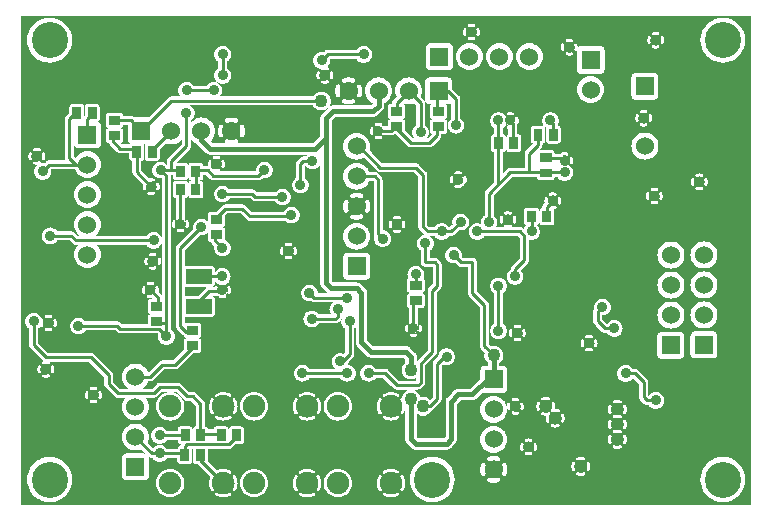
<source format=gbr>
G04 start of page 3 for group 1 idx 1 *
G04 Title: (unknown), solder *
G04 Creator: pcb 20091103 *
G04 CreationDate: Fri 29 Oct 2010 14:31:42 GMT UTC *
G04 For: thomas *
G04 Format: Gerber/RS-274X *
G04 PCB-Dimensions: 600000 500000 *
G04 PCB-Coordinate-Origin: lower left *
%MOIN*%
%FSLAX25Y25*%
%LNBACK*%
%ADD11C,0.0100*%
%ADD12C,0.0180*%
%ADD14C,0.1200*%
%ADD15C,0.0200*%
%ADD16C,0.0600*%
%ADD17C,0.0750*%
%ADD18C,0.0360*%
%ADD19C,0.0430*%
%ADD20R,0.0295X0.0295*%
%ADD24R,0.0490X0.0490*%
%ADD30C,0.0380*%
%ADD31C,0.0280*%
%ADD32C,0.0300*%
%ADD33C,0.0460*%
%ADD34C,0.0250*%
G54D15*G36*
X106508Y162859D02*X106551Y162613D01*
X106640Y162367D01*
X106771Y162140D01*
X106939Y161940D01*
X107641Y161238D01*
X107534Y161262D01*
X107384Y161309D01*
X107300Y161332D01*
X107213Y161339D01*
X107126Y161332D01*
X107042Y161309D01*
X106963Y161272D01*
X106891Y161222D01*
X106830Y161160D01*
X106780Y161089D01*
X106743Y161010D01*
X106720Y160926D01*
X106713Y160839D01*
X106720Y160752D01*
X106743Y160668D01*
X106780Y160589D01*
X106830Y160517D01*
X106892Y160456D01*
X106963Y160406D01*
X107042Y160369D01*
X107275Y160296D01*
X107513Y160243D01*
X107755Y160211D01*
X108000Y160200D01*
X108244Y160211D01*
X108486Y160243D01*
X108609Y160270D01*
X108844Y160035D01*
X108032D01*
X107858Y160020D01*
X107690Y159975D01*
X107532Y159901D01*
X107389Y159801D01*
X107266Y159678D01*
X107166Y159535D01*
X107092Y159377D01*
X107047Y159209D01*
X107032Y159035D01*
Y156083D01*
X107047Y155909D01*
X107092Y155741D01*
X107166Y155583D01*
X107266Y155440D01*
X107389Y155317D01*
X107532Y155217D01*
X107690Y155143D01*
X107858Y155098D01*
X108032Y155083D01*
X111766D01*
Y154917D01*
X108032D01*
X107858Y154902D01*
X107690Y154857D01*
X107532Y154783D01*
X107389Y154683D01*
X107266Y154560D01*
X107166Y154417D01*
X107092Y154259D01*
X107047Y154091D01*
X107032Y153917D01*
Y151500D01*
X106508D01*
Y162859D01*
G37*
G36*
X110970Y177490D02*X111240Y177760D01*
X111520Y178160D01*
X111726Y178602D01*
X111766Y178752D01*
Y161294D01*
X111752Y161314D01*
X111720Y161369D01*
X111679Y161417D01*
X111641Y161472D01*
X111594Y161519D01*
X111552Y161569D01*
X110970Y162151D01*
Y171280D01*
X110987Y171281D01*
X111071Y171304D01*
X111150Y171341D01*
X111222Y171391D01*
X111283Y171453D01*
X111333Y171524D01*
X111370Y171603D01*
X111443Y171836D01*
X111496Y172074D01*
X111528Y172316D01*
X111539Y172560D01*
X111528Y172805D01*
X111496Y173047D01*
X111443Y173285D01*
X111370Y173518D01*
X111333Y173597D01*
X111283Y173668D01*
X111222Y173730D01*
X111150Y173780D01*
X111071Y173817D01*
X110987Y173840D01*
X110970Y173841D01*
Y177490D01*
G37*
G36*
X108739Y176791D02*X109095Y176760D01*
X109581Y176803D01*
X110053Y176929D01*
X110495Y177135D01*
X110895Y177415D01*
X110970Y177490D01*
Y173841D01*
X110900Y173847D01*
X110813Y173840D01*
X110729Y173817D01*
X110650Y173780D01*
X110579Y173730D01*
X110517Y173669D01*
X110467Y173597D01*
X110430Y173518D01*
X110407Y173434D01*
X110400Y173347D01*
X110407Y173260D01*
X110430Y173176D01*
X110477Y173026D01*
X110511Y172873D01*
X110532Y172717D01*
X110539Y172560D01*
X110532Y172404D01*
X110511Y172248D01*
X110477Y172095D01*
X110430Y171945D01*
X110407Y171861D01*
X110400Y171774D01*
X110407Y171687D01*
X110430Y171603D01*
X110467Y171524D01*
X110517Y171452D01*
X110579Y171391D01*
X110650Y171341D01*
X110729Y171304D01*
X110813Y171281D01*
X110900Y171274D01*
X110970Y171280D01*
Y162151D01*
X110730Y162391D01*
X110757Y162514D01*
X110789Y162756D01*
X110800Y163000D01*
X110789Y163245D01*
X110757Y163487D01*
X110704Y163725D01*
X110631Y163958D01*
X110594Y164037D01*
X110544Y164108D01*
X110483Y164170D01*
X110411Y164220D01*
X110332Y164257D01*
X110248Y164280D01*
X110161Y164287D01*
X110074Y164280D01*
X109990Y164257D01*
X109911Y164220D01*
X109840Y164170D01*
X109778Y164109D01*
X109728Y164037D01*
X109691Y163958D01*
X109668Y163874D01*
X109661Y163787D01*
X109668Y163700D01*
X109691Y163616D01*
X109738Y163466D01*
X109762Y163359D01*
X109061Y164060D01*
X108861Y164228D01*
X108739Y164298D01*
Y164666D01*
X108786Y164662D01*
X108873Y164669D01*
X108957Y164692D01*
X109036Y164729D01*
X109108Y164779D01*
X109169Y164841D01*
X109219Y164912D01*
X109256Y164991D01*
X109279Y165075D01*
X109286Y165162D01*
X109279Y165249D01*
X109256Y165333D01*
X109219Y165412D01*
X109169Y165484D01*
X109107Y165545D01*
X109036Y165595D01*
X108957Y165632D01*
X108739Y165700D01*
Y169760D01*
X108983Y169771D01*
X109225Y169803D01*
X109463Y169856D01*
X109696Y169929D01*
X109775Y169966D01*
X109846Y170016D01*
X109908Y170077D01*
X109958Y170149D01*
X109995Y170228D01*
X110018Y170312D01*
X110025Y170399D01*
X110018Y170486D01*
X109995Y170570D01*
X109958Y170649D01*
X109908Y170720D01*
X109847Y170782D01*
X109775Y170832D01*
X109696Y170869D01*
X109612Y170892D01*
X109525Y170899D01*
X109438Y170892D01*
X109354Y170869D01*
X109204Y170822D01*
X109051Y170788D01*
X108895Y170767D01*
X108739Y170760D01*
Y174360D01*
X108895Y174354D01*
X109051Y174333D01*
X109204Y174299D01*
X109354Y174252D01*
X109438Y174229D01*
X109525Y174222D01*
X109612Y174229D01*
X109696Y174252D01*
X109775Y174289D01*
X109847Y174339D01*
X109908Y174401D01*
X109958Y174472D01*
X109995Y174551D01*
X110018Y174635D01*
X110025Y174722D01*
X110018Y174809D01*
X109995Y174893D01*
X109958Y174972D01*
X109908Y175044D01*
X109846Y175105D01*
X109775Y175155D01*
X109696Y175192D01*
X109463Y175265D01*
X109225Y175318D01*
X108983Y175350D01*
X108739Y175360D01*
Y176791D01*
G37*
G36*
X106508Y178060D02*X106740D01*
X106950Y177760D01*
X107295Y177415D01*
X107695Y177135D01*
X108137Y176929D01*
X108609Y176803D01*
X108739Y176791D01*
Y175360D01*
X108494Y175350D01*
X108252Y175318D01*
X108014Y175265D01*
X107781Y175192D01*
X107702Y175155D01*
X107631Y175105D01*
X107569Y175044D01*
X107519Y174972D01*
X107482Y174893D01*
X107459Y174809D01*
X107452Y174722D01*
X107459Y174635D01*
X107482Y174551D01*
X107519Y174472D01*
X107569Y174401D01*
X107630Y174339D01*
X107702Y174289D01*
X107781Y174252D01*
X107865Y174229D01*
X107952Y174222D01*
X108039Y174229D01*
X108123Y174252D01*
X108273Y174299D01*
X108426Y174333D01*
X108582Y174354D01*
X108739Y174360D01*
Y170760D01*
X108582Y170767D01*
X108426Y170788D01*
X108273Y170822D01*
X108123Y170869D01*
X108039Y170892D01*
X107952Y170899D01*
X107865Y170892D01*
X107781Y170869D01*
X107702Y170832D01*
X107630Y170782D01*
X107569Y170720D01*
X107519Y170649D01*
X107482Y170570D01*
X107459Y170486D01*
X107452Y170399D01*
X107459Y170312D01*
X107482Y170228D01*
X107519Y170149D01*
X107569Y170077D01*
X107631Y170016D01*
X107702Y169966D01*
X107781Y169929D01*
X108014Y169856D01*
X108252Y169803D01*
X108494Y169771D01*
X108739Y169760D01*
Y165700D01*
X108724Y165705D01*
X108486Y165758D01*
X108244Y165790D01*
X108000Y165800D01*
X107755Y165790D01*
X107513Y165758D01*
X107275Y165705D01*
X107042Y165632D01*
X106963Y165595D01*
X106892Y165545D01*
X106830Y165484D01*
X106780Y165412D01*
X106743Y165333D01*
X106720Y165249D01*
X106713Y165162D01*
X106720Y165075D01*
X106743Y164991D01*
X106780Y164912D01*
X106830Y164841D01*
X106891Y164779D01*
X106963Y164729D01*
X107042Y164692D01*
X107126Y164669D01*
X107213Y164662D01*
X107300Y164669D01*
X107384Y164692D01*
X107534Y164739D01*
X107687Y164773D01*
X107843Y164794D01*
X108000Y164800D01*
X108156Y164794D01*
X108312Y164773D01*
X108465Y164739D01*
X108615Y164692D01*
X108699Y164669D01*
X108739Y164666D01*
Y164298D01*
X108634Y164359D01*
X108389Y164448D01*
X108131Y164494D01*
X107870D01*
X107613Y164449D01*
X107367Y164360D01*
X107140Y164229D01*
X106940Y164061D01*
X106772Y163861D01*
X106641Y163634D01*
X106552Y163389D01*
X106508Y163142D01*
Y171280D01*
X106577Y171274D01*
X106664Y171281D01*
X106748Y171304D01*
X106827Y171341D01*
X106898Y171391D01*
X106960Y171452D01*
X107010Y171524D01*
X107047Y171603D01*
X107070Y171687D01*
X107077Y171774D01*
X107070Y171861D01*
X107047Y171945D01*
X107000Y172095D01*
X106966Y172248D01*
X106945Y172404D01*
X106939Y172560D01*
X106945Y172717D01*
X106966Y172873D01*
X107000Y173026D01*
X107047Y173176D01*
X107070Y173260D01*
X107077Y173347D01*
X107070Y173434D01*
X107047Y173518D01*
X107010Y173597D01*
X106960Y173669D01*
X106898Y173730D01*
X106827Y173780D01*
X106748Y173817D01*
X106664Y173840D01*
X106577Y173847D01*
X106508Y173841D01*
Y178060D01*
G37*
G36*
X105769D02*X106508D01*
Y173841D01*
X106490Y173840D01*
X106406Y173817D01*
X106327Y173780D01*
X106255Y173730D01*
X106194Y173668D01*
X106144Y173597D01*
X106107Y173518D01*
X106034Y173285D01*
X105981Y173047D01*
X105949Y172805D01*
X105939Y172560D01*
X105949Y172316D01*
X105981Y172074D01*
X106034Y171836D01*
X106107Y171603D01*
X106144Y171524D01*
X106194Y171453D01*
X106255Y171391D01*
X106327Y171341D01*
X106406Y171304D01*
X106490Y171281D01*
X106508Y171280D01*
Y163142D01*
X106506Y163131D01*
Y162870D01*
X106508Y162859D01*
Y151500D01*
X105769D01*
Y161720D01*
X105838Y161714D01*
X105925Y161721D01*
X106009Y161744D01*
X106088Y161781D01*
X106159Y161831D01*
X106221Y161892D01*
X106271Y161964D01*
X106308Y162043D01*
X106331Y162127D01*
X106338Y162214D01*
X106331Y162301D01*
X106308Y162385D01*
X106261Y162535D01*
X106227Y162688D01*
X106206Y162844D01*
X106200Y163000D01*
X106206Y163157D01*
X106227Y163313D01*
X106261Y163466D01*
X106308Y163616D01*
X106331Y163700D01*
X106338Y163787D01*
X106331Y163874D01*
X106308Y163958D01*
X106271Y164037D01*
X106221Y164109D01*
X106159Y164170D01*
X106088Y164220D01*
X106009Y164257D01*
X105925Y164280D01*
X105838Y164287D01*
X105769Y164281D01*
Y178060D01*
G37*
G36*
X102713D02*X105769D01*
Y164281D01*
X105751Y164280D01*
X105667Y164257D01*
X105588Y164220D01*
X105516Y164170D01*
X105455Y164108D01*
X105405Y164037D01*
X105368Y163958D01*
X105295Y163725D01*
X105242Y163487D01*
X105210Y163245D01*
X105200Y163000D01*
X105210Y162756D01*
X105242Y162514D01*
X105295Y162276D01*
X105368Y162043D01*
X105405Y161964D01*
X105455Y161893D01*
X105516Y161831D01*
X105588Y161781D01*
X105667Y161744D01*
X105751Y161721D01*
X105769Y161720D01*
Y151500D01*
X102713D01*
Y178060D01*
G37*
G36*
X110483Y200328D02*X110916Y200212D01*
X111402Y200169D01*
X111766Y200201D01*
Y180368D01*
X111726Y180518D01*
X111520Y180960D01*
X111240Y181360D01*
X110895Y181705D01*
X110495Y181985D01*
X110483Y181991D01*
Y196177D01*
X110500Y196178D01*
X110584Y196201D01*
X110663Y196238D01*
X110735Y196288D01*
X110796Y196350D01*
X110846Y196421D01*
X110883Y196500D01*
X110956Y196733D01*
X111009Y196971D01*
X111041Y197213D01*
X111052Y197457D01*
X111041Y197702D01*
X111009Y197944D01*
X110956Y198182D01*
X110883Y198415D01*
X110846Y198494D01*
X110796Y198565D01*
X110735Y198627D01*
X110663Y198677D01*
X110584Y198714D01*
X110500Y198737D01*
X110483Y198738D01*
Y200328D01*
G37*
G36*
Y206142D02*X110535Y206166D01*
X110678Y206266D01*
X110801Y206389D01*
X110901Y206532D01*
X110975Y206690D01*
X111020Y206858D01*
X111035Y207032D01*
Y209915D01*
X113072Y211952D01*
X113461Y211771D01*
X114219Y211568D01*
X115000Y211500D01*
X115781Y211568D01*
X116539Y211771D01*
X117250Y212103D01*
X117893Y212553D01*
X118447Y213107D01*
X118500Y213183D01*
Y211622D01*
X113939Y207061D01*
X113940Y207060D01*
X113903Y207016D01*
X113851Y206964D01*
X113809Y206904D01*
X113772Y206860D01*
X113743Y206810D01*
X113701Y206750D01*
X113671Y206686D01*
X113641Y206634D01*
X113622Y206581D01*
X113590Y206513D01*
X113570Y206437D01*
X113552Y206388D01*
X113542Y206333D01*
X113523Y206260D01*
X113516Y206185D01*
X113507Y206131D01*
Y206079D01*
X113500Y206000D01*
Y204816D01*
X113202Y205114D01*
X112802Y205394D01*
X112360Y205600D01*
X111888Y205726D01*
X111402Y205769D01*
X110916Y205726D01*
X110483Y205610D01*
Y206142D01*
G37*
G36*
X108252Y195963D02*X108383D01*
X108641Y196009D01*
X108886Y196098D01*
X109113Y196229D01*
X109313Y196397D01*
X109481Y196597D01*
X109612Y196824D01*
X109701Y197070D01*
X109746Y197327D01*
Y197588D01*
X109700Y197846D01*
X109611Y198091D01*
X109480Y198318D01*
X109312Y198518D01*
X108610Y199220D01*
X108717Y199196D01*
X108867Y199149D01*
X108951Y199126D01*
X109038Y199119D01*
X109125Y199126D01*
X109209Y199149D01*
X109288Y199186D01*
X109360Y199236D01*
X109421Y199298D01*
X109471Y199369D01*
X109508Y199448D01*
X109531Y199532D01*
X109538Y199619D01*
X109531Y199706D01*
X109508Y199790D01*
X109471Y199869D01*
X109421Y199941D01*
X109359Y200002D01*
X109288Y200052D01*
X109209Y200089D01*
X108976Y200162D01*
X108738Y200215D01*
X108496Y200247D01*
X108252Y200257D01*
Y206032D01*
X110035D01*
X110209Y206047D01*
X110377Y206092D01*
X110483Y206142D01*
Y205610D01*
X110444Y205600D01*
X110002Y205394D01*
X109602Y205114D01*
X109257Y204769D01*
X108977Y204369D01*
X108771Y203927D01*
X108645Y203455D01*
X108602Y202969D01*
X108645Y202483D01*
X108771Y202011D01*
X108977Y201569D01*
X109257Y201169D01*
X109602Y200824D01*
X110002Y200544D01*
X110444Y200338D01*
X110483Y200328D01*
Y198738D01*
X110413Y198744D01*
X110326Y198737D01*
X110242Y198714D01*
X110163Y198677D01*
X110092Y198627D01*
X110030Y198566D01*
X109980Y198494D01*
X109943Y198415D01*
X109920Y198331D01*
X109913Y198244D01*
X109920Y198157D01*
X109943Y198073D01*
X109990Y197923D01*
X110024Y197770D01*
X110045Y197614D01*
X110052Y197457D01*
X110045Y197301D01*
X110024Y197145D01*
X109990Y196992D01*
X109943Y196842D01*
X109920Y196758D01*
X109913Y196671D01*
X109920Y196584D01*
X109943Y196500D01*
X109980Y196421D01*
X110030Y196349D01*
X110092Y196288D01*
X110163Y196238D01*
X110242Y196201D01*
X110326Y196178D01*
X110413Y196171D01*
X110483Y196177D01*
Y181991D01*
X110053Y182191D01*
X109581Y182317D01*
X109095Y182360D01*
X108609Y182317D01*
X108252Y182222D01*
Y194657D01*
X108496Y194668D01*
X108738Y194700D01*
X108976Y194753D01*
X109209Y194826D01*
X109288Y194863D01*
X109359Y194913D01*
X109421Y194974D01*
X109471Y195046D01*
X109508Y195125D01*
X109531Y195209D01*
X109538Y195296D01*
X109531Y195383D01*
X109508Y195467D01*
X109471Y195546D01*
X109421Y195617D01*
X109360Y195679D01*
X109288Y195729D01*
X109209Y195766D01*
X109125Y195789D01*
X109038Y195796D01*
X108951Y195789D01*
X108867Y195766D01*
X108717Y195719D01*
X108564Y195685D01*
X108408Y195664D01*
X108252Y195657D01*
Y195963D01*
G37*
G36*
Y200257D02*X108007Y200247D01*
X107765Y200215D01*
X107642Y200188D01*
X104941Y202889D01*
Y206034D01*
X105091Y206047D01*
X105259Y206092D01*
X105417Y206166D01*
X105560Y206266D01*
X105683Y206389D01*
X105783Y206532D01*
X105857Y206690D01*
X105902Y206858D01*
X105917Y207032D01*
Y210968D01*
X105902Y211142D01*
X105857Y211310D01*
X105783Y211468D01*
X105761Y211500D01*
X106239D01*
X106217Y211468D01*
X106143Y211310D01*
X106098Y211142D01*
X106083Y210968D01*
Y207032D01*
X106098Y206858D01*
X106143Y206690D01*
X106217Y206532D01*
X106317Y206389D01*
X106440Y206266D01*
X106583Y206166D01*
X106741Y206092D01*
X106909Y206047D01*
X107083Y206032D01*
X108252D01*
Y200257D01*
G37*
G36*
X102713Y200875D02*X105521Y198067D01*
X105494Y197944D01*
X105462Y197702D01*
X105452Y197457D01*
X105462Y197213D01*
X105494Y196971D01*
X105547Y196733D01*
X105620Y196500D01*
X105657Y196421D01*
X105707Y196350D01*
X105768Y196288D01*
X105840Y196238D01*
X105919Y196201D01*
X106003Y196178D01*
X106090Y196171D01*
X106177Y196178D01*
X106261Y196201D01*
X106340Y196238D01*
X106411Y196288D01*
X106473Y196349D01*
X106523Y196421D01*
X106560Y196500D01*
X106583Y196584D01*
X106590Y196671D01*
X106583Y196758D01*
X106560Y196842D01*
X106513Y196992D01*
X106489Y197099D01*
X107192Y196396D01*
X107392Y196228D01*
X107619Y196097D01*
X107865Y196008D01*
X108122Y195963D01*
X108252D01*
Y195657D01*
X108095Y195664D01*
X107939Y195685D01*
X107786Y195719D01*
X107636Y195766D01*
X107552Y195789D01*
X107465Y195796D01*
X107378Y195789D01*
X107294Y195766D01*
X107215Y195729D01*
X107143Y195679D01*
X107082Y195617D01*
X107032Y195546D01*
X106995Y195467D01*
X106972Y195383D01*
X106965Y195296D01*
X106972Y195209D01*
X106995Y195125D01*
X107032Y195046D01*
X107082Y194974D01*
X107144Y194913D01*
X107215Y194863D01*
X107294Y194826D01*
X107527Y194753D01*
X107765Y194700D01*
X108007Y194668D01*
X108252Y194657D01*
Y182222D01*
X108137Y182191D01*
X107695Y181985D01*
X107295Y181705D01*
X106950Y181360D01*
X106740Y181060D01*
X102713D01*
Y200875D01*
G37*
G36*
Y109525D02*X103000Y109500D01*
X103781Y109568D01*
X104539Y109771D01*
X104927Y109952D01*
X106453Y108426D01*
X106260Y108477D01*
X106000Y108500D01*
X102713D01*
Y109525D01*
G37*
G36*
X114551Y113060D02*X117060D01*
Y112592D01*
X117075Y112418D01*
X117120Y112250D01*
X117194Y112092D01*
X117294Y111949D01*
X117417Y111826D01*
X117560Y111726D01*
X117718Y111652D01*
X117886Y111607D01*
X118060Y111592D01*
X118112D01*
X118082Y111540D01*
X118063Y111487D01*
X118031Y111419D01*
X118011Y111343D01*
X117993Y111294D01*
X117983Y111239D01*
X117964Y111166D01*
X117957Y111091D01*
X117948Y111037D01*
Y110985D01*
X117946Y110966D01*
X117791Y110953D01*
X117623Y110908D01*
X117465Y110834D01*
X117322Y110734D01*
X117199Y110611D01*
X117099Y110468D01*
X117025Y110310D01*
X116980Y110142D01*
X116967Y109993D01*
X114551D01*
Y113060D01*
G37*
G36*
Y129060D02*X116474D01*
X119035Y126499D01*
X119085Y126457D01*
X119131Y126411D01*
X119184Y126374D01*
X119235Y126331D01*
X119292Y126298D01*
X119345Y126261D01*
X119405Y126233D01*
X119462Y126200D01*
X119520Y126179D01*
X119582Y126150D01*
X119650Y126132D01*
X119708Y126111D01*
X119771Y126100D01*
X119835Y126083D01*
X119902Y126077D01*
X119965Y126066D01*
X120027D01*
X120095Y126060D01*
X121474D01*
X123153Y124381D01*
Y117526D01*
X123004Y117513D01*
X122836Y117468D01*
X122678Y117394D01*
X122535Y117294D01*
X122412Y117171D01*
X122312Y117028D01*
X122238Y116870D01*
X122193Y116702D01*
X122178Y116528D01*
Y113060D01*
X122012D01*
Y116528D01*
X121997Y116702D01*
X121952Y116870D01*
X121878Y117028D01*
X121778Y117171D01*
X121655Y117294D01*
X121512Y117394D01*
X121354Y117468D01*
X121186Y117513D01*
X121012Y117528D01*
X118060D01*
X117886Y117513D01*
X117718Y117468D01*
X117560Y117394D01*
X117417Y117294D01*
X117294Y117171D01*
X117194Y117028D01*
X117120Y116870D01*
X117075Y116702D01*
X117060Y116528D01*
Y116061D01*
X114551D01*
Y119478D01*
X115376Y119550D01*
X116176Y119764D01*
X116926Y120114D01*
X117604Y120589D01*
X118190Y121175D01*
X118665Y121853D01*
X119015Y122603D01*
X119229Y123403D01*
X119301Y124228D01*
X119229Y125053D01*
X119015Y125853D01*
X118665Y126603D01*
X118190Y127281D01*
X117604Y127867D01*
X116926Y128342D01*
X116176Y128692D01*
X115376Y128906D01*
X114551Y128978D01*
Y129060D01*
G37*
G36*
X102713Y119525D02*X103000Y119500D01*
X103781Y119568D01*
X104539Y119771D01*
X105250Y120103D01*
X105893Y120553D01*
X106447Y121107D01*
X106897Y121750D01*
X107229Y122461D01*
X107432Y123219D01*
X107500Y124000D01*
X107432Y124781D01*
X107229Y125539D01*
X106897Y126250D01*
X106447Y126893D01*
X106280Y127060D01*
X109095D01*
X109175Y127067D01*
X109226D01*
X109279Y127076D01*
X109355Y127083D01*
X109429Y127103D01*
X109483Y127112D01*
X109534Y127130D01*
X109608Y127150D01*
X109673Y127181D01*
X109729Y127201D01*
X109780Y127231D01*
X109845Y127261D01*
X109906Y127303D01*
X109955Y127332D01*
X109999Y127369D01*
X110059Y127411D01*
X110111Y127463D01*
X110155Y127500D01*
X111715Y129060D01*
X114551D01*
Y128978D01*
X113726Y128906D01*
X112926Y128692D01*
X112176Y128342D01*
X111498Y127867D01*
X110912Y127281D01*
X110437Y126603D01*
X110087Y125853D01*
X109873Y125053D01*
X109801Y124228D01*
X109873Y123403D01*
X110087Y122603D01*
X110437Y121853D01*
X110912Y121175D01*
X111498Y120589D01*
X112176Y120114D01*
X112926Y119764D01*
X113726Y119550D01*
X114551Y119478D01*
Y116061D01*
X113449D01*
X113240Y116360D01*
X112895Y116705D01*
X112495Y116985D01*
X112053Y117191D01*
X111581Y117317D01*
X111095Y117360D01*
X110609Y117317D01*
X110137Y117191D01*
X109695Y116985D01*
X109295Y116705D01*
X108950Y116360D01*
X108670Y115960D01*
X108464Y115518D01*
X108338Y115046D01*
X108295Y114560D01*
X108338Y114074D01*
X108464Y113602D01*
X108670Y113160D01*
X108950Y112760D01*
X109295Y112415D01*
X109695Y112135D01*
X110137Y111929D01*
X110609Y111803D01*
X111095Y111760D01*
X111581Y111803D01*
X112053Y111929D01*
X112495Y112135D01*
X112895Y112415D01*
X113240Y112760D01*
X113450Y113060D01*
X114551D01*
Y109993D01*
X113497D01*
X113240Y110360D01*
X112895Y110705D01*
X112495Y110985D01*
X112053Y111191D01*
X111581Y111317D01*
X111095Y111360D01*
X110609Y111317D01*
X110137Y111191D01*
X109695Y110985D01*
X109295Y110705D01*
X108950Y110360D01*
X108872Y110249D01*
X107048Y112073D01*
X107229Y112461D01*
X107432Y113219D01*
X107500Y114000D01*
X107432Y114781D01*
X107229Y115539D01*
X106897Y116250D01*
X106447Y116893D01*
X105893Y117447D01*
X105250Y117897D01*
X104539Y118229D01*
X103781Y118432D01*
X103000Y118500D01*
X102713Y118475D01*
Y119525D01*
G37*
G36*
X170457Y152088D02*X170493Y152113D01*
X170529Y152134D01*
X170560Y152160D01*
X170634Y152212D01*
X170698Y152276D01*
X170729Y152302D01*
X171517Y153090D01*
X171518Y153089D01*
X171565Y153145D01*
X171606Y153186D01*
X171639Y153234D01*
X171686Y153289D01*
X171708Y153328D01*
X171637Y153061D01*
X171594Y152575D01*
X171637Y152089D01*
X171763Y151617D01*
X171969Y151175D01*
X172249Y150775D01*
X172594Y150430D01*
X172893Y150221D01*
Y142173D01*
X172433Y141713D01*
X172202Y141820D01*
X171730Y141946D01*
X171244Y141989D01*
X170758Y141946D01*
X170457Y141866D01*
Y152088D01*
G37*
G36*
X197885Y176349D02*X198091Y176205D01*
Y172260D01*
X198114Y172000D01*
X198181Y171747D01*
X198292Y171510D01*
X198442Y171296D01*
X198627Y171111D01*
X198841Y170961D01*
X199078Y170850D01*
X199331Y170783D01*
X199591Y170760D01*
X199602Y170761D01*
X202027D01*
Y165008D01*
X200892Y163873D01*
X200893Y163872D01*
X200856Y163828D01*
X200804Y163776D01*
X200762Y163716D01*
X200725Y163672D01*
X200696Y163622D01*
X200654Y163562D01*
X200624Y163498D01*
X200594Y163446D01*
X200575Y163393D01*
X200543Y163325D01*
X200523Y163249D01*
X200505Y163200D01*
X200495Y163145D01*
X200476Y163072D01*
X200469Y162997D01*
X200460Y162943D01*
Y162891D01*
X200453Y162812D01*
Y142962D01*
X198530Y141039D01*
X198531Y141038D01*
X198530D01*
X197885Y140393D01*
Y148934D01*
X197902Y148935D01*
X197986Y148958D01*
X198065Y148995D01*
X198137Y149045D01*
X198198Y149107D01*
X198248Y149178D01*
X198285Y149257D01*
X198358Y149490D01*
X198411Y149728D01*
X198443Y149970D01*
X198454Y150214D01*
X198443Y150459D01*
X198411Y150701D01*
X198358Y150939D01*
X198285Y151172D01*
X198248Y151251D01*
X198198Y151322D01*
X198137Y151384D01*
X198065Y151434D01*
X197986Y151471D01*
X197902Y151494D01*
X197885Y151495D01*
Y156989D01*
X198409D01*
X198583Y157004D01*
X198751Y157049D01*
X198909Y157123D01*
X199052Y157223D01*
X199175Y157346D01*
X199275Y157489D01*
X199349Y157647D01*
X199394Y157815D01*
X199409Y157989D01*
Y160941D01*
X199394Y161115D01*
X199349Y161283D01*
X199275Y161441D01*
X199175Y161584D01*
X199052Y161707D01*
X198909Y161807D01*
X198751Y161881D01*
X198583Y161926D01*
X198409Y161941D01*
X197885D01*
Y162107D01*
X198409D01*
X198583Y162122D01*
X198751Y162167D01*
X198909Y162241D01*
X199052Y162341D01*
X199175Y162464D01*
X199275Y162607D01*
X199349Y162765D01*
X199394Y162933D01*
X199409Y163107D01*
Y166059D01*
X199394Y166233D01*
X199349Y166401D01*
X199275Y166559D01*
X199175Y166702D01*
X199052Y166825D01*
X198909Y166925D01*
X198874Y166941D01*
X199072Y167365D01*
X199198Y167837D01*
X199241Y168323D01*
X199198Y168809D01*
X199072Y169281D01*
X198866Y169723D01*
X198586Y170123D01*
X198241Y170468D01*
X197885Y170717D01*
Y176349D01*
G37*
G36*
Y182869D02*X199318Y181436D01*
X199369Y181393D01*
X199414Y181348D01*
X199419Y181344D01*
X199105Y181317D01*
X198633Y181191D01*
X198191Y180985D01*
X197885Y180771D01*
Y182869D01*
G37*
G36*
X195654Y148714D02*X195914Y148737D01*
X196167Y148804D01*
X196404Y148915D01*
X196618Y149065D01*
X196803Y149250D01*
X196953Y149464D01*
X197064Y149701D01*
X197131Y149954D01*
X197154Y150214D01*
Y156989D01*
X197885D01*
Y151495D01*
X197815Y151501D01*
X197728Y151494D01*
X197644Y151471D01*
X197565Y151434D01*
X197494Y151384D01*
X197432Y151323D01*
X197382Y151251D01*
X197345Y151172D01*
X197322Y151088D01*
X197315Y151001D01*
X197322Y150914D01*
X197345Y150830D01*
X197392Y150680D01*
X197426Y150527D01*
X197447Y150371D01*
X197454Y150214D01*
X197447Y150058D01*
X197426Y149902D01*
X197392Y149749D01*
X197345Y149599D01*
X197322Y149515D01*
X197315Y149428D01*
X197322Y149341D01*
X197345Y149257D01*
X197382Y149178D01*
X197432Y149106D01*
X197494Y149045D01*
X197565Y148995D01*
X197644Y148958D01*
X197728Y148935D01*
X197815Y148928D01*
X197885Y148934D01*
Y140393D01*
X196955Y139463D01*
X196956Y139462D01*
X196919Y139418D01*
X196867Y139366D01*
X196825Y139306D01*
X196788Y139262D01*
X196766Y139225D01*
Y140764D01*
X196759Y140844D01*
Y140931D01*
X196744Y141015D01*
X196737Y141094D01*
X196716Y141171D01*
X196701Y141257D01*
X196671Y141341D01*
X196651Y141414D01*
X196620Y141480D01*
X196588Y141569D01*
X196541Y141649D01*
X196511Y141714D01*
X196469Y141773D01*
X196422Y141855D01*
X196361Y141928D01*
X196321Y141985D01*
X196271Y142035D01*
X196209Y142109D01*
X195654Y142664D01*
Y147414D01*
X195898Y147425D01*
X196140Y147457D01*
X196378Y147510D01*
X196611Y147583D01*
X196690Y147620D01*
X196761Y147670D01*
X196823Y147731D01*
X196873Y147803D01*
X196910Y147882D01*
X196933Y147966D01*
X196940Y148053D01*
X196933Y148140D01*
X196910Y148224D01*
X196873Y148303D01*
X196823Y148374D01*
X196762Y148436D01*
X196690Y148486D01*
X196611Y148523D01*
X196527Y148546D01*
X196440Y148553D01*
X196353Y148546D01*
X196269Y148523D01*
X196119Y148476D01*
X195966Y148442D01*
X195810Y148421D01*
X195654Y148414D01*
Y148714D01*
G37*
G36*
Y162107D02*X197885D01*
Y161941D01*
X195654D01*
Y162107D01*
G37*
G36*
Y202257D02*X195819D01*
X197302Y200774D01*
Y184072D01*
X197303D01*
X197309Y184004D01*
Y183942D01*
X197320Y183879D01*
X197326Y183812D01*
X197343Y183748D01*
X197354Y183685D01*
X197375Y183627D01*
X197393Y183559D01*
X197422Y183497D01*
X197443Y183439D01*
X197476Y183382D01*
X197504Y183322D01*
X197541Y183269D01*
X197574Y183212D01*
X197617Y183161D01*
X197654Y183108D01*
X197700Y183062D01*
X197742Y183012D01*
X197885Y182869D01*
Y180771D01*
X197791Y180705D01*
X197446Y180360D01*
X197166Y179960D01*
X196960Y179518D01*
X196834Y179046D01*
X196791Y178560D01*
X196834Y178074D01*
X196960Y177602D01*
X197166Y177160D01*
X197446Y176760D01*
X197791Y176415D01*
X197885Y176349D01*
Y170717D01*
X197841Y170748D01*
X197399Y170954D01*
X196927Y171080D01*
X196441Y171123D01*
X195955Y171080D01*
X195654Y171000D01*
Y202257D01*
G37*
G36*
X193423D02*X195654D01*
Y171000D01*
X195483Y170954D01*
X195041Y170748D01*
X194641Y170468D01*
X194296Y170123D01*
X194016Y169723D01*
X193810Y169281D01*
X193684Y168809D01*
X193641Y168323D01*
X193684Y167837D01*
X193810Y167365D01*
X194008Y166941D01*
X193973Y166925D01*
X193830Y166825D01*
X193707Y166702D01*
X193607Y166559D01*
X193533Y166401D01*
X193488Y166233D01*
X193473Y166059D01*
Y163107D01*
X193488Y162933D01*
X193533Y162765D01*
X193607Y162607D01*
X193707Y162464D01*
X193830Y162341D01*
X193973Y162241D01*
X194131Y162167D01*
X194299Y162122D01*
X194473Y162107D01*
X195654D01*
Y161941D01*
X194473D01*
X194299Y161926D01*
X194131Y161881D01*
X193973Y161807D01*
X193830Y161707D01*
X193707Y161584D01*
X193607Y161441D01*
X193533Y161283D01*
X193488Y161115D01*
X193473Y160941D01*
Y157989D01*
X193488Y157815D01*
X193533Y157647D01*
X193607Y157489D01*
X193707Y157346D01*
X193830Y157223D01*
X193973Y157123D01*
X194131Y157049D01*
X194154Y157043D01*
Y150214D01*
X194177Y149954D01*
X194244Y149701D01*
X194355Y149464D01*
X194505Y149250D01*
X194690Y149065D01*
X194904Y148915D01*
X195141Y148804D01*
X195394Y148737D01*
X195654Y148714D01*
Y148414D01*
X195497Y148421D01*
X195341Y148442D01*
X195188Y148476D01*
X195038Y148523D01*
X194954Y148546D01*
X194867Y148553D01*
X194780Y148546D01*
X194696Y148523D01*
X194617Y148486D01*
X194545Y148436D01*
X194484Y148374D01*
X194434Y148303D01*
X194397Y148224D01*
X194374Y148140D01*
X194367Y148053D01*
X194374Y147966D01*
X194397Y147882D01*
X194434Y147803D01*
X194484Y147731D01*
X194546Y147670D01*
X194617Y147620D01*
X194696Y147583D01*
X194929Y147510D01*
X195167Y147457D01*
X195409Y147425D01*
X195654Y147414D01*
Y142664D01*
X194635Y143683D01*
X194566Y143741D01*
X194512Y143795D01*
X194448Y143840D01*
X194381Y143896D01*
X194305Y143940D01*
X194241Y143985D01*
X194173Y144017D01*
X194095Y144062D01*
X194010Y144093D01*
X193941Y144125D01*
X193864Y144146D01*
X193783Y144175D01*
X193701Y144190D01*
X193621Y144211D01*
X193541Y144218D01*
X193457Y144233D01*
X193423D01*
Y148934D01*
X193492Y148928D01*
X193579Y148935D01*
X193663Y148958D01*
X193742Y148995D01*
X193813Y149045D01*
X193875Y149106D01*
X193925Y149178D01*
X193962Y149257D01*
X193985Y149341D01*
X193992Y149428D01*
X193985Y149515D01*
X193962Y149599D01*
X193915Y149749D01*
X193881Y149902D01*
X193860Y150058D01*
X193854Y150214D01*
X193860Y150371D01*
X193881Y150527D01*
X193915Y150680D01*
X193962Y150830D01*
X193985Y150914D01*
X193992Y151001D01*
X193985Y151088D01*
X193962Y151172D01*
X193925Y151251D01*
X193875Y151323D01*
X193813Y151384D01*
X193742Y151434D01*
X193663Y151471D01*
X193579Y151494D01*
X193492Y151501D01*
X193423Y151495D01*
Y202257D01*
G37*
G36*
X192373D02*X193423D01*
Y151495D01*
X193405Y151494D01*
X193321Y151471D01*
X193242Y151434D01*
X193170Y151384D01*
X193109Y151322D01*
X193059Y151251D01*
X193022Y151172D01*
X192949Y150939D01*
X192896Y150701D01*
X192864Y150459D01*
X192854Y150214D01*
X192864Y149970D01*
X192896Y149728D01*
X192949Y149490D01*
X193022Y149257D01*
X193059Y149178D01*
X193109Y149107D01*
X193170Y149045D01*
X193242Y148995D01*
X193321Y148958D01*
X193405Y148935D01*
X193423Y148934D01*
Y144233D01*
X193371D01*
X193291Y144240D01*
X192373D01*
Y183579D01*
X192390Y183580D01*
X192474Y183603D01*
X192553Y183640D01*
X192625Y183690D01*
X192686Y183752D01*
X192736Y183823D01*
X192773Y183902D01*
X192846Y184135D01*
X192899Y184373D01*
X192931Y184615D01*
X192942Y184859D01*
X192931Y185104D01*
X192899Y185346D01*
X192846Y185584D01*
X192773Y185817D01*
X192736Y185896D01*
X192686Y185967D01*
X192625Y186029D01*
X192553Y186079D01*
X192474Y186116D01*
X192390Y186139D01*
X192373Y186140D01*
Y202257D01*
G37*
G36*
X190142D02*X192373D01*
Y186140D01*
X192303Y186146D01*
X192216Y186139D01*
X192132Y186116D01*
X192053Y186079D01*
X191982Y186029D01*
X191920Y185968D01*
X191870Y185896D01*
X191833Y185817D01*
X191810Y185733D01*
X191803Y185646D01*
X191810Y185559D01*
X191833Y185475D01*
X191880Y185325D01*
X191914Y185172D01*
X191935Y185016D01*
X191942Y184859D01*
X191935Y184703D01*
X191914Y184547D01*
X191880Y184394D01*
X191833Y184244D01*
X191810Y184160D01*
X191803Y184073D01*
X191810Y183986D01*
X191833Y183902D01*
X191870Y183823D01*
X191920Y183751D01*
X191982Y183690D01*
X192053Y183640D01*
X192132Y183603D01*
X192216Y183580D01*
X192303Y183573D01*
X192373Y183579D01*
Y144240D01*
X190142D01*
Y182059D01*
X190386Y182070D01*
X190628Y182102D01*
X190866Y182155D01*
X191099Y182228D01*
X191178Y182265D01*
X191249Y182315D01*
X191311Y182376D01*
X191361Y182448D01*
X191398Y182527D01*
X191421Y182611D01*
X191428Y182698D01*
X191421Y182785D01*
X191398Y182869D01*
X191361Y182948D01*
X191311Y183019D01*
X191250Y183081D01*
X191178Y183131D01*
X191099Y183168D01*
X191015Y183191D01*
X190928Y183198D01*
X190841Y183191D01*
X190757Y183168D01*
X190607Y183121D01*
X190454Y183087D01*
X190298Y183066D01*
X190142Y183059D01*
Y186659D01*
X190298Y186653D01*
X190454Y186632D01*
X190607Y186598D01*
X190757Y186551D01*
X190841Y186528D01*
X190928Y186521D01*
X191015Y186528D01*
X191099Y186551D01*
X191178Y186588D01*
X191250Y186638D01*
X191311Y186700D01*
X191361Y186771D01*
X191398Y186850D01*
X191421Y186934D01*
X191428Y187021D01*
X191421Y187108D01*
X191398Y187192D01*
X191361Y187271D01*
X191311Y187343D01*
X191249Y187404D01*
X191178Y187454D01*
X191099Y187491D01*
X190866Y187564D01*
X190628Y187617D01*
X190386Y187649D01*
X190142Y187659D01*
Y202257D01*
G37*
G36*
X187911D02*X190142D01*
Y187659D01*
X189897Y187649D01*
X189655Y187617D01*
X189417Y187564D01*
X189184Y187491D01*
X189105Y187454D01*
X189034Y187404D01*
X188972Y187343D01*
X188922Y187271D01*
X188885Y187192D01*
X188862Y187108D01*
X188855Y187021D01*
X188862Y186934D01*
X188885Y186850D01*
X188922Y186771D01*
X188972Y186700D01*
X189033Y186638D01*
X189105Y186588D01*
X189184Y186551D01*
X189268Y186528D01*
X189355Y186521D01*
X189442Y186528D01*
X189526Y186551D01*
X189676Y186598D01*
X189829Y186632D01*
X189985Y186653D01*
X190142Y186659D01*
Y183059D01*
X189985Y183066D01*
X189829Y183087D01*
X189676Y183121D01*
X189526Y183168D01*
X189442Y183191D01*
X189355Y183198D01*
X189268Y183191D01*
X189184Y183168D01*
X189105Y183131D01*
X189033Y183081D01*
X188972Y183019D01*
X188922Y182948D01*
X188885Y182869D01*
X188862Y182785D01*
X188855Y182698D01*
X188862Y182611D01*
X188885Y182527D01*
X188922Y182448D01*
X188972Y182376D01*
X189034Y182315D01*
X189105Y182265D01*
X189184Y182228D01*
X189417Y182155D01*
X189655Y182102D01*
X189897Y182070D01*
X190142Y182059D01*
Y144240D01*
X187911D01*
Y178883D01*
X188048Y179177D01*
X188174Y179649D01*
X188217Y180135D01*
X188174Y180621D01*
X188048Y181093D01*
X187911Y181387D01*
Y183579D01*
X187980Y183573D01*
X188067Y183580D01*
X188151Y183603D01*
X188230Y183640D01*
X188301Y183690D01*
X188363Y183751D01*
X188413Y183823D01*
X188450Y183902D01*
X188473Y183986D01*
X188480Y184073D01*
X188473Y184160D01*
X188450Y184244D01*
X188403Y184394D01*
X188369Y184547D01*
X188348Y184703D01*
X188342Y184859D01*
X188348Y185016D01*
X188369Y185172D01*
X188403Y185325D01*
X188450Y185475D01*
X188473Y185559D01*
X188480Y185646D01*
X188473Y185733D01*
X188450Y185817D01*
X188413Y185896D01*
X188363Y185968D01*
X188301Y186029D01*
X188230Y186079D01*
X188151Y186116D01*
X188067Y186139D01*
X187980Y186146D01*
X187911Y186140D01*
Y202257D01*
G37*
G36*
Y144240D02*X182267D01*
X180369Y146138D01*
Y166559D01*
X180506Y166623D01*
X180720Y166773D01*
X180905Y166958D01*
X181055Y167172D01*
X181166Y167409D01*
X181233Y167662D01*
X181256Y167922D01*
Y173922D01*
X181233Y174182D01*
X181166Y174435D01*
X181055Y174672D01*
X180905Y174886D01*
X180720Y175071D01*
X180506Y175221D01*
X180369Y175285D01*
Y178266D01*
X180653Y178672D01*
X180985Y179383D01*
X181188Y180141D01*
X181256Y180922D01*
X181188Y181703D01*
X180985Y182461D01*
X180653Y183172D01*
X180369Y183578D01*
Y188782D01*
X180464Y188804D01*
X180585Y188855D01*
X180694Y188927D01*
X180790Y189016D01*
X180869Y189120D01*
X180928Y189237D01*
X181070Y189644D01*
X181173Y190064D01*
X181235Y190491D01*
X181256Y190922D01*
X181235Y191354D01*
X181173Y191781D01*
X181070Y192201D01*
X180928Y192608D01*
X180927D01*
X180868Y192724D01*
X180789Y192829D01*
X180693Y192918D01*
X180584Y192989D01*
X180463Y193040D01*
X180369Y193061D01*
Y198266D01*
X180653Y198672D01*
X180985Y199383D01*
X180995Y199422D01*
X182120D01*
X182342Y199200D01*
Y181709D01*
X182343D01*
X182349Y181641D01*
Y181579D01*
X182360Y181516D01*
X182366Y181449D01*
X182383Y181385D01*
X182394Y181322D01*
X182415Y181264D01*
X182433Y181196D01*
X182462Y181134D01*
X182483Y181076D01*
X182516Y181019D01*
X182544Y180959D01*
X182580Y180908D01*
X182614Y180849D01*
X182656Y180800D01*
X182693Y180746D01*
X182660Y180621D01*
X182617Y180135D01*
X182660Y179649D01*
X182786Y179177D01*
X182992Y178735D01*
X183272Y178335D01*
X183617Y177990D01*
X184017Y177710D01*
X184459Y177504D01*
X184931Y177378D01*
X185417Y177335D01*
X185903Y177378D01*
X186375Y177504D01*
X186817Y177710D01*
X187217Y177990D01*
X187562Y178335D01*
X187842Y178735D01*
X187911Y178883D01*
Y144240D01*
G37*
G36*
X180369Y205897D02*X183570Y202696D01*
X183620Y202654D01*
X183666Y202608D01*
X183719Y202571D01*
X183770Y202528D01*
X183827Y202495D01*
X183880Y202458D01*
X183940Y202430D01*
X183997Y202397D01*
X184055Y202376D01*
X184117Y202347D01*
X184185Y202329D01*
X184243Y202308D01*
X184306Y202297D01*
X184370Y202280D01*
X184437Y202274D01*
X184500Y202263D01*
X184562D01*
X184630Y202257D01*
X187911D01*
Y186140D01*
X187893Y186139D01*
X187809Y186116D01*
X187730Y186079D01*
X187658Y186029D01*
X187597Y185967D01*
X187547Y185896D01*
X187510Y185817D01*
X187437Y185584D01*
X187384Y185346D01*
X187352Y185104D01*
X187342Y184859D01*
X187352Y184615D01*
X187384Y184373D01*
X187437Y184135D01*
X187510Y183902D01*
X187547Y183823D01*
X187597Y183752D01*
X187658Y183690D01*
X187730Y183640D01*
X187809Y183603D01*
X187893Y183580D01*
X187911Y183579D01*
Y181387D01*
X187842Y181535D01*
X187562Y181935D01*
X187217Y182280D01*
X186817Y182560D01*
X186375Y182766D01*
X185903Y182892D01*
X185417Y182935D01*
X185343Y182928D01*
Y199820D01*
X185344D01*
X185337Y199899D01*
Y199951D01*
X185328Y200001D01*
X185321Y200081D01*
X185300Y200158D01*
X185291Y200209D01*
X185273Y200258D01*
X185253Y200333D01*
X185220Y200404D01*
X185202Y200454D01*
X185177Y200497D01*
X185143Y200571D01*
X185094Y200640D01*
X185071Y200681D01*
X185040Y200718D01*
X184993Y200785D01*
X184935Y200843D01*
X184903Y200881D01*
X183802Y201982D01*
X183765Y202013D01*
X183706Y202072D01*
X183637Y202120D01*
X183602Y202150D01*
X183561Y202174D01*
X183492Y202222D01*
X183419Y202256D01*
X183375Y202281D01*
X183325Y202299D01*
X183254Y202332D01*
X183178Y202353D01*
X183130Y202370D01*
X183080Y202379D01*
X183002Y202400D01*
X182923Y202407D01*
X182872Y202416D01*
X182820D01*
X182741Y202423D01*
X180995D01*
X180985Y202461D01*
X180653Y203172D01*
X180369Y203578D01*
Y205897D01*
G37*
G36*
Y183578D02*X180203Y183815D01*
X179649Y184369D01*
X179006Y184819D01*
X178295Y185151D01*
X177537Y185354D01*
X176756Y185422D01*
Y186422D01*
X177187Y186443D01*
X177614Y186505D01*
X178034Y186608D01*
X178441Y186750D01*
Y186751D01*
X178557Y186810D01*
X178662Y186889D01*
X178751Y186985D01*
X178822Y187094D01*
X178873Y187215D01*
X178902Y187342D01*
X178909Y187472D01*
X178893Y187602D01*
X178855Y187727D01*
X178796Y187843D01*
X178717Y187948D01*
X178621Y188037D01*
X178512Y188108D01*
X178391Y188159D01*
X178264Y188188D01*
X178134Y188195D01*
X178004Y188179D01*
X177879Y188141D01*
X177608Y188046D01*
X177328Y187978D01*
X177043Y187936D01*
X176756Y187922D01*
Y193922D01*
X177043Y193909D01*
X177328Y193867D01*
X177608Y193799D01*
X177879Y193704D01*
Y193703D01*
X178004Y193665D01*
X178134Y193649D01*
X178265Y193656D01*
X178392Y193685D01*
X178513Y193736D01*
X178622Y193808D01*
X178718Y193897D01*
X178797Y194001D01*
X178856Y194118D01*
X178894Y194243D01*
X178910Y194373D01*
X178903Y194504D01*
X178874Y194631D01*
X178823Y194752D01*
X178751Y194861D01*
X178662Y194957D01*
X178558Y195036D01*
X178441Y195095D01*
X178034Y195237D01*
X177614Y195340D01*
X177187Y195402D01*
X176756Y195422D01*
Y196422D01*
X177537Y196490D01*
X178295Y196693D01*
X179006Y197025D01*
X179649Y197475D01*
X180203Y198029D01*
X180369Y198266D01*
Y193061D01*
X180336Y193069D01*
X180206Y193076D01*
X180076Y193060D01*
X179951Y193022D01*
X179835Y192963D01*
X179730Y192884D01*
X179641Y192788D01*
X179570Y192679D01*
X179519Y192558D01*
X179490Y192431D01*
X179483Y192301D01*
X179499Y192171D01*
X179537Y192046D01*
X179632Y191775D01*
X179700Y191495D01*
X179742Y191210D01*
X179756Y190922D01*
X179742Y190635D01*
X179700Y190350D01*
X179632Y190070D01*
X179537Y189799D01*
X179536D01*
X179498Y189674D01*
X179482Y189544D01*
X179489Y189413D01*
X179518Y189286D01*
X179569Y189165D01*
X179641Y189056D01*
X179730Y188960D01*
X179834Y188881D01*
X179951Y188822D01*
X180076Y188784D01*
X180206Y188768D01*
X180337Y188775D01*
X180369Y188782D01*
Y183578D01*
G37*
G36*
Y175285D02*X180269Y175332D01*
X180016Y175399D01*
X179756Y175422D01*
X176756D01*
Y176422D01*
X177537Y176490D01*
X178295Y176693D01*
X179006Y177025D01*
X179649Y177475D01*
X180203Y178029D01*
X180369Y178266D01*
Y175285D01*
G37*
G36*
Y146138D02*X180231Y146276D01*
Y162025D01*
X180224Y162105D01*
Y162191D01*
X180209Y162275D01*
X180202Y162355D01*
X180181Y162435D01*
X180166Y162517D01*
X180137Y162598D01*
X180116Y162675D01*
X180084Y162744D01*
X180053Y162829D01*
X180008Y162907D01*
X179976Y162975D01*
X179931Y163039D01*
X179887Y163115D01*
X179831Y163182D01*
X179786Y163246D01*
X179732Y163300D01*
X179674Y163369D01*
X178100Y164943D01*
X178044Y164990D01*
X177978Y165056D01*
X177900Y165111D01*
X177846Y165156D01*
X177785Y165192D01*
X177707Y165246D01*
X177626Y165284D01*
X177560Y165322D01*
X177486Y165349D01*
X177406Y165386D01*
X177318Y165410D01*
X177248Y165435D01*
X177178Y165448D01*
X177086Y165472D01*
X176995Y165480D01*
X176922Y165493D01*
X176847D01*
X176756Y165501D01*
Y166422D01*
X179756D01*
X180016Y166445D01*
X180269Y166512D01*
X180369Y166559D01*
Y146138D01*
G37*
G36*
X176756Y206422D02*X177537Y206490D01*
X178295Y206693D01*
X179006Y207025D01*
X179144Y207122D01*
X180369Y205897D01*
Y203578D01*
X180203Y203815D01*
X179649Y204369D01*
X179006Y204819D01*
X178295Y205151D01*
X177537Y205354D01*
X176756Y205422D01*
Y206422D01*
G37*
G36*
Y185422D02*X175975Y185354D01*
X175217Y185151D01*
X174506Y184819D01*
X173863Y184369D01*
X173309Y183815D01*
X173143Y183578D01*
Y188783D01*
X173175Y188776D01*
X173305Y188769D01*
X173435Y188785D01*
X173560Y188823D01*
X173676Y188882D01*
X173781Y188961D01*
X173870Y189057D01*
X173941Y189166D01*
X173992Y189287D01*
X174021Y189414D01*
X174028Y189544D01*
X174012Y189674D01*
X173974Y189799D01*
X173879Y190070D01*
X173811Y190350D01*
X173769Y190635D01*
X173756Y190922D01*
X173769Y191210D01*
X173811Y191495D01*
X173879Y191775D01*
X173974Y192046D01*
X173975D01*
X174013Y192171D01*
X174029Y192301D01*
X174022Y192432D01*
X173993Y192559D01*
X173942Y192680D01*
X173870Y192789D01*
X173781Y192885D01*
X173677Y192964D01*
X173560Y193023D01*
X173435Y193061D01*
X173305Y193077D01*
X173174Y193070D01*
X173143Y193063D01*
Y198266D01*
X173309Y198029D01*
X173863Y197475D01*
X174506Y197025D01*
X175217Y196693D01*
X175975Y196490D01*
X176756Y196422D01*
Y195422D01*
X176324Y195402D01*
X175897Y195340D01*
X175477Y195237D01*
X175070Y195095D01*
Y195094D01*
X174954Y195035D01*
X174849Y194956D01*
X174760Y194860D01*
X174689Y194751D01*
X174638Y194630D01*
X174609Y194503D01*
X174602Y194373D01*
X174618Y194243D01*
X174656Y194118D01*
X174715Y194002D01*
X174794Y193897D01*
X174890Y193808D01*
X174999Y193737D01*
X175120Y193686D01*
X175247Y193657D01*
X175377Y193650D01*
X175507Y193666D01*
X175632Y193704D01*
X175903Y193799D01*
X176183Y193867D01*
X176468Y193909D01*
X176756Y193922D01*
Y187922D01*
X176468Y187936D01*
X176183Y187978D01*
X175903Y188046D01*
X175632Y188141D01*
Y188142D01*
X175507Y188180D01*
X175377Y188196D01*
X175246Y188189D01*
X175119Y188160D01*
X174998Y188109D01*
X174889Y188037D01*
X174793Y187948D01*
X174714Y187844D01*
X174655Y187727D01*
X174617Y187602D01*
X174601Y187472D01*
X174608Y187341D01*
X174637Y187214D01*
X174688Y187093D01*
X174760Y186984D01*
X174849Y186888D01*
X174953Y186809D01*
X175070Y186750D01*
X175477Y186608D01*
X175897Y186505D01*
X176324Y186443D01*
X176756Y186422D01*
Y185422D01*
G37*
G36*
Y175422D02*X173756D01*
X173496Y175399D01*
X173243Y175332D01*
X173143Y175285D01*
Y178266D01*
X173309Y178029D01*
X173863Y177475D01*
X174506Y177025D01*
X175217Y176693D01*
X175975Y176490D01*
X176756Y176422D01*
Y175422D01*
G37*
G36*
Y165501D02*X173143D01*
Y166559D01*
X173243Y166512D01*
X173496Y166445D01*
X173756Y166422D01*
X176756D01*
Y165501D01*
G37*
G36*
X173143Y208266D02*X173309Y208029D01*
X173863Y207475D01*
X174506Y207025D01*
X175217Y206693D01*
X175975Y206490D01*
X176756Y206422D01*
Y205422D01*
X175975Y205354D01*
X175217Y205151D01*
X174506Y204819D01*
X173863Y204369D01*
X173309Y203815D01*
X173143Y203578D01*
Y208266D01*
G37*
G36*
X293160Y254441D02*X308284D01*
Y91449D01*
X293160D01*
Y94896D01*
X293982Y94074D01*
X295053Y93324D01*
X296238Y92771D01*
X297501Y92433D01*
X298803Y92319D01*
X300105Y92433D01*
X301368Y92771D01*
X302553Y93324D01*
X303624Y94074D01*
X304548Y94998D01*
X305298Y96069D01*
X305851Y97254D01*
X306189Y98517D01*
X306303Y99819D01*
X306189Y101121D01*
X305851Y102384D01*
X305298Y103569D01*
X304548Y104640D01*
X303624Y105564D01*
X302553Y106314D01*
X301368Y106867D01*
X300105Y107205D01*
X298803Y107319D01*
X297501Y107205D01*
X296238Y106867D01*
X295053Y106314D01*
X293982Y105564D01*
X293160Y104742D01*
Y140202D01*
X295504D01*
X295764Y140225D01*
X296017Y140292D01*
X296254Y140403D01*
X296468Y140553D01*
X296653Y140738D01*
X296803Y140952D01*
X296914Y141189D01*
X296981Y141442D01*
X297004Y141702D01*
Y147702D01*
X296981Y147962D01*
X296914Y148215D01*
X296803Y148452D01*
X296653Y148666D01*
X296468Y148851D01*
X296254Y149001D01*
X296017Y149112D01*
X295764Y149179D01*
X295504Y149202D01*
X293160D01*
Y150259D01*
X293285Y150270D01*
X294043Y150473D01*
X294754Y150805D01*
X295397Y151255D01*
X295951Y151809D01*
X296401Y152452D01*
X296733Y153163D01*
X296936Y153921D01*
X297004Y154702D01*
X296936Y155483D01*
X296733Y156241D01*
X296401Y156952D01*
X295951Y157595D01*
X295397Y158149D01*
X294754Y158599D01*
X294043Y158931D01*
X293285Y159134D01*
X293160Y159145D01*
Y160259D01*
X293285Y160270D01*
X294043Y160473D01*
X294754Y160805D01*
X295397Y161255D01*
X295951Y161809D01*
X296401Y162452D01*
X296733Y163163D01*
X296936Y163921D01*
X297004Y164702D01*
X296936Y165483D01*
X296733Y166241D01*
X296401Y166952D01*
X295951Y167595D01*
X295397Y168149D01*
X294754Y168599D01*
X294043Y168931D01*
X293285Y169134D01*
X293160Y169145D01*
Y170259D01*
X293285Y170270D01*
X294043Y170473D01*
X294754Y170805D01*
X295397Y171255D01*
X295951Y171809D01*
X296401Y172452D01*
X296733Y173163D01*
X296936Y173921D01*
X297004Y174702D01*
X296936Y175483D01*
X296733Y176241D01*
X296401Y176952D01*
X295951Y177595D01*
X295397Y178149D01*
X294754Y178599D01*
X294043Y178931D01*
X293285Y179134D01*
X293160Y179145D01*
Y197753D01*
X293177Y197754D01*
X293261Y197777D01*
X293340Y197814D01*
X293412Y197864D01*
X293473Y197926D01*
X293523Y197997D01*
X293560Y198076D01*
X293633Y198309D01*
X293686Y198547D01*
X293718Y198789D01*
X293729Y199033D01*
X293718Y199278D01*
X293686Y199520D01*
X293633Y199758D01*
X293560Y199991D01*
X293523Y200070D01*
X293473Y200141D01*
X293412Y200203D01*
X293340Y200253D01*
X293261Y200290D01*
X293177Y200313D01*
X293160Y200314D01*
Y241353D01*
X293982Y240531D01*
X295053Y239781D01*
X296238Y239228D01*
X297501Y238890D01*
X298803Y238776D01*
X300105Y238890D01*
X301368Y239228D01*
X302553Y239781D01*
X303624Y240531D01*
X304548Y241455D01*
X305298Y242526D01*
X305851Y243711D01*
X306189Y244974D01*
X306303Y246276D01*
X306189Y247578D01*
X305851Y248841D01*
X305298Y250026D01*
X304548Y251097D01*
X303624Y252021D01*
X302553Y252771D01*
X301368Y253324D01*
X300105Y253662D01*
X298803Y253776D01*
X297501Y253662D01*
X296238Y253324D01*
X295053Y252771D01*
X293982Y252021D01*
X293160Y251199D01*
Y254441D01*
G37*
G36*
Y179145D02*X292504Y179202D01*
Y242246D01*
X293058Y241455D01*
X293160Y241353D01*
Y200314D01*
X293090Y200320D01*
X293003Y200313D01*
X292919Y200290D01*
X292840Y200253D01*
X292769Y200203D01*
X292707Y200142D01*
X292657Y200070D01*
X292620Y199991D01*
X292597Y199907D01*
X292590Y199820D01*
X292597Y199733D01*
X292620Y199649D01*
X292667Y199499D01*
X292701Y199346D01*
X292722Y199190D01*
X292729Y199033D01*
X292722Y198877D01*
X292701Y198721D01*
X292667Y198568D01*
X292620Y198418D01*
X292597Y198334D01*
X292590Y198247D01*
X292597Y198160D01*
X292620Y198076D01*
X292657Y197997D01*
X292707Y197925D01*
X292769Y197864D01*
X292840Y197814D01*
X292919Y197777D01*
X293003Y197754D01*
X293090Y197747D01*
X293160Y197753D01*
Y179145D01*
G37*
G36*
Y169145D02*X292504Y169202D01*
Y170202D01*
X293160Y170259D01*
Y169145D01*
G37*
G36*
Y159145D02*X292504Y159202D01*
Y160202D01*
X293160Y160259D01*
Y159145D01*
G37*
G36*
Y149202D02*X292504D01*
Y150202D01*
X293160Y150259D01*
Y149202D01*
G37*
G36*
Y104742D02*X293058Y104640D01*
X292504Y103849D01*
Y140202D01*
X293160D01*
Y104742D01*
G37*
G36*
Y91449D02*X292504D01*
Y95789D01*
X293058Y94998D01*
X293160Y94896D01*
Y91449D01*
G37*
G36*
X292504Y254441D02*X293160D01*
Y251199D01*
X293058Y251097D01*
X292504Y250306D01*
Y254441D01*
G37*
G36*
X288698Y140442D02*X288754Y140403D01*
X288991Y140292D01*
X289244Y140225D01*
X289504Y140202D01*
X292504D01*
Y103849D01*
X292308Y103569D01*
X291755Y102384D01*
X291417Y101121D01*
X291303Y99819D01*
X291417Y98517D01*
X291755Y97254D01*
X292308Y96069D01*
X292504Y95789D01*
Y91449D01*
X288698D01*
Y140442D01*
G37*
G36*
Y152322D02*X289057Y151809D01*
X289611Y151255D01*
X290254Y150805D01*
X290965Y150473D01*
X291723Y150270D01*
X292504Y150202D01*
Y149202D01*
X289504D01*
X289244Y149179D01*
X288991Y149112D01*
X288754Y149001D01*
X288698Y148962D01*
Y152322D01*
G37*
G36*
Y162322D02*X289057Y161809D01*
X289611Y161255D01*
X290254Y160805D01*
X290965Y160473D01*
X291723Y160270D01*
X292504Y160202D01*
Y159202D01*
X291723Y159134D01*
X290965Y158931D01*
X290254Y158599D01*
X289611Y158149D01*
X289057Y157595D01*
X288698Y157082D01*
Y162322D01*
G37*
G36*
Y172322D02*X289057Y171809D01*
X289611Y171255D01*
X290254Y170805D01*
X290965Y170473D01*
X291723Y170270D01*
X292504Y170202D01*
Y169202D01*
X291723Y169134D01*
X290965Y168931D01*
X290254Y168599D01*
X289611Y168149D01*
X289057Y167595D01*
X288698Y167082D01*
Y172322D01*
G37*
G36*
X290929Y254441D02*X292504D01*
Y250306D01*
X292308Y250026D01*
X291755Y248841D01*
X291417Y247578D01*
X291303Y246276D01*
X291417Y244974D01*
X291755Y243711D01*
X292308Y242526D01*
X292504Y242246D01*
Y179202D01*
X291723Y179134D01*
X290965Y178931D01*
X290929Y178914D01*
Y196233D01*
X291173Y196244D01*
X291415Y196276D01*
X291653Y196329D01*
X291886Y196402D01*
X291965Y196439D01*
X292036Y196489D01*
X292098Y196550D01*
X292148Y196622D01*
X292185Y196701D01*
X292208Y196785D01*
X292215Y196872D01*
X292208Y196959D01*
X292185Y197043D01*
X292148Y197122D01*
X292098Y197193D01*
X292037Y197255D01*
X291965Y197305D01*
X291886Y197342D01*
X291802Y197365D01*
X291715Y197372D01*
X291628Y197365D01*
X291544Y197342D01*
X291394Y197295D01*
X291241Y197261D01*
X291085Y197240D01*
X290929Y197233D01*
Y200833D01*
X291085Y200827D01*
X291241Y200806D01*
X291394Y200772D01*
X291544Y200725D01*
X291628Y200702D01*
X291715Y200695D01*
X291802Y200702D01*
X291886Y200725D01*
X291965Y200762D01*
X292037Y200812D01*
X292098Y200874D01*
X292148Y200945D01*
X292185Y201024D01*
X292208Y201108D01*
X292215Y201195D01*
X292208Y201282D01*
X292185Y201366D01*
X292148Y201445D01*
X292098Y201517D01*
X292036Y201578D01*
X291965Y201628D01*
X291886Y201665D01*
X291653Y201738D01*
X291415Y201791D01*
X291173Y201823D01*
X290929Y201833D01*
Y254441D01*
G37*
G36*
X288698D02*X290929D01*
Y201833D01*
X290684Y201823D01*
X290442Y201791D01*
X290204Y201738D01*
X289971Y201665D01*
X289892Y201628D01*
X289821Y201578D01*
X289759Y201517D01*
X289709Y201445D01*
X289672Y201366D01*
X289649Y201282D01*
X289642Y201195D01*
X289649Y201108D01*
X289672Y201024D01*
X289709Y200945D01*
X289759Y200874D01*
X289820Y200812D01*
X289892Y200762D01*
X289971Y200725D01*
X290055Y200702D01*
X290142Y200695D01*
X290229Y200702D01*
X290313Y200725D01*
X290463Y200772D01*
X290616Y200806D01*
X290772Y200827D01*
X290929Y200833D01*
Y197233D01*
X290772Y197240D01*
X290616Y197261D01*
X290463Y197295D01*
X290313Y197342D01*
X290229Y197365D01*
X290142Y197372D01*
X290055Y197365D01*
X289971Y197342D01*
X289892Y197305D01*
X289820Y197255D01*
X289759Y197193D01*
X289709Y197122D01*
X289672Y197043D01*
X289649Y196959D01*
X289642Y196872D01*
X289649Y196785D01*
X289672Y196701D01*
X289709Y196622D01*
X289759Y196550D01*
X289821Y196489D01*
X289892Y196439D01*
X289971Y196402D01*
X290204Y196329D01*
X290442Y196276D01*
X290684Y196244D01*
X290929Y196233D01*
Y178914D01*
X290254Y178599D01*
X289611Y178149D01*
X289057Y177595D01*
X288698Y177082D01*
Y197753D01*
X288767Y197747D01*
X288854Y197754D01*
X288938Y197777D01*
X289017Y197814D01*
X289088Y197864D01*
X289150Y197925D01*
X289200Y197997D01*
X289237Y198076D01*
X289260Y198160D01*
X289267Y198247D01*
X289260Y198334D01*
X289237Y198418D01*
X289190Y198568D01*
X289156Y198721D01*
X289135Y198877D01*
X289129Y199033D01*
X289135Y199190D01*
X289156Y199346D01*
X289190Y199499D01*
X289237Y199649D01*
X289260Y199733D01*
X289267Y199820D01*
X289260Y199907D01*
X289237Y199991D01*
X289200Y200070D01*
X289150Y200142D01*
X289088Y200203D01*
X289017Y200253D01*
X288938Y200290D01*
X288854Y200313D01*
X288767Y200320D01*
X288698Y200314D01*
Y254441D01*
G37*
G36*
X281480D02*X288698D01*
Y200314D01*
X288680Y200313D01*
X288596Y200290D01*
X288517Y200253D01*
X288445Y200203D01*
X288384Y200141D01*
X288334Y200070D01*
X288297Y199991D01*
X288224Y199758D01*
X288171Y199520D01*
X288139Y199278D01*
X288129Y199033D01*
X288139Y198789D01*
X288171Y198547D01*
X288224Y198309D01*
X288297Y198076D01*
X288334Y197997D01*
X288384Y197926D01*
X288445Y197864D01*
X288517Y197814D01*
X288596Y197777D01*
X288680Y197754D01*
X288698Y197753D01*
Y177082D01*
X288607Y176952D01*
X288275Y176241D01*
X288072Y175483D01*
X288004Y174702D01*
X288072Y173921D01*
X288275Y173163D01*
X288607Y172452D01*
X288698Y172322D01*
Y167082D01*
X288607Y166952D01*
X288275Y166241D01*
X288072Y165483D01*
X288004Y164702D01*
X288072Y163921D01*
X288275Y163163D01*
X288607Y162452D01*
X288698Y162322D01*
Y157082D01*
X288607Y156952D01*
X288275Y156241D01*
X288072Y155483D01*
X288004Y154702D01*
X288072Y153921D01*
X288275Y153163D01*
X288607Y152452D01*
X288698Y152322D01*
Y148962D01*
X288540Y148851D01*
X288355Y148666D01*
X288205Y148452D01*
X288094Y148215D01*
X288027Y147962D01*
X288004Y147702D01*
Y141702D01*
X288027Y141442D01*
X288094Y141189D01*
X288205Y140952D01*
X288355Y140738D01*
X288540Y140553D01*
X288698Y140442D01*
Y91449D01*
X281480D01*
Y140123D01*
X284480D01*
X284740Y140146D01*
X284993Y140213D01*
X285230Y140324D01*
X285444Y140474D01*
X285629Y140659D01*
X285779Y140873D01*
X285890Y141110D01*
X285957Y141363D01*
X285980Y141623D01*
Y147623D01*
X285957Y147883D01*
X285890Y148136D01*
X285779Y148373D01*
X285629Y148587D01*
X285444Y148772D01*
X285230Y148922D01*
X284993Y149033D01*
X284740Y149100D01*
X284480Y149123D01*
X281480D01*
Y150123D01*
X282261Y150191D01*
X283019Y150394D01*
X283730Y150726D01*
X284373Y151176D01*
X284927Y151730D01*
X285377Y152373D01*
X285709Y153084D01*
X285912Y153842D01*
X285980Y154623D01*
X285912Y155404D01*
X285709Y156162D01*
X285377Y156873D01*
X284927Y157516D01*
X284373Y158070D01*
X283730Y158520D01*
X283019Y158852D01*
X282261Y159055D01*
X281480Y159123D01*
Y160123D01*
X282261Y160191D01*
X283019Y160394D01*
X283730Y160726D01*
X284373Y161176D01*
X284927Y161730D01*
X285377Y162373D01*
X285709Y163084D01*
X285912Y163842D01*
X285980Y164623D01*
X285912Y165404D01*
X285709Y166162D01*
X285377Y166873D01*
X284927Y167516D01*
X284373Y168070D01*
X283730Y168520D01*
X283019Y168852D01*
X282261Y169055D01*
X281480Y169123D01*
Y170123D01*
X282261Y170191D01*
X283019Y170394D01*
X283730Y170726D01*
X284373Y171176D01*
X284927Y171730D01*
X285377Y172373D01*
X285709Y173084D01*
X285912Y173842D01*
X285980Y174623D01*
X285912Y175404D01*
X285709Y176162D01*
X285377Y176873D01*
X284927Y177516D01*
X284373Y178070D01*
X283730Y178520D01*
X283019Y178852D01*
X282261Y179055D01*
X281480Y179123D01*
Y254441D01*
G37*
G36*
X278625Y140123D02*X281480D01*
Y91449D01*
X278625D01*
Y124484D01*
X278850Y124805D01*
X279056Y125247D01*
X279182Y125719D01*
X279225Y126205D01*
X279182Y126691D01*
X279056Y127163D01*
X278850Y127605D01*
X278625Y127926D01*
Y140123D01*
G37*
G36*
Y151149D02*X279230Y150726D01*
X279941Y150394D01*
X280699Y150191D01*
X281480Y150123D01*
Y149123D01*
X278625D01*
Y151149D01*
G37*
G36*
Y161149D02*X279230Y160726D01*
X279941Y160394D01*
X280699Y160191D01*
X281480Y160123D01*
Y159123D01*
X280699Y159055D01*
X279941Y158852D01*
X279230Y158520D01*
X278625Y158097D01*
Y161149D01*
G37*
G36*
Y171149D02*X279230Y170726D01*
X279941Y170394D01*
X280699Y170191D01*
X281480Y170123D01*
Y169123D01*
X280699Y169055D01*
X279941Y168852D01*
X279230Y168520D01*
X278625Y168097D01*
Y171149D01*
G37*
G36*
Y254441D02*X281480D01*
Y179123D01*
X280699Y179055D01*
X279941Y178852D01*
X279230Y178520D01*
X278625Y178097D01*
Y193431D01*
X278673Y193584D01*
X278726Y193822D01*
X278758Y194064D01*
X278769Y194308D01*
X278758Y194553D01*
X278726Y194795D01*
X278673Y195033D01*
X278625Y195186D01*
Y244996D01*
X278642Y244997D01*
X278726Y245020D01*
X278805Y245057D01*
X278877Y245107D01*
X278938Y245169D01*
X278988Y245240D01*
X279025Y245319D01*
X279098Y245552D01*
X279151Y245790D01*
X279183Y246032D01*
X279194Y246276D01*
X279183Y246521D01*
X279151Y246763D01*
X279098Y247001D01*
X279025Y247234D01*
X278988Y247313D01*
X278938Y247384D01*
X278877Y247446D01*
X278805Y247496D01*
X278726Y247533D01*
X278642Y247556D01*
X278625Y247557D01*
Y254441D01*
G37*
G36*
Y91449D02*X276394D01*
Y123408D01*
X276425Y123405D01*
X276911Y123448D01*
X277383Y123574D01*
X277825Y123780D01*
X278225Y124060D01*
X278570Y124405D01*
X278625Y124484D01*
Y91449D01*
G37*
G36*
X276394Y254441D02*X278625D01*
Y247557D01*
X278555Y247563D01*
X278468Y247556D01*
X278384Y247533D01*
X278305Y247496D01*
X278234Y247446D01*
X278172Y247385D01*
X278122Y247313D01*
X278085Y247234D01*
X278062Y247150D01*
X278055Y247063D01*
X278062Y246976D01*
X278085Y246892D01*
X278132Y246742D01*
X278166Y246589D01*
X278187Y246433D01*
X278194Y246276D01*
X278187Y246120D01*
X278166Y245964D01*
X278132Y245811D01*
X278085Y245661D01*
X278062Y245577D01*
X278055Y245490D01*
X278062Y245403D01*
X278085Y245319D01*
X278122Y245240D01*
X278172Y245168D01*
X278234Y245107D01*
X278305Y245057D01*
X278384Y245020D01*
X278468Y244997D01*
X278555Y244990D01*
X278625Y244996D01*
Y195186D01*
X278600Y195266D01*
X278563Y195345D01*
X278513Y195416D01*
X278452Y195478D01*
X278380Y195528D01*
X278301Y195565D01*
X278217Y195588D01*
X278130Y195595D01*
X278043Y195588D01*
X277959Y195565D01*
X277880Y195528D01*
X277809Y195478D01*
X277747Y195417D01*
X277697Y195345D01*
X277660Y195266D01*
X277637Y195182D01*
X277630Y195095D01*
X277637Y195008D01*
X277660Y194924D01*
X277707Y194774D01*
X277741Y194621D01*
X277762Y194465D01*
X277769Y194308D01*
X277762Y194152D01*
X277741Y193996D01*
X277707Y193843D01*
X277660Y193693D01*
X277637Y193609D01*
X277630Y193522D01*
X277637Y193435D01*
X277660Y193351D01*
X277697Y193272D01*
X277747Y193200D01*
X277809Y193139D01*
X277880Y193089D01*
X277959Y193052D01*
X278043Y193029D01*
X278130Y193022D01*
X278217Y193029D01*
X278301Y193052D01*
X278380Y193089D01*
X278452Y193139D01*
X278513Y193201D01*
X278563Y193272D01*
X278600Y193351D01*
X278625Y193431D01*
Y178097D01*
X278587Y178070D01*
X278033Y177516D01*
X277583Y176873D01*
X277251Y176162D01*
X277048Y175404D01*
X276980Y174623D01*
X277048Y173842D01*
X277251Y173084D01*
X277583Y172373D01*
X278033Y171730D01*
X278587Y171176D01*
X278625Y171149D01*
Y168097D01*
X278587Y168070D01*
X278033Y167516D01*
X277583Y166873D01*
X277251Y166162D01*
X277048Y165404D01*
X276980Y164623D01*
X277048Y163842D01*
X277251Y163084D01*
X277583Y162373D01*
X278033Y161730D01*
X278587Y161176D01*
X278625Y161149D01*
Y158097D01*
X278587Y158070D01*
X278033Y157516D01*
X277583Y156873D01*
X277251Y156162D01*
X277048Y155404D01*
X276980Y154623D01*
X277048Y153842D01*
X277251Y153084D01*
X277583Y152373D01*
X278033Y151730D01*
X278587Y151176D01*
X278625Y151149D01*
Y149123D01*
X278480D01*
X278220Y149100D01*
X277967Y149033D01*
X277730Y148922D01*
X277516Y148772D01*
X277331Y148587D01*
X277181Y148373D01*
X277070Y148136D01*
X277003Y147883D01*
X276980Y147623D01*
Y141623D01*
X277003Y141363D01*
X277070Y141110D01*
X277181Y140873D01*
X277331Y140659D01*
X277516Y140474D01*
X277730Y140324D01*
X277967Y140213D01*
X278220Y140146D01*
X278480Y140123D01*
X278625D01*
Y127926D01*
X278570Y128005D01*
X278225Y128350D01*
X277825Y128630D01*
X277383Y128836D01*
X276911Y128962D01*
X276425Y129005D01*
X276394Y129002D01*
Y191543D01*
X276455Y191551D01*
X276693Y191604D01*
X276926Y191677D01*
X277005Y191714D01*
X277076Y191764D01*
X277138Y191825D01*
X277188Y191897D01*
X277225Y191976D01*
X277248Y192060D01*
X277255Y192147D01*
X277248Y192234D01*
X277225Y192318D01*
X277188Y192397D01*
X277138Y192468D01*
X277077Y192530D01*
X277005Y192580D01*
X276926Y192617D01*
X276842Y192640D01*
X276755Y192647D01*
X276668Y192640D01*
X276584Y192617D01*
X276434Y192570D01*
X276394Y192561D01*
Y196056D01*
X276434Y196047D01*
X276584Y196000D01*
X276668Y195977D01*
X276755Y195970D01*
X276842Y195977D01*
X276926Y196000D01*
X277005Y196037D01*
X277077Y196087D01*
X277138Y196149D01*
X277188Y196220D01*
X277225Y196299D01*
X277248Y196383D01*
X277255Y196470D01*
X277248Y196557D01*
X277225Y196641D01*
X277188Y196720D01*
X277138Y196792D01*
X277076Y196853D01*
X277005Y196903D01*
X276926Y196940D01*
X276693Y197013D01*
X276455Y197066D01*
X276394Y197074D01*
Y208244D01*
X276716Y208704D01*
X277048Y209415D01*
X277251Y210173D01*
X277319Y210954D01*
X277251Y211735D01*
X277048Y212493D01*
X276716Y213204D01*
X276394Y213664D01*
Y226573D01*
X276569Y226655D01*
X276783Y226805D01*
X276968Y226990D01*
X277118Y227204D01*
X277229Y227441D01*
X277296Y227694D01*
X277319Y227954D01*
Y233954D01*
X277296Y234214D01*
X277229Y234467D01*
X277118Y234704D01*
X276968Y234918D01*
X276783Y235103D01*
X276569Y235253D01*
X276394Y235335D01*
Y243476D01*
X276638Y243487D01*
X276880Y243519D01*
X277118Y243572D01*
X277351Y243645D01*
X277430Y243682D01*
X277501Y243732D01*
X277563Y243793D01*
X277613Y243865D01*
X277650Y243944D01*
X277673Y244028D01*
X277680Y244115D01*
X277673Y244202D01*
X277650Y244286D01*
X277613Y244365D01*
X277563Y244436D01*
X277502Y244498D01*
X277430Y244548D01*
X277351Y244585D01*
X277267Y244608D01*
X277180Y244615D01*
X277093Y244608D01*
X277009Y244585D01*
X276859Y244538D01*
X276706Y244504D01*
X276550Y244483D01*
X276394Y244476D01*
Y248076D01*
X276550Y248070D01*
X276706Y248049D01*
X276859Y248015D01*
X277009Y247968D01*
X277093Y247945D01*
X277180Y247938D01*
X277267Y247945D01*
X277351Y247968D01*
X277430Y248005D01*
X277502Y248055D01*
X277563Y248117D01*
X277613Y248188D01*
X277650Y248267D01*
X277673Y248351D01*
X277680Y248438D01*
X277673Y248525D01*
X277650Y248609D01*
X277613Y248688D01*
X277563Y248760D01*
X277501Y248821D01*
X277430Y248871D01*
X277351Y248908D01*
X277118Y248981D01*
X276880Y249034D01*
X276638Y249066D01*
X276394Y249076D01*
Y254441D01*
G37*
G36*
Y213664D02*X276266Y213847D01*
X275712Y214401D01*
X275069Y214851D01*
X274625Y215058D01*
Y218996D01*
X274642Y218997D01*
X274726Y219020D01*
X274805Y219057D01*
X274877Y219107D01*
X274938Y219169D01*
X274988Y219240D01*
X275025Y219319D01*
X275098Y219552D01*
X275151Y219790D01*
X275183Y220032D01*
X275194Y220276D01*
X275183Y220521D01*
X275151Y220763D01*
X275098Y221001D01*
X275025Y221234D01*
X274988Y221313D01*
X274938Y221384D01*
X274877Y221446D01*
X274805Y221496D01*
X274726Y221533D01*
X274642Y221556D01*
X274625Y221557D01*
Y226454D01*
X275819D01*
X276079Y226477D01*
X276332Y226544D01*
X276394Y226573D01*
Y213664D01*
G37*
G36*
Y129002D02*X275939Y128962D01*
X275467Y128836D01*
X275025Y128630D01*
X274625Y128350D01*
Y206850D01*
X275069Y207057D01*
X275712Y207507D01*
X276266Y208061D01*
X276394Y208244D01*
Y197074D01*
X276213Y197098D01*
X275969Y197108D01*
X275724Y197098D01*
X275482Y197066D01*
X275244Y197013D01*
X275011Y196940D01*
X274932Y196903D01*
X274861Y196853D01*
X274799Y196792D01*
X274749Y196720D01*
X274712Y196641D01*
X274689Y196557D01*
X274682Y196470D01*
X274689Y196383D01*
X274712Y196299D01*
X274749Y196220D01*
X274799Y196149D01*
X274860Y196087D01*
X274932Y196037D01*
X275011Y196000D01*
X275095Y195977D01*
X275182Y195970D01*
X275269Y195977D01*
X275353Y196000D01*
X275503Y196047D01*
X275656Y196081D01*
X275812Y196102D01*
X275969Y196108D01*
X276125Y196102D01*
X276281Y196081D01*
X276394Y196056D01*
Y192561D01*
X276281Y192536D01*
X276125Y192515D01*
X275969Y192508D01*
X275812Y192515D01*
X275656Y192536D01*
X275503Y192570D01*
X275353Y192617D01*
X275269Y192640D01*
X275182Y192647D01*
X275095Y192640D01*
X275011Y192617D01*
X274932Y192580D01*
X274860Y192530D01*
X274799Y192468D01*
X274749Y192397D01*
X274712Y192318D01*
X274689Y192234D01*
X274682Y192147D01*
X274689Y192060D01*
X274712Y191976D01*
X274749Y191897D01*
X274799Y191825D01*
X274861Y191764D01*
X274932Y191714D01*
X275011Y191677D01*
X275244Y191604D01*
X275482Y191551D01*
X275724Y191519D01*
X275969Y191508D01*
X276213Y191519D01*
X276394Y191543D01*
Y129002D01*
G37*
G36*
Y91449D02*X274625D01*
Y124060D01*
X275025Y123780D01*
X275467Y123574D01*
X275939Y123448D01*
X276394Y123408D01*
Y91449D01*
G37*
G36*
X274625Y254441D02*X276394D01*
Y249076D01*
X276149Y249066D01*
X275907Y249034D01*
X275669Y248981D01*
X275436Y248908D01*
X275357Y248871D01*
X275286Y248821D01*
X275224Y248760D01*
X275174Y248688D01*
X275137Y248609D01*
X275114Y248525D01*
X275107Y248438D01*
X275114Y248351D01*
X275137Y248267D01*
X275174Y248188D01*
X275224Y248117D01*
X275285Y248055D01*
X275357Y248005D01*
X275436Y247968D01*
X275520Y247945D01*
X275607Y247938D01*
X275694Y247945D01*
X275778Y247968D01*
X275928Y248015D01*
X276081Y248049D01*
X276237Y248070D01*
X276394Y248076D01*
Y244476D01*
X276237Y244483D01*
X276081Y244504D01*
X275928Y244538D01*
X275778Y244585D01*
X275694Y244608D01*
X275607Y244615D01*
X275520Y244608D01*
X275436Y244585D01*
X275357Y244548D01*
X275285Y244498D01*
X275224Y244436D01*
X275174Y244365D01*
X275137Y244286D01*
X275114Y244202D01*
X275107Y244115D01*
X275114Y244028D01*
X275137Y243944D01*
X275174Y243865D01*
X275224Y243793D01*
X275286Y243732D01*
X275357Y243682D01*
X275436Y243645D01*
X275669Y243572D01*
X275907Y243519D01*
X276149Y243487D01*
X276394Y243476D01*
Y235335D01*
X276332Y235364D01*
X276079Y235431D01*
X275819Y235454D01*
X274625D01*
Y245182D01*
X274665Y245240D01*
X274702Y245319D01*
X274725Y245403D01*
X274732Y245490D01*
X274725Y245577D01*
X274702Y245661D01*
X274655Y245811D01*
X274625Y245946D01*
Y246607D01*
X274655Y246742D01*
X274702Y246892D01*
X274725Y246976D01*
X274732Y247063D01*
X274725Y247150D01*
X274702Y247234D01*
X274665Y247313D01*
X274625Y247371D01*
Y254441D01*
G37*
G36*
Y245946D02*X274621Y245964D01*
X274600Y246120D01*
X274594Y246276D01*
X274600Y246433D01*
X274621Y246589D01*
X274625Y246607D01*
Y245946D01*
G37*
G36*
Y215058D02*X274358Y215183D01*
X273600Y215386D01*
X272819Y215454D01*
Y217511D01*
X272880Y217519D01*
X273118Y217572D01*
X273351Y217645D01*
X273430Y217682D01*
X273501Y217732D01*
X273563Y217793D01*
X273613Y217865D01*
X273650Y217944D01*
X273673Y218028D01*
X273680Y218115D01*
X273673Y218202D01*
X273650Y218286D01*
X273613Y218365D01*
X273563Y218436D01*
X273502Y218498D01*
X273430Y218548D01*
X273351Y218585D01*
X273267Y218608D01*
X273180Y218615D01*
X273093Y218608D01*
X273009Y218585D01*
X272859Y218538D01*
X272819Y218529D01*
Y222024D01*
X272859Y222015D01*
X273009Y221968D01*
X273093Y221945D01*
X273180Y221938D01*
X273267Y221945D01*
X273351Y221968D01*
X273430Y222005D01*
X273502Y222055D01*
X273563Y222117D01*
X273613Y222188D01*
X273650Y222267D01*
X273673Y222351D01*
X273680Y222438D01*
X273673Y222525D01*
X273650Y222609D01*
X273613Y222688D01*
X273563Y222760D01*
X273501Y222821D01*
X273430Y222871D01*
X273351Y222908D01*
X273118Y222981D01*
X272880Y223034D01*
X272819Y223042D01*
Y226454D01*
X274625D01*
Y221557D01*
X274555Y221563D01*
X274468Y221556D01*
X274384Y221533D01*
X274305Y221496D01*
X274234Y221446D01*
X274172Y221385D01*
X274122Y221313D01*
X274085Y221234D01*
X274062Y221150D01*
X274055Y221063D01*
X274062Y220976D01*
X274085Y220892D01*
X274132Y220742D01*
X274166Y220589D01*
X274187Y220433D01*
X274194Y220276D01*
X274187Y220120D01*
X274166Y219964D01*
X274132Y219811D01*
X274085Y219661D01*
X274062Y219577D01*
X274055Y219490D01*
X274062Y219403D01*
X274085Y219319D01*
X274122Y219240D01*
X274172Y219168D01*
X274234Y219107D01*
X274305Y219057D01*
X274384Y219020D01*
X274468Y218997D01*
X274555Y218990D01*
X274625Y218996D01*
Y215058D01*
G37*
G36*
Y128350D02*X274280Y128005D01*
X274070Y127705D01*
X274046D01*
X273925Y127826D01*
Y132205D01*
X273919Y132273D01*
Y132336D01*
X273908Y132399D01*
X273902Y132465D01*
X273884Y132534D01*
X273873Y132594D01*
X273854Y132646D01*
X273835Y132718D01*
X273804Y132785D01*
X273784Y132839D01*
X273754Y132891D01*
X273738Y132925D01*
Y193028D01*
X273807Y193022D01*
X273894Y193029D01*
X273978Y193052D01*
X274057Y193089D01*
X274128Y193139D01*
X274190Y193200D01*
X274240Y193272D01*
X274277Y193351D01*
X274300Y193435D01*
X274307Y193522D01*
X274300Y193609D01*
X274277Y193693D01*
X274230Y193843D01*
X274196Y193996D01*
X274175Y194152D01*
X274169Y194308D01*
X274175Y194465D01*
X274196Y194621D01*
X274230Y194774D01*
X274277Y194924D01*
X274300Y195008D01*
X274307Y195095D01*
X274300Y195182D01*
X274277Y195266D01*
X274240Y195345D01*
X274190Y195417D01*
X274128Y195478D01*
X274057Y195528D01*
X273978Y195565D01*
X273894Y195588D01*
X273807Y195595D01*
X273738Y195589D01*
Y206559D01*
X274358Y206725D01*
X274625Y206850D01*
Y128350D01*
G37*
G36*
X273738Y132925D02*X273724Y132955D01*
X273685Y133011D01*
X273653Y133066D01*
X273612Y133114D01*
X273574Y133169D01*
X273527Y133216D01*
X273485Y133266D01*
X272819Y133932D01*
Y206454D01*
X273600Y206522D01*
X273738Y206559D01*
Y195589D01*
X273720Y195588D01*
X273636Y195565D01*
X273557Y195528D01*
X273485Y195478D01*
X273424Y195416D01*
X273374Y195345D01*
X273337Y195266D01*
X273264Y195033D01*
X273211Y194795D01*
X273179Y194553D01*
X273169Y194308D01*
X273179Y194064D01*
X273211Y193822D01*
X273264Y193584D01*
X273337Y193351D01*
X273374Y193272D01*
X273424Y193201D01*
X273485Y193139D01*
X273557Y193089D01*
X273636Y193052D01*
X273720Y193029D01*
X273738Y193028D01*
Y132925D01*
G37*
G36*
X274625Y91449D02*X272819D01*
Y124835D01*
X272850Y124824D01*
X272912Y124795D01*
X272980Y124777D01*
X273038Y124756D01*
X273101Y124745D01*
X273165Y124728D01*
X273232Y124722D01*
X273295Y124711D01*
X273357D01*
X273425Y124705D01*
X274070D01*
X274280Y124405D01*
X274625Y124060D01*
Y91449D01*
G37*
G36*
X272819Y254441D02*X274625D01*
Y247371D01*
X274615Y247385D01*
X274553Y247446D01*
X274482Y247496D01*
X274403Y247533D01*
X274319Y247556D01*
X274232Y247563D01*
X274145Y247556D01*
X274061Y247533D01*
X273982Y247496D01*
X273910Y247446D01*
X273849Y247384D01*
X273799Y247313D01*
X273762Y247234D01*
X273689Y247001D01*
X273636Y246763D01*
X273604Y246521D01*
X273594Y246276D01*
X273604Y246032D01*
X273636Y245790D01*
X273689Y245552D01*
X273762Y245319D01*
X273799Y245240D01*
X273849Y245169D01*
X273910Y245107D01*
X273982Y245057D01*
X274061Y245020D01*
X274145Y244997D01*
X274232Y244990D01*
X274319Y244997D01*
X274403Y245020D01*
X274482Y245057D01*
X274553Y245107D01*
X274615Y245168D01*
X274625Y245182D01*
Y235454D01*
X272819D01*
Y254441D01*
G37*
G36*
X266168Y132428D02*X266425Y132405D01*
X266911Y132448D01*
X267383Y132574D01*
X267825Y132780D01*
X268225Y133060D01*
X268570Y133405D01*
X268780Y133705D01*
X268804D01*
X270925Y131584D01*
Y127205D01*
X270931Y127137D01*
Y127075D01*
X270942Y127012D01*
X270948Y126945D01*
X270965Y126881D01*
X270976Y126818D01*
X270997Y126760D01*
X271015Y126692D01*
X271044Y126630D01*
X271065Y126572D01*
X271098Y126515D01*
X271126Y126455D01*
X271163Y126402D01*
X271196Y126345D01*
X271239Y126294D01*
X271276Y126241D01*
X271322Y126195D01*
X271364Y126145D01*
X272365Y125144D01*
X272415Y125102D01*
X272461Y125056D01*
X272514Y125019D01*
X272565Y124976D01*
X272622Y124943D01*
X272675Y124906D01*
X272735Y124878D01*
X272792Y124845D01*
X272819Y124835D01*
Y91449D01*
X266168D01*
Y111683D01*
X266210Y111692D01*
X266291Y111725D01*
X266365Y111771D01*
X266430Y111829D01*
X266483Y111898D01*
X266524Y111975D01*
X266622Y112238D01*
X266696Y112509D01*
X266746Y112785D01*
X266771Y113065D01*
Y113346D01*
X266746Y113626D01*
X266696Y113902D01*
X266622Y114173D01*
X266524Y114436D01*
X266483Y114513D01*
X266430Y114582D01*
X266365Y114640D01*
X266291Y114686D01*
X266210Y114719D01*
X266168Y114728D01*
Y116683D01*
X266210Y116692D01*
X266291Y116725D01*
X266365Y116771D01*
X266430Y116829D01*
X266483Y116898D01*
X266524Y116975D01*
X266622Y117238D01*
X266696Y117509D01*
X266746Y117785D01*
X266771Y118065D01*
Y118346D01*
X266746Y118626D01*
X266696Y118902D01*
X266622Y119173D01*
X266524Y119436D01*
X266483Y119513D01*
X266430Y119582D01*
X266365Y119640D01*
X266291Y119686D01*
X266210Y119719D01*
X266168Y119728D01*
Y121683D01*
X266210Y121692D01*
X266291Y121725D01*
X266365Y121771D01*
X266430Y121829D01*
X266483Y121898D01*
X266524Y121975D01*
X266622Y122238D01*
X266696Y122509D01*
X266746Y122785D01*
X266771Y123065D01*
Y123346D01*
X266746Y123626D01*
X266696Y123902D01*
X266622Y124173D01*
X266524Y124436D01*
X266483Y124513D01*
X266430Y124582D01*
X266365Y124640D01*
X266291Y124686D01*
X266210Y124719D01*
X266168Y124728D01*
Y132428D01*
G37*
G36*
X270163Y207341D02*X270569Y207057D01*
X271280Y206725D01*
X272038Y206522D01*
X272819Y206454D01*
Y133932D01*
X270486Y136265D01*
X270436Y136307D01*
X270389Y136354D01*
X270334Y136392D01*
X270286Y136433D01*
X270231Y136465D01*
X270175Y136504D01*
X270163Y136510D01*
Y207341D01*
G37*
G36*
Y226454D02*X272819D01*
Y223042D01*
X272638Y223066D01*
X272394Y223076D01*
X272149Y223066D01*
X271907Y223034D01*
X271669Y222981D01*
X271436Y222908D01*
X271357Y222871D01*
X271286Y222821D01*
X271224Y222760D01*
X271174Y222688D01*
X271137Y222609D01*
X271114Y222525D01*
X271107Y222438D01*
X271114Y222351D01*
X271137Y222267D01*
X271174Y222188D01*
X271224Y222117D01*
X271285Y222055D01*
X271357Y222005D01*
X271436Y221968D01*
X271520Y221945D01*
X271607Y221938D01*
X271694Y221945D01*
X271778Y221968D01*
X271928Y222015D01*
X272081Y222049D01*
X272237Y222070D01*
X272394Y222076D01*
X272550Y222070D01*
X272706Y222049D01*
X272819Y222024D01*
Y218529D01*
X272706Y218504D01*
X272550Y218483D01*
X272394Y218476D01*
X272237Y218483D01*
X272081Y218504D01*
X271928Y218538D01*
X271778Y218585D01*
X271694Y218608D01*
X271607Y218615D01*
X271520Y218608D01*
X271436Y218585D01*
X271357Y218548D01*
X271285Y218498D01*
X271224Y218436D01*
X271174Y218365D01*
X271137Y218286D01*
X271114Y218202D01*
X271107Y218115D01*
X271114Y218028D01*
X271137Y217944D01*
X271174Y217865D01*
X271224Y217793D01*
X271286Y217732D01*
X271357Y217682D01*
X271436Y217645D01*
X271669Y217572D01*
X271907Y217519D01*
X272149Y217487D01*
X272394Y217476D01*
X272638Y217487D01*
X272819Y217511D01*
Y215454D01*
X272038Y215386D01*
X271280Y215183D01*
X270569Y214851D01*
X270163Y214567D01*
Y218996D01*
X270232Y218990D01*
X270319Y218997D01*
X270403Y219020D01*
X270482Y219057D01*
X270553Y219107D01*
X270615Y219168D01*
X270665Y219240D01*
X270702Y219319D01*
X270725Y219403D01*
X270732Y219490D01*
X270725Y219577D01*
X270702Y219661D01*
X270655Y219811D01*
X270621Y219964D01*
X270600Y220120D01*
X270594Y220276D01*
X270600Y220433D01*
X270621Y220589D01*
X270655Y220742D01*
X270702Y220892D01*
X270725Y220976D01*
X270732Y221063D01*
X270725Y221150D01*
X270702Y221234D01*
X270665Y221313D01*
X270615Y221385D01*
X270553Y221446D01*
X270482Y221496D01*
X270403Y221533D01*
X270319Y221556D01*
X270232Y221563D01*
X270163Y221557D01*
Y226454D01*
G37*
G36*
Y254441D02*X272819D01*
Y235454D01*
X270163D01*
Y254441D01*
G37*
G36*
X266168D02*X270163D01*
Y235454D01*
X269819D01*
X269559Y235431D01*
X269306Y235364D01*
X269069Y235253D01*
X268855Y235103D01*
X268670Y234918D01*
X268520Y234704D01*
X268409Y234467D01*
X268342Y234214D01*
X268319Y233954D01*
Y227954D01*
X268342Y227694D01*
X268409Y227441D01*
X268520Y227204D01*
X268670Y226990D01*
X268855Y226805D01*
X269069Y226655D01*
X269306Y226544D01*
X269559Y226477D01*
X269819Y226454D01*
X270163D01*
Y221557D01*
X270145Y221556D01*
X270061Y221533D01*
X269982Y221496D01*
X269910Y221446D01*
X269849Y221384D01*
X269799Y221313D01*
X269762Y221234D01*
X269689Y221001D01*
X269636Y220763D01*
X269604Y220521D01*
X269594Y220276D01*
X269604Y220032D01*
X269636Y219790D01*
X269689Y219552D01*
X269762Y219319D01*
X269799Y219240D01*
X269849Y219169D01*
X269910Y219107D01*
X269982Y219057D01*
X270061Y219020D01*
X270145Y218997D01*
X270163Y218996D01*
Y214567D01*
X269926Y214401D01*
X269372Y213847D01*
X268922Y213204D01*
X268590Y212493D01*
X268387Y211735D01*
X268319Y210954D01*
X268387Y210173D01*
X268590Y209415D01*
X268922Y208704D01*
X269372Y208061D01*
X269926Y207507D01*
X270163Y207341D01*
Y136510D01*
X270111Y136534D01*
X270059Y136564D01*
X270005Y136584D01*
X269938Y136615D01*
X269866Y136634D01*
X269814Y136653D01*
X269754Y136664D01*
X269685Y136682D01*
X269619Y136688D01*
X269556Y136699D01*
X269493D01*
X269425Y136705D01*
X268780D01*
X268570Y137005D01*
X268225Y137350D01*
X267825Y137630D01*
X267383Y137836D01*
X266911Y137962D01*
X266425Y138005D01*
X266168Y137982D01*
Y254441D01*
G37*
G36*
X263625Y135205D02*X263668Y134719D01*
X263794Y134247D01*
X264000Y133805D01*
X264280Y133405D01*
X264625Y133060D01*
X265025Y132780D01*
X265467Y132574D01*
X265939Y132448D01*
X266168Y132428D01*
Y124728D01*
X266125Y124737D01*
X266038Y124740D01*
X265952Y124728D01*
X265869Y124701D01*
X265792Y124660D01*
X265723Y124607D01*
X265665Y124542D01*
X265619Y124468D01*
X265586Y124387D01*
X265568Y124302D01*
X265565Y124215D01*
X265577Y124129D01*
X265604Y124046D01*
X265671Y123866D01*
X265721Y123681D01*
X265755Y123492D01*
X265772Y123301D01*
Y123110D01*
X265755Y122919D01*
X265721Y122730D01*
X265671Y122545D01*
X265604Y122365D01*
X265577Y122282D01*
X265565Y122196D01*
X265568Y122109D01*
X265586Y122024D01*
X265619Y121943D01*
X265665Y121869D01*
X265723Y121804D01*
X265792Y121751D01*
X265869Y121710D01*
X265952Y121683D01*
X266038Y121671D01*
X266125Y121674D01*
X266168Y121683D01*
Y119728D01*
X266125Y119737D01*
X266038Y119740D01*
X265952Y119728D01*
X265869Y119701D01*
X265792Y119660D01*
X265723Y119607D01*
X265665Y119542D01*
X265619Y119468D01*
X265586Y119387D01*
X265568Y119302D01*
X265565Y119215D01*
X265577Y119129D01*
X265604Y119046D01*
X265671Y118866D01*
X265721Y118681D01*
X265755Y118492D01*
X265772Y118301D01*
Y118110D01*
X265755Y117919D01*
X265721Y117730D01*
X265671Y117545D01*
X265604Y117365D01*
X265577Y117282D01*
X265565Y117196D01*
X265568Y117109D01*
X265586Y117024D01*
X265619Y116943D01*
X265665Y116869D01*
X265723Y116804D01*
X265792Y116751D01*
X265869Y116710D01*
X265952Y116683D01*
X266038Y116671D01*
X266125Y116674D01*
X266168Y116683D01*
Y114728D01*
X266125Y114737D01*
X266038Y114740D01*
X265952Y114728D01*
X265869Y114701D01*
X265792Y114660D01*
X265723Y114607D01*
X265665Y114542D01*
X265619Y114468D01*
X265586Y114387D01*
X265568Y114302D01*
X265565Y114215D01*
X265577Y114129D01*
X265604Y114046D01*
X265671Y113866D01*
X265721Y113681D01*
X265755Y113492D01*
X265772Y113301D01*
Y113110D01*
X265755Y112919D01*
X265721Y112730D01*
X265671Y112545D01*
X265604Y112365D01*
X265577Y112282D01*
X265565Y112196D01*
X265568Y112109D01*
X265586Y112024D01*
X265619Y111943D01*
X265665Y111869D01*
X265723Y111804D01*
X265792Y111751D01*
X265869Y111710D01*
X265952Y111683D01*
X266038Y111671D01*
X266125Y111674D01*
X266168Y111683D01*
Y91449D01*
X263625D01*
Y110059D01*
X263765D01*
X264045Y110084D01*
X264321Y110134D01*
X264592Y110208D01*
X264855Y110306D01*
X264932Y110347D01*
X265001Y110400D01*
X265059Y110465D01*
X265105Y110539D01*
X265138Y110620D01*
X265156Y110705D01*
X265159Y110792D01*
X265147Y110878D01*
X265120Y110961D01*
X265079Y111038D01*
X265026Y111107D01*
X264961Y111165D01*
X264887Y111211D01*
X264806Y111244D01*
X264721Y111262D01*
X264634Y111265D01*
X264548Y111253D01*
X264465Y111226D01*
X264285Y111159D01*
X264100Y111109D01*
X263911Y111075D01*
X263720Y111058D01*
X263625D01*
Y115059D01*
X263765D01*
X264045Y115084D01*
X264321Y115134D01*
X264485Y115179D01*
X264548Y115158D01*
X264634Y115146D01*
X264721Y115149D01*
X264806Y115167D01*
X264887Y115200D01*
X264961Y115246D01*
X265026Y115304D01*
X265079Y115373D01*
X265120Y115450D01*
X265147Y115533D01*
X265159Y115619D01*
X265156Y115706D01*
X265159Y115792D01*
X265147Y115878D01*
X265120Y115961D01*
X265079Y116038D01*
X265026Y116107D01*
X264961Y116165D01*
X264887Y116211D01*
X264806Y116244D01*
X264721Y116262D01*
X264634Y116265D01*
X264548Y116253D01*
X264485Y116232D01*
X264321Y116277D01*
X264045Y116327D01*
X263765Y116352D01*
X263625D01*
Y120059D01*
X263765D01*
X264045Y120084D01*
X264321Y120134D01*
X264485Y120179D01*
X264548Y120158D01*
X264634Y120146D01*
X264721Y120149D01*
X264806Y120167D01*
X264887Y120200D01*
X264961Y120246D01*
X265026Y120304D01*
X265079Y120373D01*
X265120Y120450D01*
X265147Y120533D01*
X265159Y120619D01*
X265156Y120706D01*
X265159Y120792D01*
X265147Y120878D01*
X265120Y120961D01*
X265079Y121038D01*
X265026Y121107D01*
X264961Y121165D01*
X264887Y121211D01*
X264806Y121244D01*
X264721Y121262D01*
X264634Y121265D01*
X264548Y121253D01*
X264485Y121232D01*
X264321Y121277D01*
X264045Y121327D01*
X263765Y121352D01*
X263625D01*
Y125353D01*
X263720D01*
X263911Y125336D01*
X264100Y125302D01*
X264285Y125252D01*
X264465Y125185D01*
X264548Y125158D01*
X264634Y125146D01*
X264721Y125149D01*
X264806Y125167D01*
X264887Y125200D01*
X264961Y125246D01*
X265026Y125304D01*
X265079Y125373D01*
X265120Y125450D01*
X265147Y125533D01*
X265159Y125619D01*
X265156Y125706D01*
X265138Y125791D01*
X265105Y125872D01*
X265059Y125946D01*
X265001Y126011D01*
X264932Y126064D01*
X264855Y126105D01*
X264592Y126203D01*
X264321Y126277D01*
X264045Y126327D01*
X263765Y126352D01*
X263625D01*
Y135205D01*
G37*
G36*
Y254441D02*X266168D01*
Y137982D01*
X265939Y137962D01*
X265467Y137836D01*
X265025Y137630D01*
X264625Y137350D01*
X264280Y137005D01*
X264000Y136605D01*
X263794Y136163D01*
X263668Y135691D01*
X263625Y135205D01*
Y147621D01*
X263983Y147788D01*
X264383Y148068D01*
X264728Y148413D01*
X265008Y148813D01*
X265214Y149255D01*
X265340Y149727D01*
X265383Y150213D01*
X265340Y150699D01*
X265214Y151171D01*
X265008Y151613D01*
X264728Y152013D01*
X264383Y152358D01*
X263983Y152638D01*
X263625Y152805D01*
Y254441D01*
G37*
G36*
Y135205D02*Y126352D01*
X263484D01*
X263204Y126327D01*
X262928Y126277D01*
X262657Y126203D01*
X262394Y126105D01*
X262317Y126064D01*
X262248Y126011D01*
X262190Y125946D01*
X262144Y125872D01*
X262111Y125791D01*
X262093Y125706D01*
X262090Y125619D01*
X262102Y125533D01*
X262129Y125450D01*
X262170Y125373D01*
X262223Y125304D01*
X262288Y125246D01*
X262362Y125200D01*
X262443Y125167D01*
X262528Y125149D01*
X262615Y125146D01*
X262701Y125158D01*
X262784Y125185D01*
X262964Y125252D01*
X263149Y125302D01*
X263338Y125336D01*
X263529Y125353D01*
X263625D01*
Y121352D01*
X263484D01*
X263204Y121327D01*
X262928Y121277D01*
X262764Y121232D01*
X262701Y121253D01*
X262615Y121265D01*
X262528Y121262D01*
X262443Y121244D01*
X262362Y121211D01*
X262288Y121165D01*
X262223Y121107D01*
X262170Y121038D01*
X262129Y120961D01*
X262102Y120878D01*
X262090Y120792D01*
X262093Y120705D01*
X262090Y120619D01*
X262102Y120533D01*
X262129Y120450D01*
X262170Y120373D01*
X262223Y120304D01*
X262288Y120246D01*
X262362Y120200D01*
X262443Y120167D01*
X262528Y120149D01*
X262615Y120146D01*
X262701Y120158D01*
X262764Y120179D01*
X262928Y120134D01*
X263204Y120084D01*
X263484Y120059D01*
X263625D01*
Y116352D01*
X263484D01*
X263204Y116327D01*
X262928Y116277D01*
X262764Y116232D01*
X262701Y116253D01*
X262615Y116265D01*
X262528Y116262D01*
X262443Y116244D01*
X262362Y116211D01*
X262288Y116165D01*
X262223Y116107D01*
X262170Y116038D01*
X262129Y115961D01*
X262102Y115878D01*
X262090Y115792D01*
X262093Y115705D01*
X262090Y115619D01*
X262102Y115533D01*
X262129Y115450D01*
X262170Y115373D01*
X262223Y115304D01*
X262288Y115246D01*
X262362Y115200D01*
X262443Y115167D01*
X262528Y115149D01*
X262615Y115146D01*
X262701Y115158D01*
X262764Y115179D01*
X262928Y115134D01*
X263204Y115084D01*
X263484Y115059D01*
X263625D01*
Y111058D01*
X263529D01*
X263338Y111075D01*
X263149Y111109D01*
X262964Y111159D01*
X262784Y111226D01*
X262701Y111253D01*
X262615Y111265D01*
X262528Y111262D01*
X262443Y111244D01*
X262362Y111211D01*
X262288Y111165D01*
X262223Y111107D01*
X262170Y111038D01*
X262129Y110961D01*
X262102Y110878D01*
X262090Y110792D01*
X262093Y110705D01*
X262111Y110620D01*
X262144Y110539D01*
X262190Y110465D01*
X262248Y110400D01*
X262317Y110347D01*
X262394Y110306D01*
X262657Y110208D01*
X262928Y110134D01*
X263204Y110084D01*
X263484Y110059D01*
X263625D01*
Y91449D01*
X261081D01*
Y111683D01*
X261124Y111674D01*
X261211Y111671D01*
X261297Y111683D01*
X261380Y111710D01*
X261457Y111751D01*
X261526Y111804D01*
X261584Y111869D01*
X261630Y111943D01*
X261663Y112024D01*
X261681Y112109D01*
X261684Y112196D01*
X261672Y112282D01*
X261645Y112365D01*
X261578Y112545D01*
X261528Y112730D01*
X261494Y112919D01*
X261477Y113110D01*
Y113301D01*
X261494Y113492D01*
X261528Y113681D01*
X261578Y113866D01*
X261645Y114046D01*
X261672Y114129D01*
X261684Y114215D01*
X261681Y114302D01*
X261663Y114387D01*
X261630Y114468D01*
X261584Y114542D01*
X261526Y114607D01*
X261457Y114660D01*
X261380Y114701D01*
X261297Y114728D01*
X261211Y114740D01*
X261124Y114737D01*
X261081Y114728D01*
Y116683D01*
X261124Y116674D01*
X261211Y116671D01*
X261297Y116683D01*
X261380Y116710D01*
X261457Y116751D01*
X261526Y116804D01*
X261584Y116869D01*
X261630Y116943D01*
X261663Y117024D01*
X261681Y117109D01*
X261684Y117196D01*
X261672Y117282D01*
X261645Y117365D01*
X261578Y117545D01*
X261528Y117730D01*
X261494Y117919D01*
X261477Y118110D01*
Y118301D01*
X261494Y118492D01*
X261528Y118681D01*
X261578Y118866D01*
X261645Y119046D01*
X261672Y119129D01*
X261684Y119215D01*
X261681Y119302D01*
X261663Y119387D01*
X261630Y119468D01*
X261584Y119542D01*
X261526Y119607D01*
X261457Y119660D01*
X261380Y119701D01*
X261297Y119728D01*
X261211Y119740D01*
X261124Y119737D01*
X261081Y119728D01*
Y121683D01*
X261124Y121674D01*
X261211Y121671D01*
X261297Y121683D01*
X261380Y121710D01*
X261457Y121751D01*
X261526Y121804D01*
X261584Y121869D01*
X261630Y121943D01*
X261663Y122024D01*
X261681Y122109D01*
X261684Y122196D01*
X261672Y122282D01*
X261645Y122365D01*
X261578Y122545D01*
X261528Y122730D01*
X261494Y122919D01*
X261477Y123110D01*
Y123301D01*
X261494Y123492D01*
X261528Y123681D01*
X261578Y123866D01*
X261645Y124046D01*
X261672Y124129D01*
X261684Y124215D01*
X261681Y124302D01*
X261663Y124387D01*
X261630Y124468D01*
X261584Y124542D01*
X261526Y124607D01*
X261457Y124660D01*
X261380Y124701D01*
X261297Y124728D01*
X261211Y124740D01*
X261124Y124737D01*
X261081Y124728D01*
Y147859D01*
X261183Y147788D01*
X261625Y147582D01*
X262097Y147456D01*
X262583Y147413D01*
X263069Y147456D01*
X263541Y147582D01*
X263625Y147621D01*
Y135205D01*
G37*
G36*
X261081Y254441D02*X263625D01*
Y152805D01*
X263541Y152844D01*
X263069Y152970D01*
X262583Y153013D01*
X262097Y152970D01*
X261625Y152844D01*
X261183Y152638D01*
X261081Y152567D01*
Y155921D01*
X261277Y156342D01*
X261403Y156814D01*
X261446Y157300D01*
X261403Y157786D01*
X261277Y158258D01*
X261081Y158679D01*
Y254441D01*
G37*
G36*
Y152567D02*X260783Y152358D01*
X260477Y152052D01*
Y155186D01*
X260791Y155500D01*
X261071Y155900D01*
X261081Y155921D01*
Y152567D01*
G37*
G36*
Y91449D02*X260477D01*
Y148374D01*
X260783Y148068D01*
X261081Y147859D01*
Y124728D01*
X261039Y124719D01*
X260958Y124686D01*
X260884Y124640D01*
X260819Y124582D01*
X260766Y124513D01*
X260725Y124436D01*
X260627Y124173D01*
X260553Y123902D01*
X260503Y123626D01*
X260478Y123346D01*
Y123065D01*
X260503Y122785D01*
X260553Y122509D01*
X260627Y122238D01*
X260725Y121975D01*
X260766Y121898D01*
X260819Y121829D01*
X260884Y121771D01*
X260958Y121725D01*
X261039Y121692D01*
X261081Y121683D01*
Y119728D01*
X261039Y119719D01*
X260958Y119686D01*
X260884Y119640D01*
X260819Y119582D01*
X260766Y119513D01*
X260725Y119436D01*
X260627Y119173D01*
X260553Y118902D01*
X260503Y118626D01*
X260478Y118346D01*
Y118065D01*
X260503Y117785D01*
X260553Y117509D01*
X260627Y117238D01*
X260725Y116975D01*
X260766Y116898D01*
X260819Y116829D01*
X260884Y116771D01*
X260958Y116725D01*
X261039Y116692D01*
X261081Y116683D01*
Y114728D01*
X261039Y114719D01*
X260958Y114686D01*
X260884Y114640D01*
X260819Y114582D01*
X260766Y114513D01*
X260725Y114436D01*
X260627Y114173D01*
X260553Y113902D01*
X260503Y113626D01*
X260478Y113346D01*
Y113065D01*
X260503Y112785D01*
X260553Y112509D01*
X260627Y112238D01*
X260725Y111975D01*
X260766Y111898D01*
X260819Y111829D01*
X260884Y111771D01*
X260958Y111725D01*
X261039Y111692D01*
X261081Y111683D01*
Y91449D01*
G37*
G36*
X260477Y254441D02*X261081D01*
Y158679D01*
X261071Y158700D01*
X260791Y159100D01*
X260477Y159414D01*
Y254441D01*
G37*
G36*
Y152052D02*X260438Y152013D01*
X260228Y151713D01*
X260055D01*
X258571Y153197D01*
Y154507D01*
X258646Y154500D01*
X259132Y154543D01*
X259604Y154669D01*
X260046Y154875D01*
X260446Y155155D01*
X260477Y155186D01*
Y152052D01*
G37*
G36*
X256448Y151078D02*X258374Y149152D01*
X258424Y149110D01*
X258470Y149064D01*
X258523Y149027D01*
X258574Y148984D01*
X258631Y148951D01*
X258684Y148914D01*
X258744Y148886D01*
X258801Y148853D01*
X258859Y148832D01*
X258921Y148803D01*
X258989Y148785D01*
X259047Y148764D01*
X259110Y148753D01*
X259174Y148736D01*
X259241Y148730D01*
X259304Y148719D01*
X259366D01*
X259434Y148713D01*
X260228D01*
X260438Y148413D01*
X260477Y148374D01*
Y91449D01*
X256448D01*
Y144012D01*
X256465Y144013D01*
X256549Y144036D01*
X256628Y144073D01*
X256700Y144123D01*
X256761Y144185D01*
X256811Y144256D01*
X256848Y144335D01*
X256921Y144568D01*
X256974Y144806D01*
X257006Y145048D01*
X257017Y145292D01*
X257006Y145537D01*
X256974Y145779D01*
X256921Y146017D01*
X256848Y146250D01*
X256811Y146329D01*
X256761Y146400D01*
X256700Y146462D01*
X256628Y146512D01*
X256549Y146549D01*
X256465Y146572D01*
X256448Y146573D01*
Y151078D01*
G37*
G36*
Y254441D02*X260477D01*
Y159414D01*
X260446Y159445D01*
X260046Y159725D01*
X259604Y159931D01*
X259132Y160057D01*
X258646Y160100D01*
X258160Y160057D01*
X257688Y159931D01*
X257246Y159725D01*
X256846Y159445D01*
X256501Y159100D01*
X256448Y159024D01*
Y225605D01*
X256959Y225844D01*
X257602Y226294D01*
X258156Y226848D01*
X258606Y227491D01*
X258938Y228202D01*
X259141Y228960D01*
X259209Y229741D01*
X259141Y230522D01*
X258938Y231280D01*
X258606Y231991D01*
X258156Y232634D01*
X257602Y233188D01*
X256959Y233638D01*
X256448Y233877D01*
Y235041D01*
X257709D01*
X258004Y235067D01*
X258290Y235144D01*
X258559Y235269D01*
X258802Y235439D01*
X259011Y235648D01*
X259181Y235891D01*
X259306Y236160D01*
X259383Y236446D01*
X259409Y236741D01*
Y242741D01*
X259383Y243036D01*
X259306Y243322D01*
X259181Y243591D01*
X259011Y243834D01*
X258802Y244043D01*
X258559Y244213D01*
X258290Y244338D01*
X258004Y244415D01*
X257709Y244441D01*
X256448D01*
Y254441D01*
G37*
G36*
Y233877D02*X256248Y233970D01*
X255490Y234173D01*
X254709Y234241D01*
X254217Y234198D01*
Y235041D01*
X256448D01*
Y233877D01*
G37*
G36*
Y159024D02*X256221Y158700D01*
X256015Y158258D01*
X255889Y157786D01*
X255846Y157300D01*
X255889Y156814D01*
X255922Y156689D01*
X255881Y156631D01*
X255843Y156585D01*
X255815Y156537D01*
X255772Y156475D01*
X255742Y156410D01*
X255712Y156359D01*
X255692Y156303D01*
X255661Y156238D01*
X255641Y156164D01*
X255623Y156113D01*
X255614Y156059D01*
X255594Y155985D01*
X255587Y155909D01*
X255578Y155856D01*
Y155806D01*
X255571Y155725D01*
Y152576D01*
X255577Y152508D01*
Y152446D01*
X255588Y152383D01*
X255594Y152316D01*
X255611Y152252D01*
X255622Y152189D01*
X255643Y152131D01*
X255661Y152063D01*
X255690Y152001D01*
X255711Y151943D01*
X255744Y151886D01*
X255772Y151826D01*
X255809Y151773D01*
X255842Y151716D01*
X255885Y151665D01*
X255922Y151612D01*
X255968Y151566D01*
X256010Y151516D01*
X256448Y151078D01*
Y146573D01*
X256378Y146579D01*
X256291Y146572D01*
X256207Y146549D01*
X256128Y146512D01*
X256057Y146462D01*
X255995Y146401D01*
X255945Y146329D01*
X255908Y146250D01*
X255885Y146166D01*
X255878Y146079D01*
X255885Y145992D01*
X255908Y145908D01*
X255955Y145758D01*
X255989Y145605D01*
X256010Y145449D01*
X256017Y145292D01*
X256010Y145136D01*
X255989Y144980D01*
X255955Y144827D01*
X255908Y144677D01*
X255885Y144593D01*
X255878Y144506D01*
X255885Y144419D01*
X255908Y144335D01*
X255945Y144256D01*
X255995Y144184D01*
X256057Y144123D01*
X256128Y144073D01*
X256207Y144036D01*
X256291Y144013D01*
X256378Y144006D01*
X256448Y144012D01*
Y91449D01*
X254217D01*
Y102817D01*
X254230Y102829D01*
X254283Y102898D01*
X254324Y102975D01*
X254422Y103238D01*
X254496Y103509D01*
X254546Y103785D01*
X254571Y104065D01*
Y104346D01*
X254546Y104626D01*
X254496Y104902D01*
X254422Y105173D01*
X254324Y105436D01*
X254283Y105513D01*
X254230Y105582D01*
X254217Y105594D01*
Y142492D01*
X254461Y142503D01*
X254703Y142535D01*
X254941Y142588D01*
X255174Y142661D01*
X255253Y142698D01*
X255324Y142748D01*
X255386Y142809D01*
X255436Y142881D01*
X255473Y142960D01*
X255496Y143044D01*
X255503Y143131D01*
X255496Y143218D01*
X255473Y143302D01*
X255436Y143381D01*
X255386Y143452D01*
X255325Y143514D01*
X255253Y143564D01*
X255174Y143601D01*
X255090Y143624D01*
X255003Y143631D01*
X254916Y143624D01*
X254832Y143601D01*
X254682Y143554D01*
X254529Y143520D01*
X254373Y143499D01*
X254217Y143492D01*
Y147092D01*
X254373Y147086D01*
X254529Y147065D01*
X254682Y147031D01*
X254832Y146984D01*
X254916Y146961D01*
X255003Y146954D01*
X255090Y146961D01*
X255174Y146984D01*
X255253Y147021D01*
X255325Y147071D01*
X255386Y147133D01*
X255436Y147204D01*
X255473Y147283D01*
X255496Y147367D01*
X255503Y147454D01*
X255496Y147541D01*
X255473Y147625D01*
X255436Y147704D01*
X255386Y147776D01*
X255324Y147837D01*
X255253Y147887D01*
X255174Y147924D01*
X254941Y147997D01*
X254703Y148050D01*
X254461Y148082D01*
X254217Y148092D01*
Y225284D01*
X254709Y225241D01*
X255490Y225309D01*
X256248Y225512D01*
X256448Y225605D01*
Y159024D01*
G37*
G36*
X254217Y254441D02*X256448D01*
Y244441D01*
X254217D01*
Y254441D01*
G37*
G36*
Y234198D02*X253928Y234173D01*
X253170Y233970D01*
X252459Y233638D01*
X251986Y233307D01*
Y235041D01*
X254217D01*
Y234198D01*
G37*
G36*
Y91449D02*X251986D01*
Y101110D01*
X252121Y101134D01*
X252392Y101208D01*
X252655Y101306D01*
X252732Y101347D01*
X252801Y101400D01*
X252859Y101465D01*
X252905Y101539D01*
X252938Y101620D01*
X252956Y101705D01*
X252959Y101792D01*
X252947Y101878D01*
X252920Y101961D01*
X252879Y102038D01*
X252826Y102107D01*
X252761Y102165D01*
X252687Y102211D01*
X252606Y102244D01*
X252521Y102262D01*
X252434Y102265D01*
X252348Y102253D01*
X252265Y102226D01*
X252085Y102159D01*
X251986Y102132D01*
Y106279D01*
X252085Y106252D01*
X252265Y106185D01*
X252348Y106158D01*
X252434Y106146D01*
X252521Y106149D01*
X252606Y106167D01*
X252687Y106200D01*
X252761Y106246D01*
X252826Y106304D01*
X252879Y106373D01*
X252920Y106450D01*
X252947Y106533D01*
X252959Y106619D01*
X252956Y106706D01*
X252938Y106791D01*
X252905Y106872D01*
X252859Y106946D01*
X252801Y107011D01*
X252732Y107064D01*
X252655Y107105D01*
X252392Y107203D01*
X252121Y107277D01*
X251986Y107301D01*
Y144012D01*
X252055Y144006D01*
X252142Y144013D01*
X252226Y144036D01*
X252305Y144073D01*
X252376Y144123D01*
X252438Y144184D01*
X252488Y144256D01*
X252525Y144335D01*
X252548Y144419D01*
X252555Y144506D01*
X252548Y144593D01*
X252525Y144677D01*
X252478Y144827D01*
X252444Y144980D01*
X252423Y145136D01*
X252417Y145292D01*
X252423Y145449D01*
X252444Y145605D01*
X252478Y145758D01*
X252525Y145908D01*
X252548Y145992D01*
X252555Y146079D01*
X252548Y146166D01*
X252525Y146250D01*
X252488Y146329D01*
X252438Y146401D01*
X252376Y146462D01*
X252305Y146512D01*
X252226Y146549D01*
X252142Y146572D01*
X252055Y146579D01*
X251986Y146573D01*
Y226175D01*
X252459Y225844D01*
X253170Y225512D01*
X253928Y225309D01*
X254217Y225284D01*
Y148092D01*
X253972Y148082D01*
X253730Y148050D01*
X253492Y147997D01*
X253259Y147924D01*
X253180Y147887D01*
X253109Y147837D01*
X253047Y147776D01*
X252997Y147704D01*
X252960Y147625D01*
X252937Y147541D01*
X252930Y147454D01*
X252937Y147367D01*
X252960Y147283D01*
X252997Y147204D01*
X253047Y147133D01*
X253108Y147071D01*
X253180Y147021D01*
X253259Y146984D01*
X253343Y146961D01*
X253430Y146954D01*
X253517Y146961D01*
X253601Y146984D01*
X253751Y147031D01*
X253904Y147065D01*
X254060Y147086D01*
X254217Y147092D01*
Y143492D01*
X254060Y143499D01*
X253904Y143520D01*
X253751Y143554D01*
X253601Y143601D01*
X253517Y143624D01*
X253430Y143631D01*
X253343Y143624D01*
X253259Y143601D01*
X253180Y143564D01*
X253108Y143514D01*
X253047Y143452D01*
X252997Y143381D01*
X252960Y143302D01*
X252937Y143218D01*
X252930Y143131D01*
X252937Y143044D01*
X252960Y142960D01*
X252997Y142881D01*
X253047Y142809D01*
X253109Y142748D01*
X253180Y142698D01*
X253259Y142661D01*
X253492Y142588D01*
X253730Y142535D01*
X253972Y142503D01*
X254217Y142492D01*
Y105594D01*
X254165Y105640D01*
X254091Y105686D01*
X254010Y105719D01*
X253925Y105737D01*
X253838Y105740D01*
X253752Y105728D01*
X253669Y105701D01*
X253592Y105660D01*
X253523Y105607D01*
X253465Y105542D01*
X253419Y105468D01*
X253386Y105387D01*
X253368Y105302D01*
X253365Y105215D01*
X253377Y105129D01*
X253404Y105046D01*
X253471Y104866D01*
X253521Y104681D01*
X253555Y104492D01*
X253572Y104301D01*
Y104110D01*
X253555Y103919D01*
X253521Y103730D01*
X253471Y103545D01*
X253404Y103365D01*
X253377Y103282D01*
X253365Y103196D01*
X253368Y103109D01*
X253386Y103024D01*
X253419Y102943D01*
X253465Y102869D01*
X253523Y102804D01*
X253592Y102751D01*
X253669Y102710D01*
X253752Y102683D01*
X253838Y102671D01*
X253925Y102674D01*
X254010Y102692D01*
X254091Y102725D01*
X254165Y102771D01*
X254217Y102817D01*
Y91449D01*
G37*
G36*
X251986Y254441D02*X254217D01*
Y244441D01*
X251986D01*
Y254441D01*
G37*
G36*
X248881D02*X251986D01*
Y244441D01*
X251709D01*
X251414Y244415D01*
X251128Y244338D01*
X250859Y244213D01*
X250616Y244043D01*
X250419Y243846D01*
X250422Y243913D01*
X250411Y244158D01*
X250379Y244400D01*
X250326Y244638D01*
X250253Y244871D01*
X250216Y244950D01*
X250166Y245021D01*
X250105Y245083D01*
X250033Y245133D01*
X249954Y245170D01*
X249870Y245193D01*
X249783Y245200D01*
X249696Y245193D01*
X249612Y245170D01*
X249533Y245133D01*
X249462Y245083D01*
X249400Y245022D01*
X249350Y244950D01*
X249313Y244871D01*
X249290Y244787D01*
X249283Y244700D01*
X249290Y244613D01*
X249313Y244529D01*
X249360Y244379D01*
X249394Y244226D01*
X249415Y244070D01*
X249422Y243913D01*
X249415Y243757D01*
X249394Y243601D01*
X249360Y243448D01*
X249313Y243298D01*
X249290Y243214D01*
X249283Y243127D01*
X249290Y243040D01*
X249313Y242956D01*
X249350Y242877D01*
X249400Y242805D01*
X249462Y242744D01*
X249533Y242694D01*
X249612Y242657D01*
X249696Y242634D01*
X249783Y242627D01*
X249870Y242634D01*
X249954Y242657D01*
X250009Y242683D01*
Y236741D01*
X250035Y236446D01*
X250112Y236160D01*
X250237Y235891D01*
X250407Y235648D01*
X250616Y235439D01*
X250859Y235269D01*
X251128Y235144D01*
X251414Y235067D01*
X251709Y235041D01*
X251986D01*
Y233307D01*
X251816Y233188D01*
X251262Y232634D01*
X250812Y231991D01*
X250480Y231280D01*
X250277Y230522D01*
X250209Y229741D01*
X250277Y228960D01*
X250480Y228202D01*
X250812Y227491D01*
X251262Y226848D01*
X251816Y226294D01*
X251986Y226175D01*
Y146573D01*
X251968Y146572D01*
X251884Y146549D01*
X251805Y146512D01*
X251733Y146462D01*
X251672Y146400D01*
X251622Y146329D01*
X251585Y146250D01*
X251512Y146017D01*
X251459Y145779D01*
X251427Y145537D01*
X251417Y145292D01*
X251427Y145048D01*
X251459Y144806D01*
X251512Y144568D01*
X251585Y144335D01*
X251622Y144256D01*
X251672Y144185D01*
X251733Y144123D01*
X251805Y144073D01*
X251884Y144036D01*
X251968Y144013D01*
X251986Y144012D01*
Y107301D01*
X251845Y107327D01*
X251565Y107352D01*
X251284D01*
X251004Y107327D01*
X250728Y107277D01*
X250457Y107203D01*
X250194Y107105D01*
X250117Y107064D01*
X250048Y107011D01*
X249990Y106946D01*
X249944Y106872D01*
X249911Y106791D01*
X249893Y106706D01*
X249890Y106619D01*
X249902Y106533D01*
X249929Y106450D01*
X249970Y106373D01*
X250023Y106304D01*
X250088Y106246D01*
X250162Y106200D01*
X250243Y106167D01*
X250328Y106149D01*
X250415Y106146D01*
X250501Y106158D01*
X250584Y106185D01*
X250764Y106252D01*
X250949Y106302D01*
X251138Y106336D01*
X251329Y106353D01*
X251520D01*
X251711Y106336D01*
X251900Y106302D01*
X251986Y106279D01*
Y102132D01*
X251900Y102109D01*
X251711Y102075D01*
X251520Y102058D01*
X251329D01*
X251138Y102075D01*
X250949Y102109D01*
X250764Y102159D01*
X250584Y102226D01*
X250501Y102253D01*
X250415Y102265D01*
X250328Y102262D01*
X250243Y102244D01*
X250162Y102211D01*
X250088Y102165D01*
X250023Y102107D01*
X249970Y102038D01*
X249929Y101961D01*
X249902Y101878D01*
X249890Y101792D01*
X249893Y101705D01*
X249911Y101620D01*
X249944Y101539D01*
X249990Y101465D01*
X250048Y101400D01*
X250117Y101347D01*
X250194Y101306D01*
X250457Y101208D01*
X250728Y101134D01*
X251004Y101084D01*
X251284Y101059D01*
X251565D01*
X251845Y101084D01*
X251986Y101110D01*
Y91449D01*
X248881D01*
Y102683D01*
X248924Y102674D01*
X249011Y102671D01*
X249097Y102683D01*
X249180Y102710D01*
X249257Y102751D01*
X249326Y102804D01*
X249384Y102869D01*
X249430Y102943D01*
X249463Y103024D01*
X249481Y103109D01*
X249484Y103196D01*
X249472Y103282D01*
X249445Y103365D01*
X249378Y103545D01*
X249328Y103730D01*
X249294Y103919D01*
X249277Y104110D01*
Y104301D01*
X249294Y104492D01*
X249328Y104681D01*
X249378Y104866D01*
X249445Y105046D01*
X249472Y105129D01*
X249484Y105215D01*
X249481Y105302D01*
X249463Y105387D01*
X249430Y105468D01*
X249384Y105542D01*
X249326Y105607D01*
X249257Y105660D01*
X249180Y105701D01*
X249097Y105728D01*
X249011Y105740D01*
X248924Y105737D01*
X248881Y105728D01*
Y241592D01*
X248901Y241665D01*
X248908Y241752D01*
X248901Y241839D01*
X248881Y241912D01*
Y245915D01*
X248901Y245988D01*
X248908Y246075D01*
X248901Y246162D01*
X248881Y246235D01*
Y254441D01*
G37*
G36*
X248278Y104065D02*X248303Y103785D01*
X248353Y103509D01*
X248427Y103238D01*
X248525Y102975D01*
X248566Y102898D01*
X248619Y102829D01*
X248684Y102771D01*
X248758Y102725D01*
X248839Y102692D01*
X248881Y102683D01*
Y91449D01*
X248278D01*
Y104065D01*
G37*
G36*
Y241194D02*X248346Y241209D01*
X248579Y241282D01*
X248658Y241319D01*
X248729Y241369D01*
X248791Y241430D01*
X248841Y241502D01*
X248878Y241581D01*
X248881Y241592D01*
Y105728D01*
X248839Y105719D01*
X248758Y105686D01*
X248684Y105640D01*
X248619Y105582D01*
X248566Y105513D01*
X248525Y105436D01*
X248427Y105173D01*
X248353Y104902D01*
X248303Y104626D01*
X248278Y104346D01*
Y200505D01*
X248472Y200782D01*
X248678Y201224D01*
X248804Y201696D01*
X248847Y202182D01*
X248804Y202668D01*
X248678Y203140D01*
X248472Y203582D01*
X248278Y203859D01*
Y204839D01*
X248295Y204840D01*
X248379Y204863D01*
X248458Y204900D01*
X248530Y204950D01*
X248591Y205012D01*
X248641Y205083D01*
X248678Y205162D01*
X248751Y205395D01*
X248804Y205633D01*
X248836Y205875D01*
X248847Y206119D01*
X248836Y206364D01*
X248804Y206606D01*
X248751Y206844D01*
X248678Y207077D01*
X248641Y207156D01*
X248591Y207227D01*
X248530Y207289D01*
X248458Y207339D01*
X248379Y207376D01*
X248295Y207399D01*
X248278Y207400D01*
Y241194D01*
G37*
G36*
Y245594D02*X248321Y245582D01*
X248408Y245575D01*
X248495Y245582D01*
X248579Y245605D01*
X248658Y245642D01*
X248730Y245692D01*
X248791Y245754D01*
X248841Y245825D01*
X248878Y245904D01*
X248881Y245915D01*
Y241912D01*
X248878Y241923D01*
X248841Y242002D01*
X248791Y242073D01*
X248730Y242135D01*
X248658Y242185D01*
X248579Y242222D01*
X248495Y242245D01*
X248408Y242252D01*
X248321Y242245D01*
X248278Y242233D01*
Y245594D01*
G37*
G36*
Y254441D02*X248881D01*
Y246235D01*
X248878Y246246D01*
X248841Y246325D01*
X248791Y246397D01*
X248729Y246458D01*
X248658Y246508D01*
X248579Y246545D01*
X248346Y246618D01*
X248278Y246633D01*
Y254441D01*
G37*
G36*
Y104346D02*Y91449D01*
X245441D01*
Y118770D01*
X245483Y118779D01*
X245564Y118812D01*
X245638Y118858D01*
X245703Y118916D01*
X245756Y118985D01*
X245797Y119062D01*
X245895Y119325D01*
X245969Y119596D01*
X246019Y119872D01*
X246044Y120152D01*
Y120433D01*
X246019Y120713D01*
X245969Y120989D01*
X245895Y121260D01*
X245797Y121523D01*
X245756Y121600D01*
X245703Y121669D01*
X245638Y121727D01*
X245564Y121773D01*
X245483Y121806D01*
X245441Y121815D01*
Y199457D01*
X245561Y199425D01*
X246047Y199382D01*
X246533Y199425D01*
X247005Y199551D01*
X247447Y199757D01*
X247847Y200037D01*
X248192Y200382D01*
X248278Y200505D01*
Y104346D01*
G37*
G36*
X245441Y254441D02*X248278D01*
Y246633D01*
X248108Y246671D01*
X247866Y246703D01*
X247622Y246713D01*
X247377Y246703D01*
X247135Y246671D01*
X246897Y246618D01*
X246664Y246545D01*
X246585Y246508D01*
X246514Y246458D01*
X246452Y246397D01*
X246402Y246325D01*
X246365Y246246D01*
X246342Y246162D01*
X246335Y246075D01*
X246342Y245988D01*
X246365Y245904D01*
X246402Y245825D01*
X246452Y245754D01*
X246513Y245692D01*
X246585Y245642D01*
X246664Y245605D01*
X246748Y245582D01*
X246835Y245575D01*
X246922Y245582D01*
X247006Y245605D01*
X247156Y245652D01*
X247309Y245686D01*
X247465Y245707D01*
X247622Y245713D01*
X247778Y245707D01*
X247934Y245686D01*
X248087Y245652D01*
X248237Y245605D01*
X248278Y245594D01*
Y242233D01*
X248237Y242222D01*
X248087Y242175D01*
X247934Y242141D01*
X247778Y242120D01*
X247622Y242113D01*
X247465Y242120D01*
X247309Y242141D01*
X247156Y242175D01*
X247006Y242222D01*
X246922Y242245D01*
X246835Y242252D01*
X246748Y242245D01*
X246664Y242222D01*
X246585Y242185D01*
X246513Y242135D01*
X246452Y242073D01*
X246402Y242002D01*
X246365Y241923D01*
X246342Y241839D01*
X246335Y241752D01*
X246342Y241665D01*
X246365Y241581D01*
X246402Y241502D01*
X246452Y241430D01*
X246514Y241369D01*
X246585Y241319D01*
X246664Y241282D01*
X246897Y241209D01*
X247135Y241156D01*
X247377Y241124D01*
X247622Y241113D01*
X247866Y241124D01*
X248108Y241156D01*
X248278Y241194D01*
Y207400D01*
X248208Y207406D01*
X248121Y207399D01*
X248037Y207376D01*
X247958Y207339D01*
X247887Y207289D01*
X247825Y207228D01*
X247775Y207156D01*
X247738Y207077D01*
X247715Y206993D01*
X247708Y206906D01*
X247715Y206819D01*
X247738Y206735D01*
X247785Y206585D01*
X247819Y206432D01*
X247840Y206276D01*
X247847Y206119D01*
X247840Y205963D01*
X247819Y205807D01*
X247785Y205654D01*
X247738Y205504D01*
X247715Y205420D01*
X247708Y205333D01*
X247715Y205246D01*
X247738Y205162D01*
X247775Y205083D01*
X247825Y205011D01*
X247887Y204950D01*
X247958Y204900D01*
X248037Y204863D01*
X248121Y204840D01*
X248208Y204833D01*
X248278Y204839D01*
Y203859D01*
X248192Y203982D01*
X247847Y204327D01*
X247447Y204607D01*
X247005Y204813D01*
X246533Y204939D01*
X246213Y204967D01*
X246321Y205058D01*
X246489Y205258D01*
X246620Y205485D01*
X246709Y205731D01*
X246754Y205988D01*
Y206249D01*
X246708Y206507D01*
X246619Y206752D01*
X246488Y206979D01*
X246320Y207179D01*
X245630Y207869D01*
X245734Y207892D01*
X245890Y207913D01*
X246047Y207919D01*
X246203Y207913D01*
X246359Y207892D01*
X246512Y207858D01*
X246662Y207811D01*
X246746Y207788D01*
X246833Y207781D01*
X246920Y207788D01*
X247004Y207811D01*
X247083Y207848D01*
X247155Y207898D01*
X247216Y207960D01*
X247266Y208031D01*
X247303Y208110D01*
X247326Y208194D01*
X247333Y208281D01*
X247326Y208368D01*
X247303Y208452D01*
X247266Y208531D01*
X247216Y208603D01*
X247154Y208664D01*
X247083Y208714D01*
X247004Y208751D01*
X246771Y208824D01*
X246533Y208877D01*
X246291Y208909D01*
X246047Y208919D01*
X245802Y208909D01*
X245560Y208877D01*
X245441Y208850D01*
Y242629D01*
X245460Y242627D01*
X245547Y242634D01*
X245631Y242657D01*
X245710Y242694D01*
X245781Y242744D01*
X245843Y242805D01*
X245893Y242877D01*
X245930Y242956D01*
X245953Y243040D01*
X245960Y243127D01*
X245953Y243214D01*
X245930Y243298D01*
X245883Y243448D01*
X245849Y243601D01*
X245828Y243757D01*
X245822Y243913D01*
X245828Y244070D01*
X245849Y244226D01*
X245883Y244379D01*
X245930Y244529D01*
X245953Y244613D01*
X245960Y244700D01*
X245953Y244787D01*
X245930Y244871D01*
X245893Y244950D01*
X245843Y245022D01*
X245781Y245083D01*
X245710Y245133D01*
X245631Y245170D01*
X245547Y245193D01*
X245460Y245200D01*
X245441Y245198D01*
Y254441D01*
G37*
G36*
Y91449D02*X244341D01*
Y117566D01*
X244378Y117626D01*
X244411Y117707D01*
X244429Y117792D01*
X244432Y117879D01*
X244420Y117965D01*
X244393Y118048D01*
X244352Y118125D01*
X244341Y118139D01*
Y122446D01*
X244352Y122460D01*
X244393Y122537D01*
X244420Y122620D01*
X244432Y122706D01*
X244429Y122793D01*
X244411Y122878D01*
X244378Y122959D01*
X244341Y123019D01*
Y191452D01*
X244358Y191453D01*
X244442Y191476D01*
X244521Y191513D01*
X244593Y191563D01*
X244654Y191625D01*
X244704Y191696D01*
X244741Y191775D01*
X244814Y192008D01*
X244867Y192246D01*
X244899Y192488D01*
X244910Y192732D01*
X244899Y192977D01*
X244867Y193219D01*
X244814Y193457D01*
X244741Y193690D01*
X244704Y193769D01*
X244654Y193840D01*
X244593Y193902D01*
X244521Y193952D01*
X244442Y193989D01*
X244358Y194012D01*
X244341Y194013D01*
Y199971D01*
X244647Y199757D01*
X245089Y199551D01*
X245441Y199457D01*
Y121815D01*
X245398Y121824D01*
X245311Y121827D01*
X245225Y121815D01*
X245142Y121788D01*
X245065Y121747D01*
X244996Y121694D01*
X244938Y121629D01*
X244892Y121555D01*
X244859Y121474D01*
X244841Y121389D01*
X244838Y121302D01*
X244850Y121216D01*
X244877Y121133D01*
X244944Y120953D01*
X244994Y120768D01*
X245028Y120579D01*
X245045Y120388D01*
Y120197D01*
X245028Y120006D01*
X244994Y119817D01*
X244944Y119632D01*
X244877Y119452D01*
X244850Y119369D01*
X244838Y119283D01*
X244841Y119196D01*
X244859Y119111D01*
X244892Y119030D01*
X244938Y118956D01*
X244996Y118891D01*
X245065Y118838D01*
X245142Y118797D01*
X245225Y118770D01*
X245311Y118758D01*
X245398Y118761D01*
X245441Y118770D01*
Y91449D01*
G37*
G36*
X244341Y123019D02*X244332Y123033D01*
X244274Y123098D01*
X244205Y123151D01*
X244128Y123192D01*
X243865Y123290D01*
X243594Y123364D01*
X243318Y123414D01*
X243038Y123439D01*
X242898D01*
Y190048D01*
X243067Y190101D01*
X243146Y190138D01*
X243217Y190188D01*
X243279Y190249D01*
X243329Y190321D01*
X243366Y190400D01*
X243389Y190484D01*
X243396Y190571D01*
X243389Y190658D01*
X243366Y190742D01*
X243329Y190821D01*
X243279Y190892D01*
X243218Y190954D01*
X243146Y191004D01*
X243067Y191041D01*
X242983Y191064D01*
X242898Y191071D01*
Y191400D01*
X243170Y191672D01*
X243171Y191671D01*
X243339Y191871D01*
X243470Y192098D01*
X243559Y192344D01*
X243605Y192601D01*
Y192863D01*
X243559Y193120D01*
X243470Y193366D01*
X243339Y193593D01*
X243171Y193793D01*
X242971Y193961D01*
X242898Y194003D01*
Y194394D01*
X242983Y194401D01*
X243067Y194424D01*
X243146Y194461D01*
X243218Y194511D01*
X243279Y194573D01*
X243329Y194644D01*
X243366Y194723D01*
X243389Y194807D01*
X243396Y194894D01*
X243389Y194981D01*
X243366Y195065D01*
X243329Y195144D01*
X243279Y195216D01*
X243217Y195277D01*
X243146Y195327D01*
X243067Y195364D01*
X242898Y195417D01*
Y200682D01*
X243692D01*
X243902Y200382D01*
X244247Y200037D01*
X244341Y199971D01*
Y194013D01*
X244271Y194019D01*
X244184Y194012D01*
X244100Y193989D01*
X244021Y193952D01*
X243950Y193902D01*
X243888Y193841D01*
X243838Y193769D01*
X243801Y193690D01*
X243778Y193606D01*
X243771Y193519D01*
X243778Y193432D01*
X243801Y193348D01*
X243848Y193198D01*
X243882Y193045D01*
X243903Y192889D01*
X243910Y192732D01*
X243903Y192576D01*
X243882Y192420D01*
X243848Y192267D01*
X243801Y192117D01*
X243778Y192033D01*
X243771Y191946D01*
X243778Y191859D01*
X243801Y191775D01*
X243838Y191696D01*
X243888Y191624D01*
X243950Y191563D01*
X244021Y191513D01*
X244100Y191476D01*
X244184Y191453D01*
X244271Y191446D01*
X244341Y191452D01*
Y123019D01*
G37*
G36*
Y118139D02*X244299Y118194D01*
X244234Y118252D01*
X244160Y118298D01*
X244079Y118331D01*
X243994Y118349D01*
X243907Y118352D01*
X243821Y118340D01*
X243738Y118313D01*
X243558Y118246D01*
X243373Y118196D01*
X243184Y118162D01*
X242993Y118145D01*
X242898D01*
Y122440D01*
X242993D01*
X243184Y122423D01*
X243373Y122389D01*
X243558Y122339D01*
X243738Y122272D01*
X243821Y122245D01*
X243907Y122233D01*
X243994Y122236D01*
X244079Y122254D01*
X244160Y122287D01*
X244234Y122333D01*
X244299Y122391D01*
X244341Y122446D01*
Y118139D01*
G37*
G36*
Y91449D02*X242898D01*
Y117146D01*
X243038D01*
X243318Y117171D01*
X243594Y117221D01*
X243865Y117295D01*
X244128Y117393D01*
X244205Y117434D01*
X244274Y117487D01*
X244332Y117552D01*
X244341Y117566D01*
Y91449D01*
G37*
G36*
X242898Y254441D02*X245441D01*
Y245198D01*
X245373Y245193D01*
X245289Y245170D01*
X245210Y245133D01*
X245138Y245083D01*
X245077Y245021D01*
X245027Y244950D01*
X244990Y244871D01*
X244917Y244638D01*
X244864Y244400D01*
X244832Y244158D01*
X244822Y243913D01*
X244832Y243669D01*
X244864Y243427D01*
X244917Y243189D01*
X244990Y242956D01*
X245027Y242877D01*
X245077Y242806D01*
X245138Y242744D01*
X245210Y242694D01*
X245289Y242657D01*
X245373Y242634D01*
X245441Y242629D01*
Y208850D01*
X245322Y208824D01*
X245089Y208751D01*
X245010Y208714D01*
X244939Y208664D01*
X244877Y208603D01*
X244827Y208531D01*
X244790Y208452D01*
X244769Y208374D01*
X244733Y208384D01*
X244654Y208391D01*
X244603Y208400D01*
X244551D01*
X244472Y208407D01*
X242898D01*
Y211812D01*
X243783D01*
X243957Y211827D01*
X244125Y211872D01*
X244283Y211946D01*
X244426Y212046D01*
X244549Y212169D01*
X244649Y212312D01*
X244723Y212470D01*
X244768Y212638D01*
X244783Y212812D01*
Y216748D01*
X244768Y216922D01*
X244723Y217090D01*
X244649Y217248D01*
X244549Y217391D01*
X244426Y217514D01*
X244283Y217614D01*
X244125Y217688D01*
X243957Y217733D01*
X243807Y217746D01*
Y218231D01*
X243954Y218546D01*
X244080Y219018D01*
X244123Y219504D01*
X244080Y219990D01*
X243954Y220462D01*
X243748Y220904D01*
X243468Y221304D01*
X243123Y221649D01*
X242898Y221806D01*
Y254441D01*
G37*
G36*
Y208407D02*X242715D01*
Y208578D01*
X242700Y208752D01*
X242655Y208920D01*
X242581Y209078D01*
X242481Y209221D01*
X242358Y209344D01*
X242215Y209444D01*
X242057Y209518D01*
X241889Y209563D01*
X241715Y209578D01*
X239748D01*
Y217202D01*
X239895Y217099D01*
X239891Y217090D01*
X239846Y216922D01*
X239831Y216748D01*
Y212812D01*
X239846Y212638D01*
X239891Y212470D01*
X239965Y212312D01*
X240065Y212169D01*
X240188Y212046D01*
X240331Y211946D01*
X240489Y211872D01*
X240657Y211827D01*
X240831Y211812D01*
X242898D01*
Y208407D01*
G37*
G36*
Y194003D02*X242744Y194092D01*
X242498Y194181D01*
X242241Y194227D01*
X241979D01*
X241722Y194181D01*
X241476Y194092D01*
X241249Y193961D01*
X241049Y193793D01*
X240347Y193091D01*
X240371Y193198D01*
X240418Y193348D01*
X240441Y193432D01*
X240448Y193519D01*
X240441Y193606D01*
X240418Y193690D01*
X240381Y193769D01*
X240331Y193841D01*
X240269Y193902D01*
X240198Y193952D01*
X240119Y193989D01*
X240035Y194012D01*
X239948Y194019D01*
X239861Y194012D01*
X239777Y193989D01*
X239748Y193975D01*
Y199508D01*
X241715D01*
X241889Y199523D01*
X242057Y199568D01*
X242215Y199642D01*
X242358Y199742D01*
X242481Y199865D01*
X242581Y200008D01*
X242655Y200166D01*
X242700Y200334D01*
X242715Y200508D01*
Y200682D01*
X242898D01*
Y195417D01*
X242834Y195437D01*
X242596Y195490D01*
X242354Y195522D01*
X242110Y195532D01*
X241865Y195522D01*
X241623Y195490D01*
X241385Y195437D01*
X241152Y195364D01*
X241073Y195327D01*
X241002Y195277D01*
X240940Y195216D01*
X240890Y195144D01*
X240853Y195065D01*
X240830Y194981D01*
X240823Y194894D01*
X240830Y194807D01*
X240853Y194723D01*
X240890Y194644D01*
X240940Y194573D01*
X241001Y194511D01*
X241073Y194461D01*
X241152Y194424D01*
X241236Y194401D01*
X241323Y194394D01*
X241410Y194401D01*
X241494Y194424D01*
X241644Y194471D01*
X241797Y194505D01*
X241953Y194526D01*
X242110Y194532D01*
X242266Y194526D01*
X242422Y194505D01*
X242575Y194471D01*
X242725Y194424D01*
X242809Y194401D01*
X242896Y194394D01*
X242898D01*
Y194003D01*
G37*
G36*
Y191071D02*X242896D01*
X242809Y191064D01*
X242725Y191041D01*
X242575Y190994D01*
X242468Y190970D01*
X242898Y191400D01*
Y191071D01*
G37*
G36*
Y91449D02*X239748D01*
Y121083D01*
X239852D01*
X239826Y120989D01*
X239776Y120713D01*
X239751Y120433D01*
Y120152D01*
X239776Y119872D01*
X239826Y119596D01*
X239900Y119325D01*
X239998Y119062D01*
X240039Y118985D01*
X240092Y118916D01*
X240157Y118858D01*
X240231Y118812D01*
X240312Y118779D01*
X240397Y118761D01*
X240484Y118758D01*
X240570Y118770D01*
X240653Y118797D01*
X240730Y118838D01*
X240799Y118891D01*
X240857Y118956D01*
X240903Y119030D01*
X240936Y119111D01*
X240954Y119196D01*
X240957Y119283D01*
X240945Y119369D01*
X240918Y119452D01*
X240851Y119632D01*
X240801Y119817D01*
X240767Y120006D01*
X240750Y120197D01*
Y120388D01*
X240767Y120579D01*
X240801Y120768D01*
X240851Y120953D01*
X240918Y121133D01*
X240945Y121216D01*
X240957Y121302D01*
X240956Y121322D01*
X240978Y121330D01*
X241055Y121371D01*
X241124Y121424D01*
X241182Y121489D01*
X241228Y121563D01*
X241261Y121644D01*
X241279Y121729D01*
X241282Y121816D01*
X241270Y121902D01*
X241243Y121985D01*
X241202Y122062D01*
X241149Y122131D01*
X241084Y122189D01*
X241010Y122235D01*
X240929Y122268D01*
X240844Y122286D01*
X240757Y122289D01*
X240671Y122277D01*
X240588Y122250D01*
X240408Y122183D01*
X240223Y122133D01*
X240034Y122099D01*
X239843Y122082D01*
X239748D01*
Y126377D01*
X239843D01*
X240034Y126360D01*
X240223Y126326D01*
X240408Y126276D01*
X240588Y126209D01*
X240671Y126182D01*
X240757Y126170D01*
X240844Y126173D01*
X240929Y126191D01*
X241010Y126224D01*
X241084Y126270D01*
X241149Y126328D01*
X241202Y126397D01*
X241243Y126474D01*
X241270Y126557D01*
X241282Y126643D01*
X241279Y126730D01*
X241261Y126815D01*
X241228Y126896D01*
X241182Y126970D01*
X241124Y127035D01*
X241055Y127088D01*
X240978Y127129D01*
X240715Y127227D01*
X240444Y127301D01*
X240168Y127351D01*
X239888Y127376D01*
X239748D01*
Y184548D01*
X241618D01*
X241792Y184563D01*
X241960Y184608D01*
X242118Y184682D01*
X242261Y184782D01*
X242384Y184905D01*
X242484Y185048D01*
X242558Y185206D01*
X242603Y185374D01*
X242618Y185548D01*
Y189484D01*
X242603Y189658D01*
X242558Y189826D01*
X242495Y189962D01*
X242596Y189975D01*
X242834Y190028D01*
X242898Y190048D01*
Y123439D01*
X242793D01*
X242819Y123533D01*
X242869Y123809D01*
X242894Y124089D01*
Y124370D01*
X242869Y124650D01*
X242819Y124926D01*
X242745Y125197D01*
X242647Y125460D01*
X242606Y125537D01*
X242553Y125606D01*
X242488Y125664D01*
X242414Y125710D01*
X242333Y125743D01*
X242248Y125761D01*
X242161Y125764D01*
X242075Y125752D01*
X241992Y125725D01*
X241915Y125684D01*
X241846Y125631D01*
X241788Y125566D01*
X241742Y125492D01*
X241709Y125411D01*
X241691Y125326D01*
X241688Y125239D01*
X241700Y125153D01*
X241727Y125070D01*
X241794Y124890D01*
X241844Y124705D01*
X241878Y124516D01*
X241895Y124325D01*
Y124134D01*
X241878Y123943D01*
X241844Y123754D01*
X241794Y123569D01*
X241727Y123389D01*
X241700Y123306D01*
X241688Y123220D01*
X241689Y123200D01*
X241667Y123192D01*
X241590Y123151D01*
X241521Y123098D01*
X241463Y123033D01*
X241417Y122959D01*
X241384Y122878D01*
X241366Y122793D01*
X241363Y122706D01*
X241375Y122620D01*
X241402Y122537D01*
X241443Y122460D01*
X241496Y122391D01*
X241561Y122333D01*
X241635Y122287D01*
X241716Y122254D01*
X241801Y122236D01*
X241888Y122233D01*
X241974Y122245D01*
X242057Y122272D01*
X242237Y122339D01*
X242422Y122389D01*
X242611Y122423D01*
X242802Y122440D01*
X242898D01*
Y118145D01*
X242802D01*
X242611Y118162D01*
X242422Y118196D01*
X242237Y118246D01*
X242057Y118313D01*
X241974Y118340D01*
X241888Y118352D01*
X241801Y118349D01*
X241716Y118331D01*
X241635Y118298D01*
X241561Y118252D01*
X241496Y118194D01*
X241443Y118125D01*
X241402Y118048D01*
X241375Y117965D01*
X241363Y117879D01*
X241366Y117792D01*
X241384Y117707D01*
X241417Y117626D01*
X241463Y117552D01*
X241521Y117487D01*
X241590Y117434D01*
X241667Y117393D01*
X241930Y117295D01*
X242201Y117221D01*
X242477Y117171D01*
X242757Y117146D01*
X242898D01*
Y91449D01*
G37*
G36*
X239748Y254441D02*X242898D01*
Y221806D01*
X242723Y221929D01*
X242281Y222135D01*
X241809Y222261D01*
X241323Y222304D01*
X240837Y222261D01*
X240365Y222135D01*
X239923Y221929D01*
X239748Y221806D01*
Y254441D01*
G37*
G36*
Y91449D02*X237204D01*
Y122707D01*
X237247Y122698D01*
X237334Y122695D01*
X237420Y122707D01*
X237503Y122734D01*
X237580Y122775D01*
X237649Y122828D01*
X237707Y122893D01*
X237753Y122967D01*
X237786Y123048D01*
X237804Y123133D01*
X237807Y123220D01*
X237795Y123306D01*
X237768Y123389D01*
X237701Y123569D01*
X237651Y123754D01*
X237617Y123943D01*
X237600Y124134D01*
Y124325D01*
X237617Y124516D01*
X237651Y124705D01*
X237701Y124890D01*
X237768Y125070D01*
X237795Y125153D01*
X237807Y125239D01*
X237804Y125326D01*
X237786Y125411D01*
X237753Y125492D01*
X237707Y125566D01*
X237649Y125631D01*
X237580Y125684D01*
X237503Y125725D01*
X237420Y125752D01*
X237334Y125764D01*
X237247Y125761D01*
X237204Y125752D01*
Y180746D01*
X237449Y181096D01*
X237655Y181538D01*
X237781Y182010D01*
X237824Y182496D01*
X237781Y182982D01*
X237655Y183454D01*
X237449Y183896D01*
X237204Y184246D01*
Y184843D01*
X237266Y184905D01*
X237366Y185048D01*
X237440Y185206D01*
X237485Y185374D01*
X237500Y185548D01*
Y189484D01*
X237485Y189658D01*
X237440Y189826D01*
X237366Y189984D01*
X237266Y190127D01*
X237204Y190189D01*
Y199694D01*
X237279Y199642D01*
X237437Y199568D01*
X237605Y199523D01*
X237779Y199508D01*
X239748D01*
Y193975D01*
X239698Y193952D01*
X239626Y193902D01*
X239565Y193840D01*
X239515Y193769D01*
X239478Y193690D01*
X239405Y193457D01*
X239352Y193219D01*
X239320Y192977D01*
X239310Y192732D01*
X239320Y192488D01*
X239352Y192246D01*
X239379Y192123D01*
X239081Y191825D01*
X239082Y191824D01*
X239045Y191780D01*
X238993Y191728D01*
X238951Y191668D01*
X238914Y191624D01*
X238885Y191574D01*
X238843Y191514D01*
X238813Y191450D01*
X238783Y191398D01*
X238764Y191345D01*
X238732Y191277D01*
X238712Y191201D01*
X238694Y191152D01*
X238684Y191097D01*
X238665Y191024D01*
X238658Y190949D01*
X238649Y190895D01*
Y190843D01*
X238642Y190764D01*
Y190482D01*
X238492Y190469D01*
X238324Y190424D01*
X238166Y190350D01*
X238023Y190250D01*
X237900Y190127D01*
X237800Y189984D01*
X237726Y189826D01*
X237681Y189658D01*
X237666Y189484D01*
Y185548D01*
X237681Y185374D01*
X237726Y185206D01*
X237800Y185048D01*
X237900Y184905D01*
X238023Y184782D01*
X238166Y184682D01*
X238324Y184608D01*
X238492Y184563D01*
X238666Y184548D01*
X239748D01*
Y127376D01*
X239607D01*
X239327Y127351D01*
X239051Y127301D01*
X238780Y127227D01*
X238517Y127129D01*
X238440Y127088D01*
X238371Y127035D01*
X238313Y126970D01*
X238267Y126896D01*
X238234Y126815D01*
X238216Y126730D01*
X238213Y126643D01*
X238225Y126557D01*
X238252Y126474D01*
X238293Y126397D01*
X238346Y126328D01*
X238411Y126270D01*
X238485Y126224D01*
X238566Y126191D01*
X238651Y126173D01*
X238738Y126170D01*
X238824Y126182D01*
X238907Y126209D01*
X239087Y126276D01*
X239272Y126326D01*
X239461Y126360D01*
X239652Y126377D01*
X239748D01*
Y122082D01*
X239652D01*
X239461Y122099D01*
X239272Y122133D01*
X239087Y122183D01*
X238907Y122250D01*
X238824Y122277D01*
X238738Y122289D01*
X238651Y122286D01*
X238566Y122268D01*
X238485Y122235D01*
X238411Y122189D01*
X238346Y122131D01*
X238293Y122062D01*
X238252Y121985D01*
X238225Y121902D01*
X238213Y121816D01*
X238216Y121729D01*
X238234Y121644D01*
X238267Y121563D01*
X238313Y121489D01*
X238371Y121424D01*
X238440Y121371D01*
X238517Y121330D01*
X238780Y121232D01*
X239051Y121158D01*
X239327Y121108D01*
X239607Y121083D01*
X239748D01*
Y91449D01*
G37*
G36*
X237204Y254441D02*X239748D01*
Y221806D01*
X239523Y221649D01*
X239178Y221304D01*
X238898Y220904D01*
X238692Y220462D01*
X238566Y219990D01*
X238523Y219504D01*
X238566Y219018D01*
X238692Y218546D01*
X238898Y218104D01*
X239178Y217704D01*
X239523Y217359D01*
X239748Y217202D01*
Y209578D01*
X237779D01*
X237605Y209563D01*
X237437Y209518D01*
X237356Y209480D01*
X238249Y210373D01*
X238250Y210372D01*
X238297Y210428D01*
X238338Y210469D01*
X238371Y210516D01*
X238418Y210572D01*
X238455Y210636D01*
X238488Y210683D01*
X238514Y210738D01*
X238549Y210799D01*
X238571Y210861D01*
X238599Y210920D01*
X238616Y210984D01*
X238638Y211045D01*
X238650Y211114D01*
X238666Y211173D01*
X238671Y211229D01*
X238684Y211302D01*
Y211376D01*
X238689Y211433D01*
Y211814D01*
X238839Y211827D01*
X239007Y211872D01*
X239165Y211946D01*
X239308Y212046D01*
X239431Y212169D01*
X239531Y212312D01*
X239605Y212470D01*
X239650Y212638D01*
X239665Y212812D01*
Y216748D01*
X239650Y216922D01*
X239605Y217090D01*
X239531Y217248D01*
X239431Y217391D01*
X239308Y217514D01*
X239165Y217614D01*
X239007Y217688D01*
X238839Y217733D01*
X238665Y217748D01*
X237204D01*
Y237314D01*
X237208Y237317D01*
X237762Y237871D01*
X238212Y238514D01*
X238544Y239225D01*
X238747Y239983D01*
X238815Y240764D01*
X238747Y241545D01*
X238544Y242303D01*
X238212Y243014D01*
X237762Y243657D01*
X237208Y244211D01*
X237204Y244214D01*
Y254441D01*
G37*
G36*
Y217748D02*X236256D01*
Y236723D01*
X236565Y236867D01*
X237204Y237314D01*
Y217748D01*
G37*
G36*
Y190189D02*X237143Y190250D01*
X237000Y190350D01*
X236842Y190424D01*
X236674Y190469D01*
X236500Y190484D01*
X236256D01*
Y200682D01*
X236779D01*
Y200508D01*
X236794Y200334D01*
X236839Y200166D01*
X236913Y200008D01*
X237013Y199865D01*
X237136Y199742D01*
X237204Y199694D01*
Y190189D01*
G37*
G36*
Y184246D02*X237169Y184296D01*
X236852Y184613D01*
X237000Y184682D01*
X237143Y184782D01*
X237204Y184843D01*
Y184246D01*
G37*
G36*
Y91449D02*X236256D01*
Y109425D01*
X236273Y109426D01*
X236357Y109449D01*
X236436Y109486D01*
X236508Y109536D01*
X236569Y109598D01*
X236619Y109669D01*
X236656Y109748D01*
X236729Y109981D01*
X236782Y110219D01*
X236814Y110461D01*
X236825Y110705D01*
X236814Y110950D01*
X236782Y111192D01*
X236729Y111430D01*
X236656Y111663D01*
X236619Y111742D01*
X236569Y111813D01*
X236508Y111875D01*
X236436Y111925D01*
X236357Y111962D01*
X236273Y111985D01*
X236256Y111986D01*
Y179993D01*
X236424Y180071D01*
X236824Y180351D01*
X237169Y180696D01*
X237204Y180746D01*
Y125752D01*
X237162Y125743D01*
X237081Y125710D01*
X237007Y125664D01*
X236942Y125606D01*
X236889Y125537D01*
X236848Y125460D01*
X236750Y125197D01*
X236676Y124926D01*
X236626Y124650D01*
X236601Y124370D01*
Y124089D01*
X236626Y123809D01*
X236676Y123533D01*
X236750Y123262D01*
X236848Y122999D01*
X236889Y122922D01*
X236942Y122853D01*
X237007Y122795D01*
X237081Y122749D01*
X237162Y122716D01*
X237204Y122707D01*
Y91449D01*
G37*
G36*
X236256Y254441D02*X237204D01*
Y244214D01*
X236565Y244661D01*
X236256Y244805D01*
Y254441D01*
G37*
G36*
Y217748D02*X235713D01*
X235539Y217733D01*
X235371Y217688D01*
X235213Y217614D01*
X235070Y217514D01*
X234947Y217391D01*
X234847Y217248D01*
X234773Y217090D01*
X234728Y216922D01*
X234713Y216748D01*
Y212812D01*
X234728Y212638D01*
X234773Y212470D01*
X234847Y212312D01*
X234947Y212169D01*
X235070Y212046D01*
X235213Y211946D01*
X235371Y211872D01*
X235477Y211843D01*
X234315Y210681D01*
Y236264D01*
X235096Y236332D01*
X235854Y236535D01*
X236256Y236723D01*
Y217748D01*
G37*
G36*
Y190484D02*X234315D01*
Y200682D01*
X236256D01*
Y190484D01*
G37*
G36*
Y91449D02*X234315D01*
Y107922D01*
X234511Y107948D01*
X234749Y108001D01*
X234982Y108074D01*
X235061Y108111D01*
X235132Y108161D01*
X235194Y108222D01*
X235244Y108294D01*
X235281Y108373D01*
X235304Y108457D01*
X235311Y108544D01*
X235304Y108631D01*
X235281Y108715D01*
X235244Y108794D01*
X235194Y108865D01*
X235133Y108927D01*
X235061Y108977D01*
X234982Y109014D01*
X234898Y109037D01*
X234811Y109044D01*
X234724Y109037D01*
X234640Y109014D01*
X234490Y108967D01*
X234337Y108933D01*
X234315Y108930D01*
Y112481D01*
X234337Y112478D01*
X234490Y112444D01*
X234640Y112397D01*
X234724Y112374D01*
X234811Y112367D01*
X234898Y112374D01*
X234982Y112397D01*
X235061Y112434D01*
X235133Y112484D01*
X235194Y112546D01*
X235244Y112617D01*
X235281Y112696D01*
X235304Y112780D01*
X235311Y112867D01*
X235304Y112954D01*
X235281Y113038D01*
X235244Y113117D01*
X235194Y113189D01*
X235132Y113250D01*
X235061Y113300D01*
X234982Y113337D01*
X234749Y113410D01*
X234511Y113463D01*
X234315Y113489D01*
Y179798D01*
X234538Y179739D01*
X235024Y179696D01*
X235510Y179739D01*
X235982Y179865D01*
X236256Y179993D01*
Y111986D01*
X236186Y111992D01*
X236099Y111985D01*
X236015Y111962D01*
X235936Y111925D01*
X235865Y111875D01*
X235803Y111814D01*
X235753Y111742D01*
X235716Y111663D01*
X235693Y111579D01*
X235686Y111492D01*
X235693Y111405D01*
X235716Y111321D01*
X235763Y111171D01*
X235797Y111018D01*
X235818Y110862D01*
X235825Y110705D01*
X235818Y110549D01*
X235797Y110393D01*
X235763Y110240D01*
X235716Y110090D01*
X235693Y110006D01*
X235686Y109919D01*
X235693Y109832D01*
X235716Y109748D01*
X235753Y109669D01*
X235803Y109597D01*
X235865Y109536D01*
X235936Y109486D01*
X236015Y109449D01*
X236099Y109426D01*
X236186Y109419D01*
X236256Y109425D01*
Y91449D01*
G37*
G36*
X234315Y254441D02*X236256D01*
Y244805D01*
X235854Y244993D01*
X235096Y245196D01*
X234315Y245264D01*
Y254441D01*
G37*
G36*
Y190484D02*X233548D01*
X233374Y190469D01*
X233206Y190424D01*
X233048Y190350D01*
X232905Y190250D01*
X232782Y190127D01*
X232682Y189984D01*
X232608Y189826D01*
X232563Y189658D01*
X232548Y189484D01*
Y185548D01*
X232563Y185374D01*
X232608Y185206D01*
X232682Y185048D01*
X232782Y184905D01*
X232905Y184782D01*
X233048Y184682D01*
X233196Y184613D01*
X232879Y184296D01*
X232599Y183896D01*
X232393Y183454D01*
X232363Y183342D01*
X232148Y183557D01*
X232098Y183599D01*
X232051Y183646D01*
X231997Y183684D01*
X231948Y183725D01*
X231893Y183756D01*
X231837Y183796D01*
X231773Y183826D01*
X231721Y183856D01*
X231667Y183875D01*
X231600Y183907D01*
X231528Y183926D01*
X231476Y183945D01*
X231416Y183956D01*
X231347Y183974D01*
X231280Y183980D01*
X231218Y183991D01*
X231155D01*
X231087Y183997D01*
X229381D01*
Y185154D01*
X229398Y185155D01*
X229482Y185178D01*
X229561Y185215D01*
X229633Y185265D01*
X229694Y185327D01*
X229744Y185398D01*
X229781Y185477D01*
X229854Y185710D01*
X229907Y185948D01*
X229939Y186190D01*
X229950Y186434D01*
X229939Y186679D01*
X229907Y186921D01*
X229854Y187159D01*
X229781Y187392D01*
X229744Y187471D01*
X229694Y187542D01*
X229633Y187604D01*
X229561Y187654D01*
X229482Y187691D01*
X229398Y187714D01*
X229381Y187715D01*
Y200682D01*
X234225D01*
X234236Y200681D01*
X234247Y200682D01*
X234315D01*
Y190484D01*
G37*
G36*
X229381Y183997D02*X228351D01*
X228369Y184023D01*
X228406Y184102D01*
X228429Y184186D01*
X228436Y184273D01*
X228429Y184360D01*
X228406Y184444D01*
X228369Y184523D01*
X228319Y184594D01*
X228258Y184656D01*
X228186Y184706D01*
X228107Y184743D01*
X228023Y184766D01*
X227936Y184773D01*
X227849Y184766D01*
X227765Y184743D01*
X227615Y184696D01*
X227462Y184662D01*
X227306Y184641D01*
X227150Y184634D01*
Y188234D01*
X227306Y188228D01*
X227462Y188207D01*
X227615Y188173D01*
X227765Y188126D01*
X227849Y188103D01*
X227936Y188096D01*
X228023Y188103D01*
X228107Y188126D01*
X228186Y188163D01*
X228258Y188213D01*
X228319Y188275D01*
X228369Y188346D01*
X228406Y188425D01*
X228429Y188509D01*
X228436Y188596D01*
X228429Y188683D01*
X228406Y188767D01*
X228369Y188846D01*
X228319Y188918D01*
X228257Y188979D01*
X228186Y189029D01*
X228107Y189066D01*
X227874Y189139D01*
X227636Y189192D01*
X227394Y189224D01*
X227150Y189234D01*
Y199275D01*
X228557Y200682D01*
X229381D01*
Y187715D01*
X229311Y187721D01*
X229224Y187714D01*
X229140Y187691D01*
X229061Y187654D01*
X228990Y187604D01*
X228928Y187543D01*
X228878Y187471D01*
X228841Y187392D01*
X228818Y187308D01*
X228811Y187221D01*
X228818Y187134D01*
X228841Y187050D01*
X228888Y186900D01*
X228922Y186747D01*
X228943Y186591D01*
X228950Y186434D01*
X228943Y186278D01*
X228922Y186122D01*
X228888Y185969D01*
X228841Y185819D01*
X228818Y185735D01*
X228811Y185648D01*
X228818Y185561D01*
X228841Y185477D01*
X228878Y185398D01*
X228928Y185326D01*
X228990Y185265D01*
X229061Y185215D01*
X229140Y185178D01*
X229224Y185155D01*
X229311Y185148D01*
X229381Y185154D01*
Y183997D01*
G37*
G36*
X227150Y184634D02*X226993Y184641D01*
X226837Y184662D01*
X226684Y184696D01*
X226534Y184743D01*
X226450Y184766D01*
X226363Y184773D01*
X226276Y184766D01*
X226192Y184743D01*
X226113Y184706D01*
X226041Y184656D01*
X225980Y184594D01*
X225930Y184523D01*
X225893Y184444D01*
X225870Y184360D01*
X225863Y184273D01*
X225870Y184186D01*
X225893Y184102D01*
X225930Y184023D01*
X225948Y183997D01*
X224919D01*
Y185154D01*
X224988Y185148D01*
X225075Y185155D01*
X225159Y185178D01*
X225238Y185215D01*
X225309Y185265D01*
X225371Y185326D01*
X225421Y185398D01*
X225458Y185477D01*
X225481Y185561D01*
X225488Y185648D01*
X225481Y185735D01*
X225458Y185819D01*
X225411Y185969D01*
X225377Y186122D01*
X225356Y186278D01*
X225350Y186434D01*
X225356Y186591D01*
X225377Y186747D01*
X225411Y186900D01*
X225458Y187050D01*
X225481Y187134D01*
X225488Y187221D01*
X225481Y187308D01*
X225458Y187392D01*
X225421Y187471D01*
X225371Y187543D01*
X225309Y187604D01*
X225238Y187654D01*
X225159Y187691D01*
X225075Y187714D01*
X224988Y187721D01*
X224919Y187715D01*
Y197044D01*
X227150Y199275D01*
Y189234D01*
X226905Y189224D01*
X226663Y189192D01*
X226425Y189139D01*
X226192Y189066D01*
X226113Y189029D01*
X226042Y188979D01*
X225980Y188918D01*
X225930Y188846D01*
X225893Y188767D01*
X225870Y188683D01*
X225863Y188596D01*
X225870Y188509D01*
X225893Y188425D01*
X225930Y188346D01*
X225980Y188275D01*
X226041Y188213D01*
X226113Y188163D01*
X226192Y188126D01*
X226276Y188103D01*
X226363Y188096D01*
X226450Y188103D01*
X226534Y188126D01*
X226684Y188173D01*
X226837Y188207D01*
X226993Y188228D01*
X227150Y188234D01*
Y184634D01*
G37*
G36*
X224919Y183997D02*X223102D01*
X223276Y184246D01*
X223482Y184688D01*
X223608Y185160D01*
X223651Y185646D01*
X223608Y186132D01*
X223482Y186604D01*
X223276Y187046D01*
X222996Y187446D01*
X222651Y187791D01*
X222350Y188002D01*
Y194475D01*
X224919Y197044D01*
Y187715D01*
X224901Y187714D01*
X224817Y187691D01*
X224738Y187654D01*
X224666Y187604D01*
X224605Y187542D01*
X224555Y187471D01*
X224518Y187392D01*
X224445Y187159D01*
X224392Y186921D01*
X224360Y186679D01*
X224350Y186434D01*
X224360Y186190D01*
X224392Y185948D01*
X224445Y185710D01*
X224518Y185477D01*
X224555Y185398D01*
X224605Y185327D01*
X224666Y185265D01*
X224738Y185215D01*
X224817Y185178D01*
X224901Y185155D01*
X224919Y185154D01*
Y183997D01*
G37*
G36*
X218812Y142697D02*X219415Y142094D01*
X219323Y141752D01*
X219275Y141205D01*
X219323Y140658D01*
X219465Y140128D01*
X219697Y139630D01*
X220012Y139180D01*
X220400Y138792D01*
X220525Y138704D01*
Y137705D01*
X219425D01*
X219165Y137682D01*
X218912Y137615D01*
X218812Y137568D01*
Y142697D01*
G37*
G36*
X222425Y162085D02*X222499Y162033D01*
Y151780D01*
X222425Y151728D01*
Y162085D01*
G37*
G36*
X232530Y170796D02*X233722Y171988D01*
X233723Y171987D01*
X233770Y172043D01*
X233811Y172084D01*
X233843Y172130D01*
X233891Y172187D01*
X233927Y172250D01*
X233961Y172298D01*
X233987Y172354D01*
X234022Y172414D01*
X234045Y172477D01*
X234072Y172535D01*
X234088Y172597D01*
X234111Y172660D01*
X234123Y172729D01*
X234139Y172788D01*
X234144Y172846D01*
X234157Y172917D01*
Y172991D01*
X234162Y173048D01*
Y179839D01*
X234315Y179798D01*
Y113489D01*
X234269Y113495D01*
X234025Y113505D01*
X233780Y113495D01*
X233538Y113463D01*
X233300Y113410D01*
X233067Y113337D01*
X232988Y113300D01*
X232917Y113250D01*
X232855Y113189D01*
X232805Y113117D01*
X232768Y113038D01*
X232745Y112954D01*
X232738Y112867D01*
X232745Y112780D01*
X232768Y112696D01*
X232805Y112617D01*
X232855Y112546D01*
X232916Y112484D01*
X232988Y112434D01*
X233067Y112397D01*
X233151Y112374D01*
X233238Y112367D01*
X233325Y112374D01*
X233409Y112397D01*
X233559Y112444D01*
X233712Y112478D01*
X233868Y112499D01*
X234025Y112505D01*
X234181Y112499D01*
X234315Y112481D01*
Y108930D01*
X234181Y108912D01*
X234025Y108905D01*
X233868Y108912D01*
X233712Y108933D01*
X233559Y108967D01*
X233409Y109014D01*
X233325Y109037D01*
X233238Y109044D01*
X233151Y109037D01*
X233067Y109014D01*
X232988Y108977D01*
X232916Y108927D01*
X232855Y108865D01*
X232805Y108794D01*
X232768Y108715D01*
X232745Y108631D01*
X232738Y108544D01*
X232745Y108457D01*
X232768Y108373D01*
X232805Y108294D01*
X232855Y108222D01*
X232917Y108161D01*
X232988Y108111D01*
X233067Y108074D01*
X233300Y108001D01*
X233538Y107948D01*
X233780Y107916D01*
X234025Y107905D01*
X234269Y107916D01*
X234315Y107922D01*
Y91449D01*
X232530D01*
Y147359D01*
X232547Y147360D01*
X232631Y147383D01*
X232710Y147420D01*
X232782Y147470D01*
X232843Y147532D01*
X232893Y147603D01*
X232930Y147682D01*
X233003Y147915D01*
X233056Y148153D01*
X233088Y148395D01*
X233099Y148639D01*
X233088Y148884D01*
X233056Y149126D01*
X233003Y149364D01*
X232930Y149597D01*
X232893Y149676D01*
X232843Y149747D01*
X232782Y149809D01*
X232710Y149859D01*
X232631Y149896D01*
X232547Y149919D01*
X232530Y149920D01*
Y170796D01*
G37*
G36*
X231856Y166020D02*X231937Y166136D01*
X232143Y166578D01*
X232269Y167050D01*
X232312Y167536D01*
X232269Y168022D01*
X232143Y168494D01*
X231937Y168936D01*
X231856Y169052D01*
Y170122D01*
X232530Y170796D01*
Y149920D01*
X232460Y149926D01*
X232373Y149919D01*
X232289Y149896D01*
X232210Y149859D01*
X232139Y149809D01*
X232077Y149748D01*
X232027Y149676D01*
X231990Y149597D01*
X231967Y149513D01*
X231960Y149426D01*
X231967Y149339D01*
X231990Y149255D01*
X232037Y149105D01*
X232071Y148952D01*
X232092Y148796D01*
X232099Y148639D01*
X232092Y148483D01*
X232071Y148327D01*
X232037Y148174D01*
X231990Y148024D01*
X231967Y147940D01*
X231960Y147853D01*
X231967Y147766D01*
X231990Y147682D01*
X232027Y147603D01*
X232077Y147531D01*
X232139Y147470D01*
X232210Y147420D01*
X232289Y147383D01*
X232373Y147360D01*
X232460Y147353D01*
X232530Y147359D01*
Y91449D01*
X231856D01*
Y109420D01*
X231863Y109419D01*
X231950Y109426D01*
X232034Y109449D01*
X232113Y109486D01*
X232184Y109536D01*
X232246Y109597D01*
X232296Y109669D01*
X232333Y109748D01*
X232356Y109832D01*
X232363Y109919D01*
X232356Y110006D01*
X232333Y110090D01*
X232286Y110240D01*
X232252Y110393D01*
X232231Y110549D01*
X232225Y110705D01*
X232231Y110862D01*
X232252Y111018D01*
X232286Y111171D01*
X232333Y111321D01*
X232356Y111405D01*
X232363Y111492D01*
X232356Y111579D01*
X232333Y111663D01*
X232296Y111742D01*
X232246Y111814D01*
X232184Y111875D01*
X232113Y111925D01*
X232034Y111962D01*
X231950Y111985D01*
X231863Y111992D01*
X231856Y111991D01*
Y122925D01*
X231873Y122926D01*
X231957Y122949D01*
X232036Y122986D01*
X232108Y123036D01*
X232169Y123098D01*
X232219Y123169D01*
X232256Y123248D01*
X232329Y123481D01*
X232382Y123719D01*
X232414Y123961D01*
X232425Y124205D01*
X232414Y124450D01*
X232382Y124692D01*
X232329Y124930D01*
X232256Y125163D01*
X232219Y125242D01*
X232169Y125313D01*
X232108Y125375D01*
X232036Y125425D01*
X231957Y125462D01*
X231873Y125485D01*
X231856Y125486D01*
Y166020D01*
G37*
G36*
Y169052D02*X231657Y169336D01*
X231363Y169629D01*
X231856Y170122D01*
Y169052D01*
G37*
G36*
X229625Y164746D02*X229998Y164779D01*
X230470Y164905D01*
X230912Y165111D01*
X231312Y165391D01*
X231657Y165736D01*
X231856Y166020D01*
Y125486D01*
X231786Y125492D01*
X231699Y125485D01*
X231615Y125462D01*
X231536Y125425D01*
X231465Y125375D01*
X231403Y125314D01*
X231353Y125242D01*
X231316Y125163D01*
X231293Y125079D01*
X231286Y124992D01*
X231293Y124905D01*
X231316Y124821D01*
X231363Y124671D01*
X231397Y124518D01*
X231418Y124362D01*
X231425Y124205D01*
X231418Y124049D01*
X231397Y123893D01*
X231363Y123740D01*
X231316Y123590D01*
X231293Y123506D01*
X231286Y123419D01*
X231293Y123332D01*
X231316Y123248D01*
X231353Y123169D01*
X231403Y123097D01*
X231465Y123036D01*
X231536Y122986D01*
X231615Y122949D01*
X231699Y122926D01*
X231786Y122919D01*
X231856Y122925D01*
Y111991D01*
X231776Y111985D01*
X231692Y111962D01*
X231613Y111925D01*
X231541Y111875D01*
X231480Y111813D01*
X231430Y111742D01*
X231393Y111663D01*
X231320Y111430D01*
X231267Y111192D01*
X231235Y110950D01*
X231225Y110705D01*
X231235Y110461D01*
X231267Y110219D01*
X231320Y109981D01*
X231393Y109748D01*
X231430Y109669D01*
X231480Y109598D01*
X231541Y109536D01*
X231613Y109486D01*
X231692Y109449D01*
X231776Y109426D01*
X231856Y109420D01*
Y91449D01*
X229625D01*
Y121405D01*
X229869Y121416D01*
X230111Y121448D01*
X230349Y121501D01*
X230582Y121574D01*
X230661Y121611D01*
X230732Y121661D01*
X230794Y121722D01*
X230844Y121794D01*
X230881Y121873D01*
X230904Y121957D01*
X230911Y122044D01*
X230904Y122131D01*
X230881Y122215D01*
X230844Y122294D01*
X230794Y122365D01*
X230733Y122427D01*
X230661Y122477D01*
X230582Y122514D01*
X230498Y122537D01*
X230411Y122544D01*
X230324Y122537D01*
X230240Y122514D01*
X230090Y122467D01*
X229937Y122433D01*
X229781Y122412D01*
X229625Y122405D01*
Y126005D01*
X229781Y125999D01*
X229937Y125978D01*
X230090Y125944D01*
X230240Y125897D01*
X230324Y125874D01*
X230411Y125867D01*
X230498Y125874D01*
X230582Y125897D01*
X230661Y125934D01*
X230733Y125984D01*
X230794Y126046D01*
X230844Y126117D01*
X230881Y126196D01*
X230904Y126280D01*
X230911Y126367D01*
X230904Y126454D01*
X230881Y126538D01*
X230844Y126617D01*
X230794Y126689D01*
X230732Y126750D01*
X230661Y126800D01*
X230582Y126837D01*
X230349Y126910D01*
X230111Y126963D01*
X229869Y126995D01*
X229625Y127005D01*
Y145924D01*
X229812Y145882D01*
X230054Y145850D01*
X230299Y145839D01*
X230543Y145850D01*
X230785Y145882D01*
X231023Y145935D01*
X231256Y146008D01*
X231335Y146045D01*
X231406Y146095D01*
X231468Y146156D01*
X231518Y146228D01*
X231555Y146307D01*
X231578Y146391D01*
X231585Y146478D01*
X231578Y146565D01*
X231555Y146649D01*
X231518Y146728D01*
X231468Y146799D01*
X231407Y146861D01*
X231335Y146911D01*
X231256Y146948D01*
X231172Y146971D01*
X231085Y146978D01*
X230998Y146971D01*
X230914Y146948D01*
X230764Y146901D01*
X230611Y146867D01*
X230455Y146846D01*
X230299Y146839D01*
X230142Y146846D01*
X229986Y146867D01*
X229833Y146901D01*
X229683Y146948D01*
X229625Y146964D01*
Y150315D01*
X229683Y150331D01*
X229833Y150378D01*
X229986Y150412D01*
X230142Y150433D01*
X230299Y150439D01*
X230455Y150433D01*
X230611Y150412D01*
X230764Y150378D01*
X230914Y150331D01*
X230998Y150308D01*
X231085Y150301D01*
X231172Y150308D01*
X231256Y150331D01*
X231335Y150368D01*
X231407Y150418D01*
X231468Y150480D01*
X231518Y150551D01*
X231555Y150630D01*
X231578Y150714D01*
X231585Y150801D01*
X231578Y150888D01*
X231555Y150972D01*
X231518Y151051D01*
X231468Y151123D01*
X231406Y151184D01*
X231335Y151234D01*
X231256Y151271D01*
X231023Y151344D01*
X230785Y151397D01*
X230543Y151429D01*
X230299Y151439D01*
X230054Y151429D01*
X229812Y151397D01*
X229625Y151355D01*
Y164746D01*
G37*
G36*
Y180998D02*X230465D01*
X231162Y180301D01*
Y173670D01*
X229625Y172133D01*
Y180998D01*
G37*
G36*
X228068Y165142D02*X228112Y165111D01*
X228554Y164905D01*
X229026Y164779D01*
X229512Y164736D01*
X229625Y164746D01*
Y151355D01*
X229574Y151344D01*
X229341Y151271D01*
X229262Y151234D01*
X229191Y151184D01*
X229129Y151123D01*
X229079Y151051D01*
X229042Y150972D01*
X229019Y150888D01*
X229012Y150801D01*
X229019Y150714D01*
X229042Y150630D01*
X229079Y150551D01*
X229129Y150480D01*
X229190Y150418D01*
X229262Y150368D01*
X229341Y150331D01*
X229425Y150308D01*
X229512Y150301D01*
X229599Y150308D01*
X229625Y150315D01*
Y146964D01*
X229599Y146971D01*
X229512Y146978D01*
X229425Y146971D01*
X229341Y146948D01*
X229262Y146911D01*
X229190Y146861D01*
X229129Y146799D01*
X229079Y146728D01*
X229042Y146649D01*
X229019Y146565D01*
X229012Y146478D01*
X229019Y146391D01*
X229042Y146307D01*
X229079Y146228D01*
X229129Y146156D01*
X229191Y146095D01*
X229262Y146045D01*
X229341Y146008D01*
X229574Y145935D01*
X229625Y145924D01*
Y127005D01*
X229380Y126995D01*
X229138Y126963D01*
X228900Y126910D01*
X228667Y126837D01*
X228588Y126800D01*
X228517Y126750D01*
X228455Y126689D01*
X228405Y126617D01*
X228368Y126538D01*
X228345Y126454D01*
X228338Y126367D01*
X228345Y126280D01*
X228368Y126196D01*
X228405Y126117D01*
X228455Y126046D01*
X228516Y125984D01*
X228588Y125934D01*
X228667Y125897D01*
X228751Y125874D01*
X228838Y125867D01*
X228925Y125874D01*
X229009Y125897D01*
X229159Y125944D01*
X229312Y125978D01*
X229468Y125999D01*
X229625Y126005D01*
Y122405D01*
X229468Y122412D01*
X229312Y122433D01*
X229159Y122467D01*
X229009Y122514D01*
X228925Y122537D01*
X228838Y122544D01*
X228751Y122537D01*
X228667Y122514D01*
X228588Y122477D01*
X228516Y122427D01*
X228455Y122365D01*
X228405Y122294D01*
X228368Y122215D01*
X228345Y122131D01*
X228338Y122044D01*
X228345Y121957D01*
X228368Y121873D01*
X228405Y121794D01*
X228455Y121722D01*
X228517Y121661D01*
X228588Y121611D01*
X228667Y121574D01*
X228900Y121501D01*
X229138Y121448D01*
X229380Y121416D01*
X229625Y121405D01*
Y91449D01*
X228068D01*
Y147359D01*
X228137Y147353D01*
X228224Y147360D01*
X228308Y147383D01*
X228387Y147420D01*
X228458Y147470D01*
X228520Y147531D01*
X228570Y147603D01*
X228607Y147682D01*
X228630Y147766D01*
X228637Y147853D01*
X228630Y147940D01*
X228607Y148024D01*
X228560Y148174D01*
X228526Y148327D01*
X228505Y148483D01*
X228499Y148639D01*
X228505Y148796D01*
X228526Y148952D01*
X228560Y149105D01*
X228607Y149255D01*
X228630Y149339D01*
X228637Y149426D01*
X228630Y149513D01*
X228607Y149597D01*
X228570Y149676D01*
X228520Y149748D01*
X228458Y149809D01*
X228387Y149859D01*
X228308Y149896D01*
X228224Y149919D01*
X228137Y149926D01*
X228068Y149920D01*
Y165142D01*
G37*
G36*
Y180998D02*X229625D01*
Y172133D01*
X228451Y170959D01*
X228452Y170958D01*
X228415Y170914D01*
X228363Y170862D01*
X228321Y170802D01*
X228284Y170758D01*
X228255Y170708D01*
X228213Y170648D01*
X228183Y170584D01*
X228153Y170532D01*
X228134Y170479D01*
X228102Y170411D01*
X228082Y170335D01*
X228068Y170297D01*
Y180998D01*
G37*
G36*
X226038D02*X228068D01*
Y170297D01*
X228064Y170286D01*
X228054Y170231D01*
X228035Y170158D01*
X228028Y170083D01*
X228019Y170029D01*
Y169977D01*
X228012Y169898D01*
Y169891D01*
X227712Y169681D01*
X227367Y169336D01*
X227087Y168936D01*
X226881Y168494D01*
X226755Y168022D01*
X226712Y167536D01*
X226755Y167050D01*
X226881Y166578D01*
X227087Y166136D01*
X227367Y165736D01*
X227712Y165391D01*
X228068Y165142D01*
Y149920D01*
X228050Y149919D01*
X227966Y149896D01*
X227887Y149859D01*
X227815Y149809D01*
X227754Y149747D01*
X227704Y149676D01*
X227667Y149597D01*
X227594Y149364D01*
X227541Y149126D01*
X227509Y148884D01*
X227499Y148639D01*
X227509Y148395D01*
X227541Y148153D01*
X227594Y147915D01*
X227667Y147682D01*
X227704Y147603D01*
X227754Y147532D01*
X227815Y147470D01*
X227887Y147420D01*
X227966Y147383D01*
X228050Y147360D01*
X228068Y147359D01*
Y91449D01*
X226038D01*
Y101065D01*
X226133Y101087D01*
X226254Y101138D01*
X226363Y101210D01*
X226459Y101299D01*
X226538Y101403D01*
X226597Y101520D01*
X226739Y101927D01*
X226842Y102347D01*
X226904Y102774D01*
X226925Y103205D01*
X226904Y103637D01*
X226842Y104064D01*
X226739Y104484D01*
X226597Y104891D01*
X226596D01*
X226537Y105007D01*
X226458Y105112D01*
X226362Y105201D01*
X226253Y105272D01*
X226132Y105323D01*
X226038Y105344D01*
Y110549D01*
X226322Y110955D01*
X226654Y111666D01*
X226857Y112424D01*
X226925Y113205D01*
X226857Y113986D01*
X226654Y114744D01*
X226322Y115455D01*
X226038Y115861D01*
Y120549D01*
X226322Y120955D01*
X226654Y121666D01*
X226857Y122424D01*
X226925Y123205D01*
X226889Y123621D01*
X226920Y123481D01*
X226993Y123248D01*
X227030Y123169D01*
X227080Y123098D01*
X227141Y123036D01*
X227213Y122986D01*
X227292Y122949D01*
X227376Y122926D01*
X227463Y122919D01*
X227550Y122926D01*
X227634Y122949D01*
X227713Y122986D01*
X227784Y123036D01*
X227846Y123097D01*
X227896Y123169D01*
X227933Y123248D01*
X227956Y123332D01*
X227963Y123419D01*
X227956Y123506D01*
X227933Y123590D01*
X227886Y123740D01*
X227852Y123893D01*
X227831Y124049D01*
X227825Y124205D01*
X227831Y124362D01*
X227852Y124518D01*
X227886Y124671D01*
X227933Y124821D01*
X227956Y124905D01*
X227963Y124992D01*
X227956Y125079D01*
X227933Y125163D01*
X227896Y125242D01*
X227846Y125314D01*
X227784Y125375D01*
X227713Y125425D01*
X227634Y125462D01*
X227550Y125485D01*
X227463Y125492D01*
X227376Y125485D01*
X227292Y125462D01*
X227213Y125425D01*
X227141Y125375D01*
X227080Y125313D01*
X227030Y125242D01*
X226993Y125163D01*
X226920Y124930D01*
X226867Y124692D01*
X226835Y124450D01*
X226825Y124205D01*
X226830Y124088D01*
X226654Y124744D01*
X226322Y125455D01*
X226038Y125861D01*
Y128842D01*
X226175Y128906D01*
X226389Y129056D01*
X226574Y129241D01*
X226724Y129455D01*
X226835Y129692D01*
X226902Y129945D01*
X226925Y130205D01*
Y136205D01*
X226902Y136465D01*
X226835Y136718D01*
X226724Y136955D01*
X226574Y137169D01*
X226389Y137354D01*
X226175Y137504D01*
X226038Y137568D01*
Y147519D01*
X226145Y147626D01*
X226425Y148026D01*
X226631Y148468D01*
X226757Y148940D01*
X226800Y149426D01*
X226757Y149912D01*
X226631Y150384D01*
X226425Y150826D01*
X226145Y151226D01*
X226038Y151333D01*
Y162480D01*
X226145Y162587D01*
X226425Y162987D01*
X226631Y163429D01*
X226757Y163901D01*
X226800Y164387D01*
X226757Y164873D01*
X226631Y165345D01*
X226425Y165787D01*
X226145Y166187D01*
X226038Y166294D01*
Y180998D01*
G37*
G36*
Y151333D02*X225800Y151571D01*
X225500Y151781D01*
Y162032D01*
X225800Y162242D01*
X226038Y162480D01*
Y151333D01*
G37*
G36*
Y137568D02*X225938Y137615D01*
X225685Y137682D01*
X225425Y137705D01*
X224325D01*
Y138705D01*
X224450Y138792D01*
X224838Y139180D01*
X225153Y139630D01*
X225385Y140128D01*
X225527Y140658D01*
X225575Y141205D01*
X225527Y141752D01*
X225385Y142282D01*
X225153Y142780D01*
X224838Y143230D01*
X224450Y143618D01*
X224000Y143933D01*
X223502Y144165D01*
X222972Y144307D01*
X222425Y144355D01*
Y147123D01*
X222600Y147001D01*
X223042Y146795D01*
X223514Y146669D01*
X224000Y146626D01*
X224486Y146669D01*
X224958Y146795D01*
X225400Y147001D01*
X225800Y147281D01*
X226038Y147519D01*
Y137568D01*
G37*
G36*
Y125861D02*X225872Y126098D01*
X225318Y126652D01*
X224675Y127102D01*
X223964Y127434D01*
X223206Y127637D01*
X222425Y127705D01*
Y128705D01*
X225425D01*
X225685Y128728D01*
X225938Y128795D01*
X226038Y128842D01*
Y125861D01*
G37*
G36*
Y115861D02*X225872Y116098D01*
X225318Y116652D01*
X224675Y117102D01*
X223964Y117434D01*
X223206Y117637D01*
X222425Y117705D01*
Y118705D01*
X223206Y118773D01*
X223964Y118976D01*
X224675Y119308D01*
X225318Y119758D01*
X225872Y120312D01*
X226038Y120549D01*
Y115861D01*
G37*
G36*
Y91449D02*X222425D01*
Y98705D01*
X222856Y98726D01*
X223283Y98788D01*
X223703Y98891D01*
X224110Y99033D01*
Y99034D01*
X224226Y99093D01*
X224331Y99172D01*
X224420Y99268D01*
X224491Y99377D01*
X224542Y99498D01*
X224571Y99625D01*
X224578Y99755D01*
X224562Y99885D01*
X224524Y100010D01*
X224465Y100126D01*
X224386Y100231D01*
X224290Y100320D01*
X224181Y100391D01*
X224060Y100442D01*
X223933Y100471D01*
X223803Y100478D01*
X223673Y100462D01*
X223548Y100424D01*
X223277Y100329D01*
X222997Y100261D01*
X222712Y100219D01*
X222425Y100205D01*
Y106205D01*
X222712Y106192D01*
X222997Y106150D01*
X223277Y106082D01*
X223548Y105987D01*
Y105986D01*
X223673Y105948D01*
X223803Y105932D01*
X223934Y105939D01*
X224061Y105968D01*
X224182Y106019D01*
X224291Y106091D01*
X224387Y106180D01*
X224466Y106284D01*
X224525Y106401D01*
X224563Y106526D01*
X224579Y106656D01*
X224572Y106787D01*
X224543Y106914D01*
X224492Y107035D01*
X224420Y107144D01*
X224331Y107240D01*
X224227Y107319D01*
X224110Y107378D01*
X223703Y107520D01*
X223283Y107623D01*
X222856Y107685D01*
X222425Y107705D01*
Y108705D01*
X223206Y108773D01*
X223964Y108976D01*
X224675Y109308D01*
X225318Y109758D01*
X225872Y110312D01*
X226038Y110549D01*
Y105344D01*
X226005Y105352D01*
X225875Y105359D01*
X225745Y105343D01*
X225620Y105305D01*
X225504Y105246D01*
X225399Y105167D01*
X225310Y105071D01*
X225239Y104962D01*
X225188Y104841D01*
X225159Y104714D01*
X225152Y104584D01*
X225168Y104454D01*
X225206Y104329D01*
X225301Y104058D01*
X225369Y103778D01*
X225411Y103493D01*
X225425Y103205D01*
X225411Y102918D01*
X225369Y102633D01*
X225301Y102353D01*
X225206Y102082D01*
X225205D01*
X225167Y101957D01*
X225151Y101827D01*
X225158Y101696D01*
X225187Y101569D01*
X225238Y101448D01*
X225310Y101339D01*
X225399Y101243D01*
X225503Y101164D01*
X225620Y101105D01*
X225745Y101067D01*
X225875Y101051D01*
X226006Y101058D01*
X226038Y101065D01*
Y91449D01*
G37*
G36*
X222425Y180998D02*X226038D01*
Y166294D01*
X225800Y166532D01*
X225400Y166812D01*
X224958Y167018D01*
X224486Y167144D01*
X224000Y167187D01*
X223514Y167144D01*
X223042Y167018D01*
X222600Y166812D01*
X222425Y166689D01*
Y180998D01*
G37*
G36*
Y127705D02*X221644Y127637D01*
X220886Y127434D01*
X220175Y127102D01*
X219532Y126652D01*
X218978Y126098D01*
X218812Y125861D01*
Y128842D01*
X218912Y128795D01*
X219165Y128728D01*
X219425Y128705D01*
X222425D01*
Y127705D01*
G37*
G36*
Y117705D02*X221644Y117637D01*
X220886Y117434D01*
X220175Y117102D01*
X219532Y116652D01*
X218978Y116098D01*
X218812Y115861D01*
Y120549D01*
X218978Y120312D01*
X219532Y119758D01*
X220175Y119308D01*
X220886Y118976D01*
X221644Y118773D01*
X222425Y118705D01*
Y117705D01*
G37*
G36*
Y91449D02*X218812D01*
Y101066D01*
X218844Y101059D01*
X218974Y101052D01*
X219104Y101068D01*
X219229Y101106D01*
X219345Y101165D01*
X219450Y101244D01*
X219539Y101340D01*
X219610Y101449D01*
X219661Y101570D01*
X219690Y101697D01*
X219697Y101827D01*
X219681Y101957D01*
X219643Y102082D01*
X219548Y102353D01*
X219480Y102633D01*
X219438Y102918D01*
X219425Y103205D01*
X219438Y103493D01*
X219480Y103778D01*
X219548Y104058D01*
X219643Y104329D01*
X219644D01*
X219682Y104454D01*
X219698Y104584D01*
X219691Y104715D01*
X219662Y104842D01*
X219611Y104963D01*
X219539Y105072D01*
X219450Y105168D01*
X219346Y105247D01*
X219229Y105306D01*
X219104Y105344D01*
X218974Y105360D01*
X218843Y105353D01*
X218812Y105346D01*
Y110549D01*
X218978Y110312D01*
X219532Y109758D01*
X220175Y109308D01*
X220886Y108976D01*
X221644Y108773D01*
X222425Y108705D01*
Y107705D01*
X221993Y107685D01*
X221566Y107623D01*
X221146Y107520D01*
X220739Y107378D01*
Y107377D01*
X220623Y107318D01*
X220518Y107239D01*
X220429Y107143D01*
X220358Y107034D01*
X220307Y106913D01*
X220278Y106786D01*
X220271Y106656D01*
X220287Y106526D01*
X220325Y106401D01*
X220384Y106285D01*
X220463Y106180D01*
X220559Y106091D01*
X220668Y106020D01*
X220789Y105969D01*
X220916Y105940D01*
X221046Y105933D01*
X221176Y105949D01*
X221301Y105987D01*
X221572Y106082D01*
X221852Y106150D01*
X222137Y106192D01*
X222425Y106205D01*
Y100205D01*
X222137Y100219D01*
X221852Y100261D01*
X221572Y100329D01*
X221301Y100424D01*
Y100425D01*
X221176Y100463D01*
X221046Y100479D01*
X220915Y100472D01*
X220788Y100443D01*
X220667Y100392D01*
X220558Y100320D01*
X220462Y100231D01*
X220383Y100127D01*
X220324Y100010D01*
X220286Y99885D01*
X220270Y99755D01*
X220277Y99624D01*
X220306Y99497D01*
X220357Y99376D01*
X220429Y99267D01*
X220518Y99171D01*
X220622Y99092D01*
X220739Y99033D01*
X221146Y98891D01*
X221566Y98788D01*
X221993Y98726D01*
X222425Y98705D01*
Y91449D01*
G37*
G36*
X218812Y180450D02*X219059Y180697D01*
X219270Y180998D01*
X222425D01*
Y166689D01*
X222200Y166532D01*
X221855Y166187D01*
X221575Y165787D01*
X221369Y165345D01*
X221243Y164873D01*
X221200Y164387D01*
X221243Y163901D01*
X221369Y163429D01*
X221575Y162987D01*
X221855Y162587D01*
X222200Y162242D01*
X222425Y162085D01*
Y151728D01*
X222200Y151571D01*
X221855Y151226D01*
X221575Y150826D01*
X221369Y150384D01*
X221243Y149912D01*
X221200Y149426D01*
X221243Y148940D01*
X221369Y148468D01*
X221575Y148026D01*
X221855Y147626D01*
X222200Y147281D01*
X222425Y147123D01*
Y144355D01*
X221878Y144307D01*
X221536Y144215D01*
X220775Y144976D01*
Y158087D01*
X220776D01*
X220770Y158155D01*
Y158218D01*
X220759Y158280D01*
X220753Y158347D01*
X220735Y158416D01*
X220724Y158476D01*
X220705Y158528D01*
X220686Y158600D01*
X220654Y158667D01*
X220635Y158721D01*
X220605Y158773D01*
X220575Y158837D01*
X220535Y158893D01*
X220504Y158948D01*
X220463Y158997D01*
X220425Y159051D01*
X220378Y159098D01*
X220336Y159148D01*
X218812Y160672D01*
Y180450D01*
G37*
G36*
X227937Y254441D02*X234315D01*
Y245264D01*
X233534Y245196D01*
X232776Y244993D01*
X232065Y244661D01*
X231422Y244211D01*
X230868Y243657D01*
X230418Y243014D01*
X230086Y242303D01*
X229883Y241545D01*
X229815Y240764D01*
X229883Y239983D01*
X230086Y239225D01*
X230418Y238514D01*
X230868Y237871D01*
X231422Y237317D01*
X232065Y236867D01*
X232776Y236535D01*
X233534Y236332D01*
X234315Y236264D01*
Y210681D01*
X233175Y209541D01*
X233176Y209540D01*
X233150Y209509D01*
X233086Y209445D01*
X233034Y209371D01*
X233008Y209340D01*
X232987Y209304D01*
X232936Y209231D01*
X232902Y209157D01*
X232877Y209114D01*
X232860Y209066D01*
X232826Y208993D01*
X232805Y208914D01*
X232788Y208868D01*
X232780Y208823D01*
X232758Y208741D01*
X232750Y208652D01*
X232743Y208611D01*
Y208571D01*
X232735Y208480D01*
Y203683D01*
X227937D01*
Y208957D01*
X230594D01*
X230768Y208972D01*
X230936Y209017D01*
X231094Y209091D01*
X231237Y209191D01*
X231360Y209314D01*
X231460Y209457D01*
X231534Y209615D01*
X231579Y209783D01*
X231594Y209957D01*
Y213893D01*
X231579Y214067D01*
X231534Y214235D01*
X231460Y214393D01*
X231360Y214536D01*
X231237Y214659D01*
X231094Y214759D01*
X230936Y214833D01*
X230768Y214878D01*
X230594Y214893D01*
X230224D01*
Y218237D01*
X230269Y218249D01*
X230348Y218286D01*
X230420Y218336D01*
X230481Y218398D01*
X230531Y218469D01*
X230568Y218548D01*
X230641Y218781D01*
X230694Y219019D01*
X230726Y219261D01*
X230737Y219505D01*
X230726Y219750D01*
X230694Y219992D01*
X230641Y220230D01*
X230568Y220463D01*
X230531Y220542D01*
X230481Y220613D01*
X230420Y220675D01*
X230348Y220725D01*
X230269Y220762D01*
X230185Y220785D01*
X230098Y220792D01*
X230011Y220785D01*
X229927Y220762D01*
X229848Y220725D01*
X229777Y220675D01*
X229715Y220614D01*
X229665Y220542D01*
X229628Y220463D01*
X229605Y220379D01*
X229598Y220292D01*
X229605Y220205D01*
X229628Y220121D01*
X229675Y219971D01*
X229699Y219863D01*
X228998Y220564D01*
X228798Y220732D01*
X228571Y220863D01*
X228326Y220952D01*
X228068Y220998D01*
X227937D01*
Y221305D01*
X228093Y221299D01*
X228249Y221278D01*
X228402Y221244D01*
X228552Y221197D01*
X228636Y221174D01*
X228723Y221167D01*
X228810Y221174D01*
X228894Y221197D01*
X228973Y221234D01*
X229045Y221284D01*
X229106Y221346D01*
X229156Y221417D01*
X229193Y221496D01*
X229216Y221580D01*
X229223Y221667D01*
X229216Y221754D01*
X229193Y221838D01*
X229156Y221917D01*
X229106Y221989D01*
X229044Y222050D01*
X228973Y222100D01*
X228894Y222137D01*
X228661Y222210D01*
X228423Y222263D01*
X228181Y222295D01*
X227937Y222305D01*
Y238121D01*
X228212Y238514D01*
X228544Y239225D01*
X228747Y239983D01*
X228815Y240764D01*
X228747Y241545D01*
X228544Y242303D01*
X228212Y243014D01*
X227937Y243407D01*
Y254441D01*
G37*
G36*
Y203683D02*Y203682D01*
X227880Y203677D01*
X227806D01*
X227733Y203664D01*
X227677Y203659D01*
X227618Y203643D01*
X227549Y203631D01*
X227488Y203609D01*
X227424Y203592D01*
X227365Y203564D01*
X227303Y203542D01*
X227242Y203507D01*
X227187Y203481D01*
X227140Y203448D01*
X227076Y203411D01*
X227020Y203364D01*
X226973Y203331D01*
X226932Y203290D01*
X226876Y203243D01*
X225500Y201867D01*
Y208959D01*
X225650Y208972D01*
X225818Y209017D01*
X225976Y209091D01*
X226119Y209191D01*
X226242Y209314D01*
X226342Y209457D01*
X226416Y209615D01*
X226461Y209783D01*
X226476Y209957D01*
Y213893D01*
X226461Y214067D01*
X226416Y214235D01*
X226342Y214393D01*
X226242Y214536D01*
X226119Y214659D01*
X225976Y214759D01*
X225818Y214833D01*
X225650Y214878D01*
X225500Y214891D01*
Y217150D01*
X225800Y217360D01*
X226145Y217705D01*
X226425Y218105D01*
X226631Y218547D01*
X226673Y218705D01*
X226708Y218644D01*
X226876Y218444D01*
X227224Y218096D01*
Y217838D01*
X227150Y217844D01*
X227063Y217837D01*
X226979Y217814D01*
X226900Y217777D01*
X226828Y217727D01*
X226767Y217665D01*
X226717Y217594D01*
X226680Y217515D01*
X226657Y217431D01*
X226650Y217344D01*
X226657Y217257D01*
X226680Y217173D01*
X226717Y217094D01*
X226767Y217022D01*
X226829Y216961D01*
X226900Y216911D01*
X226979Y216874D01*
X227212Y216801D01*
X227224Y216798D01*
Y214797D01*
X227142Y214759D01*
X226999Y214659D01*
X226876Y214536D01*
X226776Y214393D01*
X226702Y214235D01*
X226657Y214067D01*
X226642Y213893D01*
Y209957D01*
X226657Y209783D01*
X226702Y209615D01*
X226776Y209457D01*
X226876Y209314D01*
X226999Y209191D01*
X227142Y209091D01*
X227300Y209017D01*
X227468Y208972D01*
X227642Y208957D01*
X227937D01*
Y203683D01*
G37*
G36*
X218812Y254441D02*X227937D01*
Y243407D01*
X227762Y243657D01*
X227208Y244211D01*
X226565Y244661D01*
X225854Y244993D01*
X225096Y245196D01*
X224315Y245264D01*
X223534Y245196D01*
X222776Y244993D01*
X222065Y244661D01*
X221422Y244211D01*
X220868Y243657D01*
X220418Y243014D01*
X220086Y242303D01*
X219883Y241545D01*
X219815Y240764D01*
X219883Y239983D01*
X220086Y239225D01*
X220418Y238514D01*
X220868Y237871D01*
X221422Y237317D01*
X222065Y236867D01*
X222776Y236535D01*
X223534Y236332D01*
X224315Y236264D01*
X225096Y236332D01*
X225854Y236535D01*
X226565Y236867D01*
X227208Y237317D01*
X227762Y237871D01*
X227937Y238121D01*
Y222305D01*
X227692Y222295D01*
X227450Y222263D01*
X227212Y222210D01*
X226979Y222137D01*
X226900Y222100D01*
X226829Y222050D01*
X226767Y221989D01*
X226717Y221917D01*
X226680Y221838D01*
X226657Y221754D01*
X226650Y221667D01*
X226657Y221580D01*
X226680Y221496D01*
X226717Y221417D01*
X226767Y221346D01*
X226828Y221284D01*
X226900Y221234D01*
X226979Y221197D01*
X227063Y221174D01*
X227150Y221167D01*
X227237Y221174D01*
X227321Y221197D01*
X227471Y221244D01*
X227624Y221278D01*
X227780Y221299D01*
X227937Y221305D01*
Y220998D01*
X227807D01*
X227550Y220953D01*
X227304Y220864D01*
X227077Y220733D01*
X226877Y220565D01*
X226709Y220365D01*
X226674Y220304D01*
X226631Y220463D01*
X226425Y220905D01*
X226145Y221305D01*
X225800Y221650D01*
X225400Y221930D01*
X224958Y222136D01*
X224486Y222262D01*
X224000Y222305D01*
X223514Y222262D01*
X223042Y222136D01*
X222600Y221930D01*
X222200Y221650D01*
X221855Y221305D01*
X221575Y220905D01*
X221369Y220463D01*
X221243Y219991D01*
X221200Y219505D01*
X221243Y219019D01*
X221369Y218547D01*
X221575Y218105D01*
X221855Y217705D01*
X222200Y217360D01*
X222499Y217151D01*
Y214891D01*
X222350Y214878D01*
X222182Y214833D01*
X222024Y214759D01*
X221881Y214659D01*
X221758Y214536D01*
X221658Y214393D01*
X221584Y214235D01*
X221539Y214067D01*
X221524Y213893D01*
Y209957D01*
X221539Y209783D01*
X221584Y209615D01*
X221658Y209457D01*
X221758Y209314D01*
X221881Y209191D01*
X222024Y209091D01*
X222182Y209017D01*
X222350Y208972D01*
X222499Y208959D01*
Y198866D01*
X219790Y196157D01*
X219791Y196156D01*
X219759Y196118D01*
X219700Y196059D01*
X219652Y195991D01*
X219623Y195956D01*
X219601Y195918D01*
X219550Y195845D01*
X219516Y195771D01*
X219492Y195730D01*
X219474Y195681D01*
X219440Y195607D01*
X219418Y195525D01*
X219403Y195484D01*
X219396Y195442D01*
X219372Y195355D01*
X219363Y195258D01*
X219358Y195227D01*
Y195199D01*
X219349Y195094D01*
Y188000D01*
X219051Y187791D01*
X218812Y187552D01*
Y240730D01*
X218815Y240764D01*
X218812Y240798D01*
Y254441D01*
G37*
G36*
X208383Y110651D02*X209595Y111863D01*
X209596Y111862D01*
X209658Y111936D01*
X209707Y111985D01*
X209747Y112042D01*
X209809Y112116D01*
X209857Y112199D01*
X209897Y112256D01*
X209926Y112319D01*
X209975Y112403D01*
X210008Y112494D01*
X210037Y112556D01*
X210055Y112624D01*
X210088Y112714D01*
X210104Y112805D01*
X210123Y112876D01*
X210130Y112952D01*
X210145Y113040D01*
Y113126D01*
X210152Y113206D01*
Y125018D01*
X211401Y126267D01*
X215339D01*
X215430Y126275D01*
X215505D01*
X215581Y126288D01*
X215669Y126296D01*
X215751Y126318D01*
X215831Y126332D01*
X215908Y126360D01*
X215989Y126382D01*
X216068Y126419D01*
X216142Y126446D01*
X216209Y126485D01*
X216289Y126522D01*
X216360Y126572D01*
X216428Y126611D01*
X216490Y126663D01*
X216560Y126712D01*
X216620Y126772D01*
X216682Y126824D01*
X218736Y128878D01*
X218812Y128842D01*
Y125861D01*
X218528Y125455D01*
X218196Y124744D01*
X217993Y123986D01*
X217925Y123205D01*
X217993Y122424D01*
X218196Y121666D01*
X218528Y120955D01*
X218812Y120549D01*
Y115861D01*
X218528Y115455D01*
X218196Y114744D01*
X217993Y113986D01*
X217925Y113205D01*
X217993Y112424D01*
X218196Y111666D01*
X218528Y110955D01*
X218812Y110549D01*
Y105346D01*
X218716Y105324D01*
X218595Y105273D01*
X218486Y105201D01*
X218390Y105112D01*
X218311Y105008D01*
X218252Y104891D01*
X218110Y104484D01*
X218007Y104064D01*
X217945Y103637D01*
X217925Y103205D01*
X217945Y102774D01*
X218007Y102347D01*
X218110Y101927D01*
X218252Y101520D01*
X218253D01*
X218312Y101404D01*
X218391Y101299D01*
X218487Y101210D01*
X218596Y101139D01*
X218717Y101088D01*
X218812Y101066D01*
Y91449D01*
X208383D01*
Y95976D01*
X208448Y96069D01*
X209001Y97254D01*
X209339Y98517D01*
X209453Y99819D01*
X209339Y101121D01*
X209001Y102384D01*
X208448Y103569D01*
X208383Y103662D01*
Y110651D01*
G37*
G36*
Y171910D02*X208553Y171865D01*
X209039Y171822D01*
X209525Y171865D01*
X209645Y171897D01*
X210342Y171200D01*
X210392Y171158D01*
X210438Y171112D01*
X210491Y171075D01*
X210542Y171032D01*
X210599Y170999D01*
X210652Y170962D01*
X210712Y170934D01*
X210769Y170901D01*
X210827Y170880D01*
X210889Y170851D01*
X210957Y170833D01*
X211015Y170812D01*
X211078Y170801D01*
X211142Y170784D01*
X211209Y170778D01*
X211272Y170767D01*
X211334D01*
X211402Y170761D01*
X213838D01*
Y162024D01*
X213839D01*
X213845Y161956D01*
Y161894D01*
X213856Y161831D01*
X213862Y161764D01*
X213879Y161700D01*
X213890Y161637D01*
X213911Y161579D01*
X213929Y161511D01*
X213958Y161449D01*
X213979Y161391D01*
X214012Y161334D01*
X214040Y161274D01*
X214077Y161221D01*
X214110Y161164D01*
X214153Y161113D01*
X214190Y161060D01*
X214236Y161014D01*
X214278Y160964D01*
X217776Y157466D01*
Y144354D01*
X217777D01*
X217782Y144297D01*
Y144224D01*
X217795Y144149D01*
X217800Y144094D01*
X217814Y144040D01*
X217827Y143967D01*
X217851Y143900D01*
X217867Y143841D01*
X217892Y143788D01*
X217916Y143721D01*
X217954Y143655D01*
X217978Y143604D01*
X218009Y143560D01*
X218047Y143494D01*
X218096Y143436D01*
X218128Y143390D01*
X218168Y143350D01*
X218215Y143294D01*
X218812Y142697D01*
Y137568D01*
X218675Y137504D01*
X218461Y137354D01*
X218276Y137169D01*
X218126Y136955D01*
X218015Y136718D01*
X217948Y136465D01*
X217925Y136205D01*
Y133441D01*
X214551Y130067D01*
X210615D01*
X210535Y130060D01*
X210449D01*
X210362Y130045D01*
X210285Y130038D01*
X210216Y130019D01*
X210123Y130003D01*
X210033Y129970D01*
X209965Y129952D01*
X209903Y129923D01*
X209812Y129890D01*
X209728Y129841D01*
X209665Y129812D01*
X209606Y129771D01*
X209525Y129724D01*
X209451Y129662D01*
X209394Y129622D01*
X209345Y129573D01*
X209271Y129511D01*
X208383Y128623D01*
Y138553D01*
X208477Y138619D01*
X208822Y138964D01*
X209102Y139364D01*
X209308Y139806D01*
X209434Y140278D01*
X209477Y140764D01*
X209434Y141250D01*
X209308Y141722D01*
X209102Y142164D01*
X208822Y142564D01*
X208477Y142909D01*
X208383Y142975D01*
Y171910D01*
G37*
G36*
X210614Y238234D02*X210868Y237871D01*
X211422Y237317D01*
X212065Y236867D01*
X212776Y236535D01*
X213534Y236332D01*
X214315Y236264D01*
X215096Y236332D01*
X215854Y236535D01*
X216565Y236867D01*
X217208Y237317D01*
X217762Y237871D01*
X218212Y238514D01*
X218544Y239225D01*
X218747Y239983D01*
X218812Y240730D01*
Y187552D01*
X218706Y187446D01*
X218426Y187046D01*
X218220Y186604D01*
X218094Y186132D01*
X218051Y185646D01*
X218094Y185160D01*
X218135Y185005D01*
X217872Y185128D01*
X217400Y185254D01*
X216914Y185297D01*
X216428Y185254D01*
X215956Y185128D01*
X215514Y184922D01*
X215114Y184642D01*
X214769Y184297D01*
X214489Y183897D01*
X214283Y183455D01*
X214157Y182983D01*
X214114Y182497D01*
X214157Y182011D01*
X214283Y181539D01*
X214489Y181097D01*
X214769Y180697D01*
X215114Y180352D01*
X215514Y180072D01*
X215956Y179866D01*
X216428Y179740D01*
X216914Y179697D01*
X217400Y179740D01*
X217872Y179866D01*
X218314Y180072D01*
X218714Y180352D01*
X218812Y180450D01*
Y160672D01*
X216839Y162645D01*
Y172261D01*
X216840D01*
X216817Y172522D01*
X216749Y172774D01*
X216639Y173012D01*
X216489Y173226D01*
X216304Y173411D01*
X216090Y173561D01*
X215852Y173671D01*
X215600Y173739D01*
X215339Y173762D01*
X215328Y173761D01*
X212023D01*
X211765Y174019D01*
X211796Y174136D01*
X211839Y174622D01*
X211796Y175108D01*
X211670Y175580D01*
X211464Y176022D01*
X211184Y176422D01*
X210839Y176767D01*
X210614Y176924D01*
Y182738D01*
X210797Y182921D01*
X210916Y182889D01*
X211402Y182846D01*
X211888Y182889D01*
X212360Y183015D01*
X212802Y183221D01*
X213202Y183501D01*
X213547Y183846D01*
X213827Y184246D01*
X214033Y184688D01*
X214159Y185160D01*
X214202Y185646D01*
X214159Y186132D01*
X214033Y186604D01*
X213827Y187046D01*
X213547Y187446D01*
X213202Y187791D01*
X212802Y188071D01*
X212360Y188277D01*
X211888Y188403D01*
X211402Y188446D01*
X210916Y188403D01*
X210614Y188322D01*
Y197020D01*
X210858Y197031D01*
X211100Y197063D01*
X211338Y197116D01*
X211571Y197189D01*
X211650Y197226D01*
X211721Y197276D01*
X211783Y197337D01*
X211833Y197409D01*
X211870Y197488D01*
X211893Y197572D01*
X211897Y197624D01*
X212035Y197674D01*
X212262Y197805D01*
X212462Y197973D01*
X212630Y198173D01*
X212761Y198400D01*
X212811Y198537D01*
X212862Y198541D01*
X212946Y198564D01*
X213025Y198601D01*
X213097Y198651D01*
X213158Y198713D01*
X213208Y198784D01*
X213245Y198863D01*
X213318Y199096D01*
X213371Y199334D01*
X213403Y199576D01*
X213414Y199820D01*
X213403Y200065D01*
X213371Y200307D01*
X213318Y200545D01*
X213245Y200778D01*
X213208Y200857D01*
X213158Y200928D01*
X213097Y200990D01*
X213025Y201040D01*
X212946Y201077D01*
X212862Y201100D01*
X212775Y201107D01*
X212688Y201100D01*
X212604Y201077D01*
X212525Y201040D01*
X212454Y200990D01*
X212392Y200929D01*
X212342Y200857D01*
X212305Y200778D01*
X212282Y200694D01*
X212275Y200607D01*
X212282Y200520D01*
X212305Y200436D01*
X212352Y200286D01*
X212376Y200179D01*
X211675Y200880D01*
X211475Y201048D01*
X211248Y201179D01*
X211003Y201268D01*
X210745Y201314D01*
X210614D01*
Y201620D01*
X210770Y201614D01*
X210926Y201593D01*
X211079Y201559D01*
X211229Y201512D01*
X211313Y201489D01*
X211400Y201482D01*
X211487Y201489D01*
X211571Y201512D01*
X211650Y201549D01*
X211722Y201599D01*
X211783Y201661D01*
X211833Y201732D01*
X211870Y201811D01*
X211893Y201895D01*
X211900Y201982D01*
X211893Y202069D01*
X211870Y202153D01*
X211833Y202232D01*
X211783Y202304D01*
X211721Y202365D01*
X211650Y202415D01*
X211571Y202452D01*
X211338Y202525D01*
X211100Y202578D01*
X210858Y202610D01*
X210614Y202620D01*
Y215253D01*
X210785Y215299D01*
X211227Y215505D01*
X211627Y215785D01*
X211972Y216130D01*
X212252Y216530D01*
X212458Y216972D01*
X212584Y217444D01*
X212627Y217930D01*
X212584Y218416D01*
X212458Y218888D01*
X212252Y219330D01*
X211972Y219730D01*
X211627Y220075D01*
X211327Y220285D01*
Y226592D01*
X211328D01*
X211321Y226671D01*
Y226723D01*
X211312Y226774D01*
X211305Y226853D01*
X211284Y226931D01*
X211275Y226981D01*
X211258Y227029D01*
X211237Y227105D01*
X211204Y227176D01*
X211186Y227226D01*
X211161Y227270D01*
X211127Y227343D01*
X211079Y227412D01*
X211055Y227453D01*
X211025Y227489D01*
X210977Y227557D01*
X210919Y227615D01*
X210887Y227653D01*
X210614Y227926D01*
Y238234D01*
G37*
G36*
X217231Y254441D02*X218812D01*
Y240798D01*
X218747Y241545D01*
X218544Y242303D01*
X218212Y243014D01*
X217762Y243657D01*
X217231Y244188D01*
Y247720D01*
X217248Y247721D01*
X217332Y247744D01*
X217411Y247781D01*
X217483Y247831D01*
X217544Y247893D01*
X217594Y247964D01*
X217631Y248043D01*
X217704Y248276D01*
X217757Y248514D01*
X217789Y248756D01*
X217800Y249000D01*
X217789Y249245D01*
X217757Y249487D01*
X217704Y249725D01*
X217631Y249958D01*
X217594Y250037D01*
X217544Y250108D01*
X217483Y250170D01*
X217411Y250220D01*
X217332Y250257D01*
X217248Y250280D01*
X217231Y250281D01*
Y254441D01*
G37*
G36*
X215000D02*X217231D01*
Y250281D01*
X217161Y250287D01*
X217074Y250280D01*
X216990Y250257D01*
X216911Y250220D01*
X216840Y250170D01*
X216778Y250109D01*
X216728Y250037D01*
X216691Y249958D01*
X216668Y249874D01*
X216661Y249787D01*
X216668Y249700D01*
X216691Y249616D01*
X216738Y249466D01*
X216772Y249313D01*
X216793Y249157D01*
X216800Y249000D01*
X216793Y248844D01*
X216772Y248688D01*
X216738Y248535D01*
X216691Y248385D01*
X216668Y248301D01*
X216661Y248214D01*
X216668Y248127D01*
X216691Y248043D01*
X216728Y247964D01*
X216778Y247892D01*
X216840Y247831D01*
X216911Y247781D01*
X216990Y247744D01*
X217074Y247721D01*
X217161Y247714D01*
X217231Y247720D01*
Y244188D01*
X217208Y244211D01*
X216565Y244661D01*
X215854Y244993D01*
X215096Y245196D01*
X215000Y245204D01*
Y246200D01*
X215244Y246211D01*
X215486Y246243D01*
X215724Y246296D01*
X215957Y246369D01*
X216036Y246406D01*
X216107Y246456D01*
X216169Y246517D01*
X216219Y246589D01*
X216256Y246668D01*
X216279Y246752D01*
X216286Y246839D01*
X216279Y246926D01*
X216256Y247010D01*
X216219Y247089D01*
X216169Y247160D01*
X216108Y247222D01*
X216036Y247272D01*
X215957Y247309D01*
X215873Y247332D01*
X215786Y247339D01*
X215699Y247332D01*
X215615Y247309D01*
X215465Y247262D01*
X215312Y247228D01*
X215156Y247207D01*
X215000Y247200D01*
Y250800D01*
X215156Y250794D01*
X215312Y250773D01*
X215465Y250739D01*
X215615Y250692D01*
X215699Y250669D01*
X215786Y250662D01*
X215873Y250669D01*
X215957Y250692D01*
X216036Y250729D01*
X216108Y250779D01*
X216169Y250841D01*
X216219Y250912D01*
X216256Y250991D01*
X216279Y251075D01*
X216286Y251162D01*
X216279Y251249D01*
X216256Y251333D01*
X216219Y251412D01*
X216169Y251484D01*
X216107Y251545D01*
X216036Y251595D01*
X215957Y251632D01*
X215724Y251705D01*
X215486Y251758D01*
X215244Y251790D01*
X215000Y251800D01*
Y254441D01*
G37*
G36*
X212769D02*X215000D01*
Y251800D01*
X214755Y251790D01*
X214513Y251758D01*
X214275Y251705D01*
X214042Y251632D01*
X213963Y251595D01*
X213892Y251545D01*
X213830Y251484D01*
X213780Y251412D01*
X213743Y251333D01*
X213720Y251249D01*
X213713Y251162D01*
X213720Y251075D01*
X213743Y250991D01*
X213780Y250912D01*
X213830Y250841D01*
X213891Y250779D01*
X213963Y250729D01*
X214042Y250692D01*
X214126Y250669D01*
X214213Y250662D01*
X214300Y250669D01*
X214384Y250692D01*
X214534Y250739D01*
X214687Y250773D01*
X214843Y250794D01*
X215000Y250800D01*
Y247200D01*
X214843Y247207D01*
X214687Y247228D01*
X214534Y247262D01*
X214384Y247309D01*
X214300Y247332D01*
X214213Y247339D01*
X214126Y247332D01*
X214042Y247309D01*
X213963Y247272D01*
X213891Y247222D01*
X213830Y247160D01*
X213780Y247089D01*
X213743Y247010D01*
X213720Y246926D01*
X213713Y246839D01*
X213720Y246752D01*
X213743Y246668D01*
X213780Y246589D01*
X213830Y246517D01*
X213892Y246456D01*
X213963Y246406D01*
X214042Y246369D01*
X214275Y246296D01*
X214513Y246243D01*
X214755Y246211D01*
X215000Y246200D01*
Y245204D01*
X214315Y245264D01*
X213534Y245196D01*
X212776Y244993D01*
X212769Y244990D01*
Y247720D01*
X212838Y247714D01*
X212925Y247721D01*
X213009Y247744D01*
X213088Y247781D01*
X213159Y247831D01*
X213221Y247892D01*
X213271Y247964D01*
X213308Y248043D01*
X213331Y248127D01*
X213338Y248214D01*
X213331Y248301D01*
X213308Y248385D01*
X213261Y248535D01*
X213227Y248688D01*
X213206Y248844D01*
X213200Y249000D01*
X213206Y249157D01*
X213227Y249313D01*
X213261Y249466D01*
X213308Y249616D01*
X213331Y249700D01*
X213338Y249787D01*
X213331Y249874D01*
X213308Y249958D01*
X213271Y250037D01*
X213221Y250109D01*
X213159Y250170D01*
X213088Y250220D01*
X213009Y250257D01*
X212925Y250280D01*
X212838Y250287D01*
X212769Y250281D01*
Y254441D01*
G37*
G36*
X210614D02*X212769D01*
Y250281D01*
X212751Y250280D01*
X212667Y250257D01*
X212588Y250220D01*
X212516Y250170D01*
X212455Y250108D01*
X212405Y250037D01*
X212368Y249958D01*
X212295Y249725D01*
X212242Y249487D01*
X212210Y249245D01*
X212200Y249000D01*
X212210Y248756D01*
X212242Y248514D01*
X212295Y248276D01*
X212368Y248043D01*
X212405Y247964D01*
X212455Y247893D01*
X212516Y247831D01*
X212588Y247781D01*
X212667Y247744D01*
X212751Y247721D01*
X212769Y247720D01*
Y244990D01*
X212065Y244661D01*
X211422Y244211D01*
X210868Y243657D01*
X210614Y243294D01*
Y254441D01*
G37*
G36*
Y188322D02*X210444Y188277D01*
X210002Y188071D01*
X209602Y187791D01*
X209257Y187446D01*
X208977Y187046D01*
X208771Y186604D01*
X208645Y186132D01*
X208602Y185646D01*
X208645Y185160D01*
X208676Y185042D01*
X208383Y184749D01*
Y198540D01*
X208452Y198534D01*
X208539Y198541D01*
X208623Y198564D01*
X208702Y198601D01*
X208773Y198651D01*
X208835Y198712D01*
X208885Y198784D01*
X208922Y198863D01*
X208945Y198947D01*
X208952Y199034D01*
X208945Y199121D01*
X208922Y199205D01*
X208875Y199355D01*
X208841Y199508D01*
X208820Y199664D01*
X208814Y199820D01*
X208820Y199977D01*
X208841Y200133D01*
X208875Y200286D01*
X208922Y200436D01*
X208945Y200520D01*
X208952Y200607D01*
X208945Y200694D01*
X208922Y200778D01*
X208885Y200857D01*
X208835Y200929D01*
X208773Y200990D01*
X208702Y201040D01*
X208623Y201077D01*
X208539Y201100D01*
X208452Y201107D01*
X208383Y201101D01*
Y215536D01*
X208427Y215505D01*
X208869Y215299D01*
X209341Y215173D01*
X209827Y215130D01*
X210313Y215173D01*
X210614Y215253D01*
Y202620D01*
X210369Y202610D01*
X210127Y202578D01*
X209889Y202525D01*
X209656Y202452D01*
X209577Y202415D01*
X209506Y202365D01*
X209444Y202304D01*
X209394Y202232D01*
X209357Y202153D01*
X209334Y202069D01*
X209327Y201982D01*
X209334Y201895D01*
X209357Y201811D01*
X209394Y201732D01*
X209444Y201661D01*
X209505Y201599D01*
X209577Y201549D01*
X209656Y201512D01*
X209740Y201489D01*
X209827Y201482D01*
X209914Y201489D01*
X209998Y201512D01*
X210148Y201559D01*
X210301Y201593D01*
X210457Y201614D01*
X210614Y201620D01*
Y201314D01*
X210484D01*
X210227Y201269D01*
X209981Y201180D01*
X209754Y201049D01*
X209554Y200881D01*
X209386Y200681D01*
X209255Y200454D01*
X209166Y200209D01*
X209120Y199951D01*
Y199690D01*
X209165Y199433D01*
X209254Y199187D01*
X209385Y198960D01*
X209553Y198760D01*
X210255Y198058D01*
X210148Y198082D01*
X209998Y198129D01*
X209914Y198152D01*
X209827Y198159D01*
X209740Y198152D01*
X209656Y198129D01*
X209577Y198092D01*
X209505Y198042D01*
X209444Y197980D01*
X209394Y197909D01*
X209357Y197830D01*
X209334Y197746D01*
X209327Y197659D01*
X209334Y197572D01*
X209357Y197488D01*
X209394Y197409D01*
X209444Y197337D01*
X209506Y197276D01*
X209577Y197226D01*
X209656Y197189D01*
X209889Y197116D01*
X210127Y197063D01*
X210369Y197031D01*
X210614Y197020D01*
Y188322D01*
G37*
G36*
Y176924D02*X210439Y177047D01*
X209997Y177253D01*
X209525Y177379D01*
X209039Y177422D01*
X208553Y177379D01*
X208383Y177334D01*
Y181004D01*
X208384D01*
X208425Y181011D01*
X208514Y181019D01*
X208596Y181041D01*
X208641Y181049D01*
X208687Y181066D01*
X208766Y181087D01*
X208838Y181120D01*
X208887Y181138D01*
X208928Y181162D01*
X209004Y181197D01*
X209077Y181248D01*
X209113Y181269D01*
X209144Y181295D01*
X209218Y181347D01*
X209282Y181411D01*
X209313Y181437D01*
X210614Y182738D01*
Y176924D01*
G37*
G36*
X208383Y254441D02*X210614D01*
Y243294D01*
X210418Y243014D01*
X210086Y242303D01*
X209883Y241545D01*
X209815Y240764D01*
X209883Y239983D01*
X210086Y239225D01*
X210418Y238514D01*
X210614Y238234D01*
Y227926D01*
X208562Y229978D01*
Y232363D01*
X208539Y232623D01*
X208472Y232876D01*
X208383Y233066D01*
Y236719D01*
X208464Y236800D01*
X208614Y237014D01*
X208725Y237251D01*
X208792Y237504D01*
X208815Y237764D01*
Y243764D01*
X208792Y244024D01*
X208725Y244277D01*
X208614Y244514D01*
X208464Y244728D01*
X208383Y244809D01*
Y254441D01*
G37*
G36*
Y128623D02*X206908Y127148D01*
X206909Y127147D01*
X206867Y127097D01*
X206796Y127026D01*
X206737Y126942D01*
X206696Y126893D01*
X206665Y126840D01*
X206606Y126755D01*
X206563Y126662D01*
X206531Y126607D01*
X206508Y126544D01*
X206466Y126454D01*
X206442Y126363D01*
X206417Y126296D01*
X206404Y126224D01*
X206380Y126134D01*
X206371Y126034D01*
X206360Y125970D01*
Y125908D01*
X206351Y125804D01*
Y113993D01*
X205889Y113531D01*
X197228D01*
X196766Y113993D01*
Y121828D01*
X196778Y121816D01*
X197228Y121501D01*
X197726Y121269D01*
X198256Y121127D01*
X198803Y121079D01*
X199350Y121127D01*
X199880Y121269D01*
X200378Y121501D01*
X200828Y121816D01*
X201216Y122204D01*
X201531Y122654D01*
X201597Y122797D01*
X201604Y122800D01*
X201679Y122819D01*
X201747Y122851D01*
X201800Y122870D01*
X201851Y122900D01*
X201916Y122930D01*
X201977Y122972D01*
X202026Y123001D01*
X202070Y123038D01*
X202130Y123080D01*
X202182Y123132D01*
X202226Y123169D01*
X204588Y125531D01*
X204589Y125530D01*
X204641Y125592D01*
X204676Y125627D01*
X204704Y125667D01*
X204757Y125730D01*
X204798Y125801D01*
X204826Y125841D01*
X204847Y125886D01*
X204888Y125957D01*
X204914Y126028D01*
X204937Y126078D01*
X204951Y126132D01*
X204977Y126203D01*
X204992Y126284D01*
X205004Y126331D01*
X205008Y126376D01*
X205023Y126460D01*
Y126546D01*
X205027Y126591D01*
Y137781D01*
X205487Y138241D01*
X205719Y138133D01*
X206191Y138007D01*
X206677Y137964D01*
X207163Y138007D01*
X207635Y138133D01*
X208077Y138339D01*
X208383Y138553D01*
Y128623D01*
G37*
G36*
X188204Y140441D02*X192503D01*
X192966Y139978D01*
Y138828D01*
X192841Y138740D01*
X192453Y138352D01*
X192138Y137902D01*
X191906Y137404D01*
X191764Y136874D01*
X191716Y136327D01*
X191764Y135780D01*
X191906Y135250D01*
X192138Y134752D01*
X192453Y134302D01*
X192841Y133914D01*
X193291Y133599D01*
X193789Y133367D01*
X194319Y133225D01*
X194866Y133177D01*
X195413Y133225D01*
X195943Y133367D01*
X196441Y133599D01*
X196516Y133652D01*
Y132816D01*
X190762D01*
X188204Y135374D01*
Y140441D01*
G37*
G36*
X192100Y121631D02*X192130Y121651D01*
X192193Y121711D01*
X192244Y121782D01*
X192451Y122165D01*
X192622Y122565D01*
X192755Y122979D01*
X192850Y123404D01*
X192906Y123835D01*
X192918Y124167D01*
X192966Y124133D01*
Y113206D01*
X192973Y113126D01*
Y113041D01*
X192988Y112959D01*
X192995Y112876D01*
X193017Y112795D01*
X193031Y112715D01*
X193059Y112637D01*
X193081Y112556D01*
X193116Y112481D01*
X193144Y112404D01*
X193186Y112331D01*
X193221Y112256D01*
X193266Y112192D01*
X193309Y112117D01*
X193367Y112048D01*
X193411Y111985D01*
X193465Y111931D01*
X193522Y111863D01*
X195098Y110287D01*
X195166Y110230D01*
X195220Y110176D01*
X195283Y110132D01*
X195352Y110074D01*
X195427Y110031D01*
X195491Y109986D01*
X195566Y109951D01*
X195639Y109909D01*
X195716Y109881D01*
X195791Y109846D01*
X195872Y109824D01*
X195950Y109796D01*
X196030Y109782D01*
X196111Y109760D01*
X196194Y109753D01*
X196276Y109738D01*
X196361D01*
X196441Y109731D01*
X206677D01*
X206768Y109739D01*
X206843D01*
X206919Y109752D01*
X207007Y109760D01*
X207089Y109782D01*
X207169Y109796D01*
X207246Y109824D01*
X207327Y109846D01*
X207406Y109883D01*
X207480Y109910D01*
X207547Y109949D01*
X207627Y109986D01*
X207698Y110036D01*
X207766Y110075D01*
X207828Y110127D01*
X207898Y110176D01*
X207958Y110236D01*
X208020Y110288D01*
X208383Y110651D01*
Y103662D01*
X207698Y104640D01*
X206774Y105564D01*
X205703Y106314D01*
X204518Y106867D01*
X203255Y107205D01*
X201953Y107319D01*
X200651Y107205D01*
X199388Y106867D01*
X198203Y106314D01*
X197132Y105564D01*
X196208Y104640D01*
X195458Y103569D01*
X194905Y102384D01*
X194567Y101121D01*
X194453Y99819D01*
X194567Y98517D01*
X194905Y97254D01*
X195458Y96069D01*
X196208Y94998D01*
X197132Y94074D01*
X198203Y93324D01*
X199388Y92771D01*
X200651Y92433D01*
X201953Y92319D01*
X203255Y92433D01*
X204518Y92771D01*
X205703Y93324D01*
X206774Y94074D01*
X207698Y94998D01*
X208383Y95976D01*
Y91449D01*
X192100D01*
Y96041D01*
X192130Y96061D01*
X192193Y96121D01*
X192244Y96192D01*
X192451Y96575D01*
X192622Y96975D01*
X192755Y97389D01*
X192850Y97814D01*
X192906Y98245D01*
X192922Y98680D01*
X192899Y99114D01*
X192835Y99545D01*
X192733Y99968D01*
X192592Y100379D01*
X192414Y100776D01*
X192201Y101156D01*
X192149Y101226D01*
X192100Y101271D01*
Y121631D01*
G37*
G36*
X208383Y177334D02*X208081Y177253D01*
X207639Y177047D01*
X207239Y176767D01*
X206894Y176422D01*
X206614Y176022D01*
X206408Y175580D01*
X206282Y175108D01*
X206239Y174622D01*
X206282Y174136D01*
X206408Y173664D01*
X206614Y173222D01*
X206894Y172822D01*
X207239Y172477D01*
X207639Y172197D01*
X208081Y171991D01*
X208383Y171910D01*
Y142975D01*
X208077Y143189D01*
X207635Y143395D01*
X207163Y143521D01*
X206677Y143564D01*
X206191Y143521D01*
X205719Y143395D01*
X205277Y143189D01*
X204877Y142909D01*
X204532Y142564D01*
X204252Y142164D01*
X204046Y141722D01*
X203920Y141250D01*
X203888Y140884D01*
X202467Y139463D01*
X202468Y139462D01*
X202431Y139418D01*
X202379Y139366D01*
X202337Y139306D01*
X202300Y139262D01*
X202271Y139213D01*
X202229Y139152D01*
X202199Y139087D01*
X202169Y139036D01*
X202149Y138980D01*
X202118Y138915D01*
X202098Y138841D01*
X202080Y138790D01*
X202071Y138736D01*
X202051Y138662D01*
X202044Y138586D01*
X202035Y138533D01*
Y138483D01*
X202028Y138402D01*
Y127213D01*
X201143Y126328D01*
X200828Y126642D01*
X200378Y126957D01*
X199880Y127189D01*
X199350Y127331D01*
X198803Y127379D01*
X198256Y127331D01*
X197950Y127249D01*
X197826Y127711D01*
X197594Y128209D01*
X197279Y128659D01*
X196891Y129047D01*
X196441Y129362D01*
X195943Y129594D01*
X195413Y129736D01*
X194866Y129784D01*
X194319Y129736D01*
X193789Y129594D01*
X193291Y129362D01*
X192841Y129047D01*
X192453Y128659D01*
X192138Y128209D01*
X192100Y128127D01*
Y129815D01*
X197229D01*
Y129814D01*
X197320Y129822D01*
X197360D01*
X197401Y129829D01*
X197490Y129837D01*
X197572Y129859D01*
X197617Y129867D01*
X197663Y129884D01*
X197742Y129905D01*
X197814Y129938D01*
X197863Y129956D01*
X197904Y129980D01*
X197980Y130015D01*
X198053Y130066D01*
X198089Y130087D01*
X198120Y130113D01*
X198194Y130165D01*
X198258Y130229D01*
X198289Y130255D01*
X199076Y131042D01*
X199077Y131041D01*
X199124Y131097D01*
X199165Y131138D01*
X199198Y131185D01*
X199245Y131241D01*
X199282Y131305D01*
X199315Y131352D01*
X199341Y131407D01*
X199376Y131468D01*
X199398Y131530D01*
X199426Y131589D01*
X199443Y131653D01*
X199465Y131714D01*
X199477Y131783D01*
X199493Y131842D01*
X199498Y131898D01*
X199511Y131971D01*
Y132045D01*
X199516Y132102D01*
Y137782D01*
X200651Y138917D01*
X200652Y138916D01*
X200668Y138935D01*
X203013Y141280D01*
X203014Y141279D01*
X203059Y141333D01*
X203102Y141376D01*
X203135Y141424D01*
X203182Y141479D01*
X203218Y141541D01*
X203252Y141590D01*
X203277Y141644D01*
X203313Y141706D01*
X203336Y141770D01*
X203363Y141827D01*
X203380Y141890D01*
X203402Y141952D01*
X203414Y142021D01*
X203430Y142080D01*
X203435Y142136D01*
X203448Y142209D01*
Y142283D01*
X203453Y142340D01*
Y162192D01*
X204588Y163327D01*
X204589Y163326D01*
X204636Y163382D01*
X204677Y163423D01*
X204709Y163469D01*
X204757Y163526D01*
X204793Y163589D01*
X204827Y163637D01*
X204853Y163693D01*
X204888Y163753D01*
X204911Y163816D01*
X204938Y163874D01*
X204954Y163936D01*
X204977Y163999D01*
X204989Y164068D01*
X205005Y164127D01*
X205010Y164185D01*
X205023Y164256D01*
Y164330D01*
X205028Y164387D01*
Y171474D01*
X205029D01*
X205022Y171553D01*
Y171605D01*
X205013Y171656D01*
X205006Y171735D01*
X204985Y171813D01*
X204976Y171863D01*
X204959Y171911D01*
X204938Y171987D01*
X204905Y172058D01*
X204887Y172108D01*
X204862Y172152D01*
X204828Y172225D01*
X204780Y172294D01*
X204756Y172335D01*
X204726Y172371D01*
X204678Y172439D01*
X204620Y172497D01*
X204588Y172535D01*
X203802Y173321D01*
X203752Y173363D01*
X203705Y173410D01*
X203650Y173448D01*
X203602Y173489D01*
X203547Y173521D01*
X203491Y173560D01*
X203427Y173590D01*
X203375Y173620D01*
X203321Y173640D01*
X203254Y173671D01*
X203182Y173690D01*
X203130Y173709D01*
X203070Y173720D01*
X203001Y173738D01*
X202935Y173744D01*
X202872Y173755D01*
X202809D01*
X202741Y173761D01*
X201091D01*
Y176205D01*
X201391Y176415D01*
X201736Y176760D01*
X202016Y177160D01*
X202222Y177602D01*
X202348Y178074D01*
X202391Y178560D01*
X202348Y179046D01*
X202222Y179518D01*
X202016Y179960D01*
X201736Y180360D01*
X201391Y180705D01*
X200991Y180985D01*
X200965Y180997D01*
X202748D01*
X202958Y180697D01*
X203303Y180352D01*
X203703Y180072D01*
X204145Y179866D01*
X204617Y179740D01*
X205103Y179697D01*
X205589Y179740D01*
X206061Y179866D01*
X206503Y180072D01*
X206903Y180352D01*
X207248Y180697D01*
X207458Y180997D01*
X208253D01*
Y180996D01*
X208344Y181004D01*
X208383D01*
Y177334D01*
G37*
G36*
X192100Y128127D02*X191906Y127711D01*
X191764Y127181D01*
X191746Y126979D01*
X191673Y126970D01*
X191590Y126945D01*
X191512Y126905D01*
X191442Y126853D01*
X191383Y126789D01*
X191336Y126716D01*
X191301Y126635D01*
X191282Y126551D01*
X191277Y126464D01*
X191288Y126377D01*
X191313Y126294D01*
X191353Y126216D01*
X191521Y125916D01*
X191662Y125603D01*
X191773Y125278D01*
X191854Y124944D01*
X191904Y124604D01*
X191922Y124261D01*
X191910Y123918D01*
X191866Y123577D01*
X191790Y123242D01*
X191685Y122915D01*
X191550Y122599D01*
X191387Y122297D01*
X191386Y122298D01*
X191348Y122220D01*
X191324Y122136D01*
X191314Y122049D01*
X191321Y121962D01*
X191342Y121877D01*
X191377Y121797D01*
X191426Y121725D01*
X191486Y121662D01*
X191557Y121611D01*
X191635Y121573D01*
X191719Y121549D01*
X191806Y121539D01*
X191893Y121546D01*
X191978Y121567D01*
X192058Y121602D01*
X192100Y121631D01*
Y101271D01*
X192085Y101285D01*
X192012Y101332D01*
X191931Y101367D01*
X191847Y101386D01*
X191760Y101391D01*
X191673Y101380D01*
X191590Y101355D01*
X191512Y101315D01*
X191442Y101263D01*
X191383Y101199D01*
X191336Y101126D01*
X191301Y101045D01*
X191282Y100961D01*
X191277Y100874D01*
X191288Y100787D01*
X191313Y100704D01*
X191353Y100626D01*
X191521Y100326D01*
X191662Y100013D01*
X191773Y99688D01*
X191854Y99354D01*
X191904Y99014D01*
X191922Y98671D01*
X191910Y98328D01*
X191866Y97987D01*
X191790Y97652D01*
X191685Y97325D01*
X191550Y97009D01*
X191387Y96707D01*
X191386Y96708D01*
X191348Y96630D01*
X191324Y96546D01*
X191314Y96459D01*
X191321Y96372D01*
X191342Y96287D01*
X191377Y96207D01*
X191426Y96135D01*
X191486Y96072D01*
X191557Y96021D01*
X191635Y95983D01*
X191719Y95959D01*
X191806Y95949D01*
X191893Y95956D01*
X191978Y95977D01*
X192058Y96012D01*
X192100Y96041D01*
Y91449D01*
X188204D01*
Y93889D01*
X188214D01*
X188648Y93912D01*
X189079Y93976D01*
X189502Y94078D01*
X189913Y94219D01*
X190310Y94397D01*
X190690Y94610D01*
X190760Y94662D01*
X190819Y94726D01*
X190866Y94799D01*
X190901Y94880D01*
X190920Y94964D01*
X190925Y95051D01*
X190914Y95138D01*
X190889Y95221D01*
X190849Y95299D01*
X190797Y95369D01*
X190733Y95428D01*
X190660Y95475D01*
X190579Y95510D01*
X190495Y95529D01*
X190408Y95534D01*
X190321Y95523D01*
X190238Y95498D01*
X190160Y95458D01*
X189860Y95290D01*
X189547Y95149D01*
X189222Y95038D01*
X188888Y94957D01*
X188548Y94907D01*
X188205Y94889D01*
X188204D01*
Y102386D01*
X188483Y102376D01*
X188824Y102332D01*
X189159Y102256D01*
X189486Y102151D01*
X189802Y102016D01*
X190104Y101853D01*
X190103Y101852D01*
X190181Y101814D01*
X190265Y101790D01*
X190352Y101780D01*
X190439Y101787D01*
X190524Y101808D01*
X190604Y101843D01*
X190676Y101892D01*
X190739Y101952D01*
X190790Y102023D01*
X190828Y102101D01*
X190852Y102185D01*
X190862Y102272D01*
X190855Y102359D01*
X190834Y102444D01*
X190799Y102524D01*
X190750Y102596D01*
X190690Y102659D01*
X190619Y102710D01*
X190236Y102917D01*
X189836Y103088D01*
X189422Y103221D01*
X188997Y103316D01*
X188566Y103372D01*
X188204Y103385D01*
Y119479D01*
X188214D01*
X188648Y119502D01*
X189079Y119566D01*
X189502Y119668D01*
X189913Y119809D01*
X190310Y119987D01*
X190690Y120200D01*
X190760Y120252D01*
X190819Y120316D01*
X190866Y120389D01*
X190901Y120470D01*
X190920Y120554D01*
X190925Y120641D01*
X190914Y120728D01*
X190889Y120811D01*
X190849Y120889D01*
X190797Y120959D01*
X190733Y121018D01*
X190660Y121065D01*
X190579Y121100D01*
X190495Y121119D01*
X190408Y121124D01*
X190321Y121113D01*
X190238Y121088D01*
X190160Y121048D01*
X189860Y120880D01*
X189547Y120739D01*
X189222Y120628D01*
X188888Y120547D01*
X188548Y120497D01*
X188205Y120479D01*
X188204D01*
Y127976D01*
X188483Y127966D01*
X188824Y127922D01*
X189159Y127846D01*
X189486Y127741D01*
X189802Y127606D01*
X190104Y127443D01*
X190103Y127442D01*
X190181Y127404D01*
X190265Y127380D01*
X190352Y127370D01*
X190439Y127377D01*
X190524Y127398D01*
X190604Y127433D01*
X190676Y127482D01*
X190739Y127542D01*
X190790Y127613D01*
X190828Y127691D01*
X190852Y127775D01*
X190862Y127862D01*
X190855Y127949D01*
X190834Y128034D01*
X190799Y128114D01*
X190750Y128186D01*
X190690Y128249D01*
X190619Y128300D01*
X190236Y128507D01*
X189836Y128678D01*
X189422Y128811D01*
X188997Y128906D01*
X188566Y128962D01*
X188204Y128975D01*
Y131132D01*
X189082Y130254D01*
X189132Y130212D01*
X189178Y130166D01*
X189231Y130129D01*
X189282Y130086D01*
X189339Y130053D01*
X189392Y130016D01*
X189452Y129988D01*
X189509Y129955D01*
X189567Y129934D01*
X189629Y129905D01*
X189697Y129887D01*
X189755Y129866D01*
X189818Y129855D01*
X189882Y129838D01*
X189949Y129832D01*
X190012Y129821D01*
X190074D01*
X190142Y129815D01*
X192100D01*
Y128127D01*
G37*
G36*
X184246Y140441D02*X188204D01*
Y135374D01*
X187266Y136312D01*
X187228Y136344D01*
X187170Y136402D01*
X187103Y136449D01*
X187066Y136480D01*
X187025Y136503D01*
X186956Y136552D01*
X186882Y136586D01*
X186839Y136611D01*
X186789Y136629D01*
X186718Y136662D01*
X186643Y136682D01*
X186594Y136700D01*
X186543Y136709D01*
X186466Y136730D01*
X186386Y136737D01*
X186336Y136746D01*
X186284D01*
X186205Y136753D01*
X184246D01*
Y140441D01*
G37*
G36*
X188204Y91449D02*X184246D01*
Y96005D01*
X184260Y95992D01*
X184333Y95945D01*
X184414Y95910D01*
X184498Y95891D01*
X184585Y95886D01*
X184672Y95897D01*
X184755Y95922D01*
X184833Y95962D01*
X184903Y96014D01*
X184962Y96078D01*
X185009Y96151D01*
X185044Y96232D01*
X185063Y96316D01*
X185068Y96403D01*
X185057Y96490D01*
X185032Y96573D01*
X184992Y96651D01*
X184824Y96951D01*
X184683Y97264D01*
X184572Y97589D01*
X184491Y97923D01*
X184441Y98263D01*
X184423Y98606D01*
X184435Y98949D01*
X184479Y99290D01*
X184555Y99625D01*
X184660Y99952D01*
X184795Y100268D01*
X184958Y100570D01*
X184959Y100569D01*
X184997Y100647D01*
X185021Y100731D01*
X185031Y100818D01*
X185024Y100905D01*
X185003Y100990D01*
X184968Y101070D01*
X184919Y101142D01*
X184859Y101205D01*
X184788Y101256D01*
X184710Y101294D01*
X184626Y101318D01*
X184539Y101328D01*
X184452Y101321D01*
X184367Y101300D01*
X184287Y101265D01*
X184246Y101237D01*
Y121595D01*
X184260Y121582D01*
X184333Y121535D01*
X184414Y121500D01*
X184498Y121481D01*
X184585Y121476D01*
X184672Y121487D01*
X184755Y121512D01*
X184833Y121552D01*
X184903Y121604D01*
X184962Y121668D01*
X185009Y121741D01*
X185044Y121822D01*
X185063Y121906D01*
X185068Y121993D01*
X185057Y122080D01*
X185032Y122163D01*
X184992Y122241D01*
X184824Y122541D01*
X184683Y122854D01*
X184572Y123179D01*
X184491Y123513D01*
X184441Y123853D01*
X184423Y124196D01*
X184435Y124539D01*
X184479Y124880D01*
X184555Y125215D01*
X184660Y125542D01*
X184795Y125858D01*
X184958Y126160D01*
X184959Y126159D01*
X184997Y126237D01*
X185021Y126321D01*
X185031Y126408D01*
X185024Y126495D01*
X185003Y126580D01*
X184968Y126660D01*
X184919Y126732D01*
X184859Y126795D01*
X184788Y126846D01*
X184710Y126884D01*
X184626Y126908D01*
X184539Y126918D01*
X184452Y126911D01*
X184367Y126890D01*
X184287Y126855D01*
X184246Y126827D01*
Y133752D01*
X185584D01*
X188204Y131132D01*
Y128975D01*
X188131Y128978D01*
X187697Y128955D01*
X187266Y128891D01*
X186843Y128789D01*
X186432Y128648D01*
X186035Y128470D01*
X185655Y128257D01*
X185585Y128205D01*
X185526Y128141D01*
X185479Y128068D01*
X185444Y127987D01*
X185425Y127903D01*
X185420Y127816D01*
X185431Y127729D01*
X185456Y127646D01*
X185496Y127568D01*
X185548Y127498D01*
X185612Y127439D01*
X185685Y127392D01*
X185766Y127357D01*
X185850Y127338D01*
X185937Y127333D01*
X186024Y127344D01*
X186107Y127369D01*
X186185Y127409D01*
X186485Y127577D01*
X186798Y127718D01*
X187123Y127829D01*
X187457Y127910D01*
X187797Y127960D01*
X188140Y127978D01*
X188204Y127976D01*
Y120479D01*
X187862Y120491D01*
X187521Y120535D01*
X187186Y120611D01*
X186859Y120716D01*
X186543Y120851D01*
X186241Y121014D01*
X186242Y121015D01*
X186164Y121053D01*
X186080Y121077D01*
X185993Y121087D01*
X185906Y121080D01*
X185821Y121059D01*
X185741Y121024D01*
X185669Y120975D01*
X185606Y120915D01*
X185555Y120844D01*
X185517Y120766D01*
X185493Y120682D01*
X185483Y120595D01*
X185490Y120508D01*
X185511Y120423D01*
X185546Y120343D01*
X185595Y120271D01*
X185655Y120208D01*
X185726Y120157D01*
X186109Y119950D01*
X186509Y119779D01*
X186923Y119646D01*
X187348Y119551D01*
X187779Y119495D01*
X188204Y119479D01*
Y103385D01*
X188131Y103388D01*
X187697Y103365D01*
X187266Y103301D01*
X186843Y103199D01*
X186432Y103058D01*
X186035Y102880D01*
X185655Y102667D01*
X185585Y
... [158088 chars truncated]
</source>
